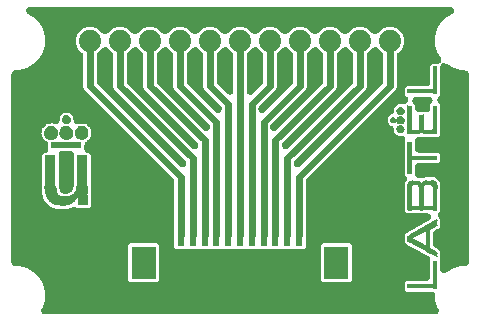
<source format=gbr>
G04 EAGLE Gerber RS-274X export*
G75*
%MOMM*%
%FSLAX25Y25*%
%LPD*%
%INTop_layer*%
%IPPOS*%
%AMOC8*
5,1,8,0,0,1.08239X$1,22.5*%
G01*
%ADD10R,0.600000X1.900000*%
%ADD11R,2.100000X2.800000*%
%ADD12C,1.879600*%
%ADD13R,0.508000X0.025400*%
%ADD14R,0.863600X0.025400*%
%ADD15R,1.117600X0.025400*%
%ADD16R,1.219200X0.025400*%
%ADD17R,1.371600X0.025400*%
%ADD18R,0.889000X0.025400*%
%ADD19R,1.473200X0.025400*%
%ADD20R,1.524000X0.025400*%
%ADD21R,1.625600X0.025400*%
%ADD22R,1.752600X0.025400*%
%ADD23R,1.803400X0.025400*%
%ADD24R,1.854200X0.025400*%
%ADD25R,1.930400X0.025400*%
%ADD26R,1.955800X0.025400*%
%ADD27R,2.057400X0.025400*%
%ADD28R,2.133600X0.025400*%
%ADD29R,2.235200X0.025400*%
%ADD30R,2.260600X0.025400*%
%ADD31R,2.336800X0.025400*%
%ADD32R,2.387600X0.025400*%
%ADD33R,2.438400X0.025400*%
%ADD34R,2.489200X0.025400*%
%ADD35R,2.540000X0.025400*%
%ADD36R,3.454400X0.025400*%
%ADD37R,3.479800X0.025400*%
%ADD38R,1.320800X0.025400*%
%ADD39R,1.600200X0.025400*%
%ADD40R,1.270000X0.025400*%
%ADD41R,1.549400X0.025400*%
%ADD42R,1.244600X0.025400*%
%ADD43R,1.498600X0.025400*%
%ADD44R,1.168400X0.025400*%
%ADD45R,1.422400X0.025400*%
%ADD46R,1.346200X0.025400*%
%ADD47R,1.092200X0.025400*%
%ADD48R,1.066800X0.025400*%
%ADD49R,1.041400X0.025400*%
%ADD50R,1.193800X0.025400*%
%ADD51R,1.016000X0.025400*%
%ADD52R,1.143000X0.025400*%
%ADD53R,0.990600X0.025400*%
%ADD54R,0.965200X0.025400*%
%ADD55R,0.939800X0.025400*%
%ADD56R,0.914400X0.025400*%
%ADD57R,2.565400X0.025400*%
%ADD58R,0.304800X0.025400*%
%ADD59R,0.330200X0.025400*%
%ADD60R,0.482600X0.025400*%
%ADD61R,0.558800X0.025400*%
%ADD62R,0.635000X0.025400*%
%ADD63R,0.660400X0.025400*%
%ADD64R,0.711200X0.025400*%
%ADD65R,0.685800X0.025400*%
%ADD66R,0.736600X0.025400*%
%ADD67R,0.812800X0.025400*%
%ADD68R,0.787400X0.025400*%
%ADD69R,0.838200X0.025400*%
%ADD70R,0.762000X0.025400*%
%ADD71R,0.533400X0.025400*%
%ADD72R,0.457200X0.025400*%
%ADD73R,0.254000X0.025400*%
%ADD74R,0.177800X0.025400*%
%ADD75R,0.279400X0.025400*%
%ADD76R,0.431800X0.025400*%
%ADD77R,0.584200X0.025400*%
%ADD78R,0.381000X0.025400*%
%ADD79R,0.101600X0.025400*%
%ADD80C,0.127000*%
%ADD81R,0.027941X2.263141*%
%ADD82R,0.027941X0.391159*%
%ADD83R,0.027941X0.447041*%
%ADD84R,0.027941X1.955800*%
%ADD85R,0.027941X0.391163*%
%ADD86R,0.027941X2.402841*%
%ADD87R,0.027938X2.291081*%
%ADD88R,0.027938X0.391159*%
%ADD89R,0.027938X0.447041*%
%ADD90R,0.027938X2.179319*%
%ADD91R,0.027938X0.391163*%
%ADD92R,0.027938X2.402841*%
%ADD93R,0.027941X2.291081*%
%ADD94R,0.027941X2.319019*%
%ADD95R,0.027941X2.374900*%
%ADD96R,0.027938X2.430778*%
%ADD97R,0.027941X0.419100*%
%ADD98R,0.027941X2.458719*%
%ADD99R,0.027941X0.447038*%
%ADD100R,0.027941X2.486659*%
%ADD101R,0.027938X0.419100*%
%ADD102R,0.027938X2.514600*%
%ADD103R,0.027941X0.558800*%
%ADD104R,0.027941X0.474981*%
%ADD105R,0.027941X2.430778*%
%ADD106R,0.027938X2.346959*%
%ADD107R,0.027941X2.319022*%
%ADD108R,0.027941X2.235200*%
%ADD109R,0.027938X2.207259*%
%ADD110R,0.027941X2.151378*%
%ADD111R,0.027941X0.363222*%
%ADD112R,0.027941X0.363219*%
%ADD113R,0.027938X0.363219*%
%ADD114R,0.027938X1.620522*%
%ADD115R,0.027941X1.592581*%
%ADD116R,0.027941X2.346959*%
%ADD117R,0.027941X2.291078*%
%ADD118R,0.027941X2.179319*%
%ADD119R,0.027938X2.151378*%
%ADD120R,0.027938X1.592581*%
%ADD121R,0.027941X0.530859*%
%ADD122R,0.027938X0.363222*%
%ADD123R,0.027941X0.335278*%
%ADD124R,0.027938X0.530859*%
%ADD125R,0.027941X2.514600*%
%ADD126R,0.027941X2.682238*%
%ADD127R,0.027941X0.754378*%
%ADD128R,0.027941X0.698500*%
%ADD129R,0.027938X0.642622*%
%ADD130R,0.027938X2.458719*%
%ADD131R,0.027938X2.682238*%
%ADD132R,0.027938X2.374900*%
%ADD133R,0.027941X0.642622*%
%ADD134R,0.027941X0.586741*%
%ADD135R,0.027938X0.474978*%
%ADD136R,0.027938X2.319019*%
%ADD137R,0.027941X0.474978*%
%ADD138R,0.027941X2.011678*%
%ADD139R,0.027941X2.654300*%
%ADD140R,0.027941X1.089662*%
%ADD141R,0.027941X0.027938*%
%ADD142R,0.027938X0.251463*%
%ADD143R,0.027938X0.251459*%
%ADD144R,0.027941X0.335281*%
%ADD145R,0.027941X0.502922*%
%ADD146R,0.027941X0.502919*%
%ADD147R,0.027938X0.530863*%
%ADD148R,0.027941X0.586738*%
%ADD149R,0.027938X0.586738*%
%ADD150R,0.027938X0.586741*%
%ADD151R,0.027941X0.530863*%
%ADD152R,0.027941X0.307338*%
%ADD153R,0.027941X0.307341*%
%ADD154R,0.027938X0.167641*%
%ADD155R,0.027938X0.167637*%
%ADD156R,0.027938X0.139700*%
%ADD157R,0.027941X0.251459*%
%ADD158R,0.027941X0.279400*%
%ADD159R,0.027941X0.223519*%
%ADD160C,0.609600*%

G36*
X3939932Y604628D02*
X3939932Y604628D01*
X3941260Y604637D01*
X3942385Y604828D01*
X3943523Y604920D01*
X3944814Y605240D01*
X3946124Y605463D01*
X3947205Y605833D01*
X3948312Y606108D01*
X3949533Y606631D01*
X3950792Y607063D01*
X3951799Y607603D01*
X3952847Y608052D01*
X3953966Y608765D01*
X3955139Y609395D01*
X3956046Y610091D01*
X3957008Y610703D01*
X3957998Y611588D01*
X3959054Y612398D01*
X3959837Y613231D01*
X3960687Y613991D01*
X3961523Y615025D01*
X3962433Y615993D01*
X3963070Y616940D01*
X3963788Y617828D01*
X3964445Y618983D01*
X3965188Y620087D01*
X3965664Y621126D01*
X3966228Y622117D01*
X3966690Y623362D01*
X3967245Y624571D01*
X3967548Y625673D01*
X3967945Y626742D01*
X3968200Y628047D01*
X3968553Y629329D01*
X3968674Y630463D01*
X3968893Y631584D01*
X3968935Y632914D01*
X3969075Y634235D01*
X3969012Y635374D01*
X3969047Y636516D01*
X3968874Y637832D01*
X3968800Y639161D01*
X3968553Y640278D01*
X3968404Y641408D01*
X3968021Y642678D01*
X3967733Y643978D01*
X3967396Y644750D01*
X3966980Y646131D01*
X3965258Y649650D01*
X3965001Y650240D01*
X3956546Y664885D01*
X3939399Y728876D01*
X3939399Y766191D01*
X3939338Y766948D01*
X3939362Y767707D01*
X3939139Y769401D01*
X3939000Y771109D01*
X3938817Y771847D01*
X3938718Y772598D01*
X3938225Y774235D01*
X3937813Y775898D01*
X3937513Y776596D01*
X3937294Y777322D01*
X3936542Y778859D01*
X3935868Y780432D01*
X3935460Y781072D01*
X3935126Y781754D01*
X3934136Y783150D01*
X3933217Y784593D01*
X3932711Y785159D01*
X3932272Y785779D01*
X3931069Y786997D01*
X3929929Y788273D01*
X3929339Y788749D01*
X3928805Y789290D01*
X3927422Y790298D01*
X3926092Y791373D01*
X3925433Y791748D01*
X3924818Y792196D01*
X3923288Y792968D01*
X3921803Y793813D01*
X3921093Y794077D01*
X3920414Y794420D01*
X3918781Y794935D01*
X3917178Y795530D01*
X3916433Y795676D01*
X3915709Y795905D01*
X3914665Y796023D01*
X3912336Y796478D01*
X3909964Y796553D01*
X3908920Y796670D01*
X3700038Y796670D01*
X3682365Y814343D01*
X3682365Y874502D01*
X3697244Y889381D01*
X3867023Y889381D01*
X3867780Y889443D01*
X3868539Y889419D01*
X3870233Y889642D01*
X3871941Y889781D01*
X3872679Y889964D01*
X3873431Y890063D01*
X3875067Y890556D01*
X3876730Y890968D01*
X3877428Y891268D01*
X3878154Y891487D01*
X3879691Y892238D01*
X3881264Y892913D01*
X3881904Y893321D01*
X3882587Y893654D01*
X3883983Y894644D01*
X3885426Y895564D01*
X3885992Y896069D01*
X3886611Y896509D01*
X3887829Y897712D01*
X3889105Y898851D01*
X3889582Y899442D01*
X3890122Y899975D01*
X3891131Y901359D01*
X3892205Y902689D01*
X3892580Y903348D01*
X3893028Y903963D01*
X3893800Y905492D01*
X3894646Y906977D01*
X3894909Y907688D01*
X3895252Y908367D01*
X3895768Y910000D01*
X3896363Y911603D01*
X3896508Y912348D01*
X3896737Y913072D01*
X3896855Y914116D01*
X3897311Y916445D01*
X3897385Y918816D01*
X3897503Y919861D01*
X3897503Y1067149D01*
X3897410Y1068283D01*
X3897418Y1069421D01*
X3897211Y1070738D01*
X3897103Y1072067D01*
X3896829Y1073171D01*
X3896653Y1074296D01*
X3896237Y1075562D01*
X3895916Y1076856D01*
X3895467Y1077902D01*
X3895112Y1078983D01*
X3894496Y1080166D01*
X3893971Y1081390D01*
X3893361Y1082348D01*
X3892834Y1083360D01*
X3892247Y1084097D01*
X3891320Y1085552D01*
X3889695Y1087370D01*
X3889581Y1087531D01*
X3889268Y1087847D01*
X3889153Y1087976D01*
X3888575Y1088701D01*
X3887781Y1089495D01*
X3887779Y1089497D01*
X3884989Y1092288D01*
X3884121Y1093026D01*
X3883321Y1093836D01*
X3882244Y1094620D01*
X3881229Y1095483D01*
X3880254Y1096071D01*
X3879333Y1096742D01*
X3878144Y1097342D01*
X3877003Y1098030D01*
X3875947Y1098452D01*
X3874929Y1098966D01*
X3874219Y1099190D01*
X3873745Y1099536D01*
X3872556Y1100136D01*
X3871413Y1100825D01*
X3870355Y1101248D01*
X3869341Y1101760D01*
X3868632Y1101983D01*
X3868157Y1102330D01*
X3866968Y1102930D01*
X3865827Y1103618D01*
X3864770Y1104040D01*
X3863753Y1104554D01*
X3863043Y1104778D01*
X3862569Y1105124D01*
X3861380Y1105724D01*
X3860237Y1106413D01*
X3859179Y1106836D01*
X3858165Y1107348D01*
X3857456Y1107572D01*
X3856981Y1107918D01*
X3855792Y1108518D01*
X3854651Y1109206D01*
X3853594Y1109628D01*
X3853549Y1109651D01*
X3853385Y1109790D01*
X3852586Y1110600D01*
X3851509Y1111385D01*
X3850493Y1112248D01*
X3849518Y1112836D01*
X3848599Y1113506D01*
X3847410Y1114106D01*
X3846267Y1114795D01*
X3845209Y1115218D01*
X3844195Y1115730D01*
X3843486Y1115954D01*
X3843011Y1116300D01*
X3841822Y1116900D01*
X3840681Y1117588D01*
X3839624Y1118010D01*
X3838607Y1118524D01*
X3837897Y1118748D01*
X3837423Y1119094D01*
X3836234Y1119694D01*
X3835091Y1120383D01*
X3834033Y1120806D01*
X3833019Y1121318D01*
X3832310Y1121542D01*
X3831835Y1121888D01*
X3830646Y1122488D01*
X3829505Y1123176D01*
X3828448Y1123598D01*
X3828403Y1123621D01*
X3828239Y1123760D01*
X3827440Y1124570D01*
X3826363Y1125355D01*
X3825347Y1126218D01*
X3824372Y1126806D01*
X3823453Y1127476D01*
X3822264Y1128076D01*
X3821121Y1128765D01*
X3820063Y1129188D01*
X3819049Y1129700D01*
X3818340Y1129924D01*
X3817865Y1130270D01*
X3816676Y1130870D01*
X3815535Y1131558D01*
X3814478Y1131980D01*
X3813461Y1132494D01*
X3812752Y1132718D01*
X3812277Y1133064D01*
X3811088Y1133664D01*
X3809947Y1134352D01*
X3808890Y1134774D01*
X3807873Y1135288D01*
X3807163Y1135512D01*
X3806689Y1135858D01*
X3805500Y1136458D01*
X3804357Y1137147D01*
X3803299Y1137570D01*
X3802285Y1138082D01*
X3801576Y1138306D01*
X3801101Y1138652D01*
X3799912Y1139252D01*
X3798771Y1139940D01*
X3797714Y1140362D01*
X3797670Y1140385D01*
X3797505Y1140524D01*
X3796706Y1141334D01*
X3795629Y1142119D01*
X3794613Y1142982D01*
X3793638Y1143570D01*
X3792719Y1144240D01*
X3791530Y1144840D01*
X3790387Y1145529D01*
X3789329Y1145952D01*
X3788315Y1146464D01*
X3787606Y1146688D01*
X3787131Y1147034D01*
X3785942Y1147634D01*
X3784801Y1148322D01*
X3783744Y1148744D01*
X3782727Y1149258D01*
X3782017Y1149482D01*
X3781543Y1149828D01*
X3780354Y1150428D01*
X3779211Y1151117D01*
X3778153Y1151540D01*
X3777139Y1152052D01*
X3776430Y1152276D01*
X3775955Y1152622D01*
X3774766Y1153222D01*
X3773625Y1153910D01*
X3772568Y1154332D01*
X3771551Y1154846D01*
X3770841Y1155070D01*
X3770367Y1155416D01*
X3769178Y1156016D01*
X3768035Y1156705D01*
X3766978Y1157128D01*
X3766936Y1157148D01*
X3766772Y1157288D01*
X3765972Y1158098D01*
X3764896Y1158883D01*
X3763881Y1159745D01*
X3762905Y1160333D01*
X3761985Y1161004D01*
X3760796Y1161604D01*
X3759655Y1162292D01*
X3758598Y1162714D01*
X3757581Y1163228D01*
X3756871Y1163452D01*
X3756397Y1163798D01*
X3755208Y1164398D01*
X3754065Y1165087D01*
X3753008Y1165510D01*
X3751993Y1166022D01*
X3751284Y1166246D01*
X3750809Y1166592D01*
X3749620Y1167192D01*
X3748479Y1167880D01*
X3747423Y1168302D01*
X3746405Y1168816D01*
X3745695Y1169040D01*
X3745221Y1169386D01*
X3744032Y1169986D01*
X3742889Y1170675D01*
X3741831Y1171098D01*
X3741791Y1171118D01*
X3741626Y1171258D01*
X3740826Y1172068D01*
X3739750Y1172853D01*
X3738735Y1173715D01*
X3737759Y1174303D01*
X3736839Y1174974D01*
X3735650Y1175574D01*
X3734509Y1176262D01*
X3733452Y1176684D01*
X3732435Y1177198D01*
X3731725Y1177422D01*
X3731251Y1177768D01*
X3730062Y1178368D01*
X3728919Y1179057D01*
X3727861Y1179480D01*
X3726847Y1179992D01*
X3726138Y1180216D01*
X3725663Y1180562D01*
X3724474Y1181162D01*
X3723333Y1181850D01*
X3722277Y1182272D01*
X3721259Y1182786D01*
X3720549Y1183010D01*
X3720075Y1183356D01*
X3718886Y1183956D01*
X3717745Y1184644D01*
X3716688Y1185066D01*
X3715671Y1185580D01*
X3714961Y1185804D01*
X3714487Y1186150D01*
X3713298Y1186750D01*
X3712155Y1187439D01*
X3711098Y1187862D01*
X3711056Y1187883D01*
X3710892Y1188022D01*
X3710092Y1188832D01*
X3709016Y1189617D01*
X3708001Y1190479D01*
X3707025Y1191067D01*
X3706105Y1191738D01*
X3704916Y1192338D01*
X3703775Y1193026D01*
X3702858Y1193393D01*
X3702794Y1193456D01*
X3702049Y1194089D01*
X3701370Y1194792D01*
X3700546Y1195367D01*
X3699035Y1196651D01*
X3697090Y1197823D01*
X3692360Y1203656D01*
X3690880Y1205207D01*
X3690237Y1206013D01*
X3682365Y1213885D01*
X3682365Y1269438D01*
X3682197Y1271501D01*
X3682247Y1273041D01*
X3682365Y1274086D01*
X3682365Y1277346D01*
X3682685Y1277723D01*
X3683656Y1279333D01*
X3684549Y1280695D01*
X3693735Y1292338D01*
X3699426Y1295523D01*
X3700068Y1295953D01*
X3700754Y1296310D01*
X3701578Y1296967D01*
X3701886Y1297173D01*
X3703912Y1298043D01*
X3704279Y1298276D01*
X3704555Y1298393D01*
X3705772Y1299073D01*
X3706411Y1299503D01*
X3707098Y1299860D01*
X3707921Y1300516D01*
X3709868Y1301823D01*
X3710775Y1302673D01*
X3711605Y1303106D01*
X3712830Y1303631D01*
X3713788Y1304241D01*
X3714799Y1304767D01*
X3715053Y1304969D01*
X3716012Y1305285D01*
X3717194Y1305900D01*
X3718418Y1306425D01*
X3719377Y1307036D01*
X3720389Y1307562D01*
X3720813Y1307901D01*
X3721023Y1307991D01*
X3721753Y1308231D01*
X3722548Y1308645D01*
X3723887Y1309219D01*
X3724249Y1309449D01*
X3724523Y1309565D01*
X3724795Y1309717D01*
X3725442Y1310151D01*
X3726129Y1310508D01*
X3726948Y1311161D01*
X3727042Y1311225D01*
X3728879Y1312013D01*
X3729245Y1312245D01*
X3729520Y1312361D01*
X3731141Y1313268D01*
X3731782Y1313698D01*
X3732470Y1314056D01*
X3733293Y1314713D01*
X3735238Y1316018D01*
X3735886Y1316625D01*
X3736752Y1317076D01*
X3737976Y1317601D01*
X3738935Y1318212D01*
X3739947Y1318738D01*
X3740199Y1318940D01*
X3741157Y1319254D01*
X3742340Y1319870D01*
X3743564Y1320395D01*
X3744522Y1321005D01*
X3745534Y1321532D01*
X3746166Y1322036D01*
X3746930Y1322363D01*
X3747125Y1322428D01*
X3747338Y1322538D01*
X3748854Y1323188D01*
X3749220Y1323422D01*
X3749496Y1323538D01*
X3750173Y1323917D01*
X3750816Y1324348D01*
X3751502Y1324705D01*
X3752239Y1325293D01*
X3753847Y1325983D01*
X3754214Y1326216D01*
X3754489Y1326332D01*
X3756515Y1327465D01*
X3757155Y1327895D01*
X3757843Y1328253D01*
X3758666Y1328909D01*
X3760612Y1330215D01*
X3760998Y1330578D01*
X3761898Y1331046D01*
X3763122Y1331571D01*
X3764081Y1332182D01*
X3765093Y1332708D01*
X3765345Y1332909D01*
X3766303Y1333224D01*
X3767486Y1333840D01*
X3768710Y1334365D01*
X3769668Y1334975D01*
X3770680Y1335502D01*
X3771416Y1336088D01*
X3771600Y1336206D01*
X3773821Y1337158D01*
X3774185Y1337390D01*
X3774460Y1337506D01*
X3775542Y1338111D01*
X3776187Y1338543D01*
X3776874Y1338901D01*
X3777468Y1339375D01*
X3778815Y1339953D01*
X3779181Y1340185D01*
X3779456Y1340301D01*
X3781886Y1341661D01*
X3782527Y1342091D01*
X3783216Y1342449D01*
X3784038Y1343105D01*
X3785983Y1344410D01*
X3786112Y1344531D01*
X3787044Y1345016D01*
X3788268Y1345541D01*
X3789227Y1346152D01*
X3790239Y1346678D01*
X3790594Y1346962D01*
X3790618Y1346972D01*
X3791526Y1347271D01*
X3792519Y1347787D01*
X3793796Y1348335D01*
X3794139Y1348553D01*
X3794399Y1348662D01*
X3794535Y1348738D01*
X3795196Y1349180D01*
X3795903Y1349548D01*
X3796706Y1350188D01*
X3796930Y1350331D01*
X3798790Y1351129D01*
X3799154Y1351361D01*
X3799430Y1351477D01*
X3800915Y1352308D01*
X3801560Y1352741D01*
X3802246Y1353098D01*
X3802697Y1353457D01*
X3803783Y1353923D01*
X3804149Y1354156D01*
X3804425Y1354272D01*
X3807259Y1355858D01*
X3807900Y1356288D01*
X3808587Y1356645D01*
X3809410Y1357302D01*
X3810999Y1358368D01*
X3811008Y1358371D01*
X3812190Y1358986D01*
X3813414Y1359511D01*
X3814373Y1360122D01*
X3815385Y1360648D01*
X3815947Y1361097D01*
X3816518Y1361342D01*
X3816898Y1361467D01*
X3817313Y1361683D01*
X3818764Y1362305D01*
X3819125Y1362535D01*
X3819396Y1362648D01*
X3819936Y1362950D01*
X3820583Y1363384D01*
X3821275Y1363745D01*
X3822061Y1364372D01*
X3823757Y1365099D01*
X3824121Y1365331D01*
X3824397Y1365447D01*
X3826288Y1366504D01*
X3826932Y1366937D01*
X3827619Y1367294D01*
X3827926Y1367539D01*
X3828751Y1367893D01*
X3829116Y1368125D01*
X3829392Y1368241D01*
X3832631Y1370053D01*
X3833275Y1370486D01*
X3833961Y1370843D01*
X3834781Y1371496D01*
X3835928Y1372267D01*
X3836154Y1372341D01*
X3837336Y1372956D01*
X3838560Y1373481D01*
X3839519Y1374092D01*
X3840531Y1374618D01*
X3841267Y1375205D01*
X3841328Y1375244D01*
X3843732Y1376275D01*
X3844098Y1376508D01*
X3844374Y1376624D01*
X3845319Y1377153D01*
X3845959Y1377583D01*
X3846646Y1377940D01*
X3847289Y1378453D01*
X3848725Y1379069D01*
X3849092Y1379303D01*
X3849368Y1379418D01*
X3851663Y1380703D01*
X3852302Y1381132D01*
X3852989Y1381489D01*
X3853154Y1381621D01*
X3853718Y1381863D01*
X3854083Y1382095D01*
X3854358Y1382211D01*
X3858002Y1384249D01*
X3858647Y1384682D01*
X3859333Y1385039D01*
X3860152Y1385692D01*
X3860857Y1386165D01*
X3861300Y1386311D01*
X3862482Y1386926D01*
X3863706Y1387451D01*
X3864665Y1388062D01*
X3865677Y1388588D01*
X3866413Y1389175D01*
X3866841Y1389448D01*
X3868699Y1390245D01*
X3869063Y1390477D01*
X3869338Y1390592D01*
X3870688Y1391348D01*
X3871332Y1391779D01*
X3872021Y1392138D01*
X3872520Y1392536D01*
X3873692Y1393038D01*
X3874057Y1393271D01*
X3874331Y1393386D01*
X3877032Y1394897D01*
X3877676Y1395329D01*
X3878366Y1395688D01*
X3878385Y1395703D01*
X3878686Y1395833D01*
X3879052Y1396066D01*
X3879327Y1396181D01*
X3883377Y1398447D01*
X3884019Y1398878D01*
X3884706Y1399236D01*
X3885527Y1399890D01*
X3885912Y1400149D01*
X3887195Y1400787D01*
X3888674Y1401421D01*
X3889400Y1401883D01*
X3890171Y1402267D01*
X3891479Y1403208D01*
X3892836Y1404072D01*
X3893478Y1404646D01*
X3894176Y1405148D01*
X3895314Y1406287D01*
X3896515Y1407360D01*
X3897056Y1408030D01*
X3897664Y1408638D01*
X3898603Y1409945D01*
X3899615Y1411198D01*
X3900041Y1411945D01*
X3900543Y1412644D01*
X3901261Y1414089D01*
X3902056Y1415486D01*
X3902355Y1416291D01*
X3902738Y1417063D01*
X3903213Y1418603D01*
X3903773Y1420111D01*
X3903938Y1420956D01*
X3904192Y1421778D01*
X3904411Y1423371D01*
X3904721Y1424953D01*
X3904748Y1425813D01*
X3904865Y1426666D01*
X3904825Y1428277D01*
X3904875Y1429885D01*
X3904763Y1430737D01*
X3904741Y1431598D01*
X3904441Y1433182D01*
X3904232Y1434777D01*
X3903983Y1435600D01*
X3903823Y1436446D01*
X3903272Y1437960D01*
X3902808Y1439500D01*
X3902430Y1440273D01*
X3902135Y1441082D01*
X3901347Y1442487D01*
X3900640Y1443933D01*
X3900142Y1444635D01*
X3899721Y1445385D01*
X3898717Y1446643D01*
X3897785Y1447957D01*
X3897181Y1448569D01*
X3896644Y1449242D01*
X3895449Y1450324D01*
X3894319Y1451468D01*
X3893624Y1451975D01*
X3892985Y1452552D01*
X3891632Y1453426D01*
X3890332Y1454374D01*
X3889564Y1454761D01*
X3888840Y1455229D01*
X3887363Y1455873D01*
X3885928Y1456598D01*
X3885107Y1456857D01*
X3884318Y1457201D01*
X3882758Y1457598D01*
X3881222Y1458083D01*
X3880561Y1458158D01*
X3879537Y1458418D01*
X3874621Y1458848D01*
X3874512Y1458840D01*
X3874433Y1458848D01*
X3700038Y1458848D01*
X3682365Y1476522D01*
X3682365Y1706252D01*
X3682713Y1707823D01*
X3682896Y1711073D01*
X3682999Y1711992D01*
X3682999Y1718823D01*
X3683869Y1720330D01*
X3684763Y1722216D01*
X3685702Y1724075D01*
X3685818Y1724440D01*
X3685982Y1724788D01*
X3686540Y1726723D01*
X3686872Y1727382D01*
X3687561Y1728525D01*
X3687927Y1729440D01*
X3687934Y1729447D01*
X3688301Y1729880D01*
X3688721Y1730264D01*
X3689336Y1731097D01*
X3691129Y1733207D01*
X3692176Y1734945D01*
X3692778Y1735760D01*
X3695902Y1741170D01*
X3696634Y1742715D01*
X3697440Y1744218D01*
X3697687Y1744938D01*
X3698015Y1745629D01*
X3698488Y1747272D01*
X3699041Y1748884D01*
X3699169Y1749635D01*
X3699381Y1750370D01*
X3699583Y1752069D01*
X3699868Y1753748D01*
X3699873Y1754510D01*
X3699964Y1755269D01*
X3699889Y1756976D01*
X3699900Y1758682D01*
X3699782Y1759436D01*
X3699749Y1760198D01*
X3699400Y1761871D01*
X3699135Y1763557D01*
X3698897Y1764280D01*
X3698741Y1765028D01*
X3698128Y1766620D01*
X3697594Y1768243D01*
X3697243Y1768919D01*
X3696968Y1769633D01*
X3696106Y1771104D01*
X3695317Y1772621D01*
X3694944Y1773088D01*
X3694474Y1773890D01*
X3691327Y1777690D01*
X3691157Y1777838D01*
X3691058Y1777962D01*
X3682365Y1786655D01*
X3682365Y2077152D01*
X3683010Y2078766D01*
X3683093Y2079138D01*
X3683225Y2079495D01*
X3683626Y2081543D01*
X3684078Y2083583D01*
X3684100Y2083963D01*
X3684173Y2084337D01*
X3684238Y2086424D01*
X3684356Y2088509D01*
X3684315Y2088888D01*
X3684327Y2089269D01*
X3684055Y2091337D01*
X3683834Y2093415D01*
X3683733Y2093783D01*
X3683684Y2094161D01*
X3683081Y2096161D01*
X3682528Y2098173D01*
X3682370Y2098519D01*
X3682260Y2098884D01*
X3681343Y2100759D01*
X3680472Y2102658D01*
X3680259Y2102975D01*
X3680092Y2103317D01*
X3678883Y2105021D01*
X3677719Y2106752D01*
X3677459Y2107029D01*
X3677238Y2107341D01*
X3675770Y2108828D01*
X3674341Y2110349D01*
X3674038Y2110581D01*
X3673771Y2110852D01*
X3672084Y2112082D01*
X3670428Y2113353D01*
X3670092Y2113533D01*
X3669784Y2113758D01*
X3667923Y2114698D01*
X3666080Y2115687D01*
X3665721Y2115810D01*
X3665380Y2115982D01*
X3663386Y2116611D01*
X3661413Y2117288D01*
X3661039Y2117352D01*
X3660674Y2117467D01*
X3659752Y2117571D01*
X3656549Y2118116D01*
X3654820Y2118127D01*
X3653886Y2118233D01*
X3621145Y2118233D01*
X3620411Y2118675D01*
X3619491Y2119346D01*
X3618302Y2119946D01*
X3617161Y2120634D01*
X3616243Y2121001D01*
X3592938Y2144306D01*
X3592744Y2144679D01*
X3592219Y2145903D01*
X3591609Y2146861D01*
X3591083Y2147873D01*
X3590880Y2148127D01*
X3590566Y2149084D01*
X3590163Y2149859D01*
X3590163Y2165849D01*
X3590052Y2167210D01*
X3590040Y2168574D01*
X3589876Y2169377D01*
X3589763Y2170767D01*
X3588783Y2174720D01*
X3588671Y2175267D01*
X3586811Y2180991D01*
X3586461Y2181832D01*
X3586198Y2182704D01*
X3585512Y2184106D01*
X3584912Y2185545D01*
X3584430Y2186318D01*
X3584030Y2187137D01*
X3583128Y2188408D01*
X3582303Y2189732D01*
X3581703Y2190418D01*
X3581175Y2191161D01*
X3580081Y2192270D01*
X3579052Y2193444D01*
X3578348Y2194024D01*
X3577709Y2194672D01*
X3576448Y2195591D01*
X3575245Y2196583D01*
X3574458Y2197041D01*
X3573722Y2197578D01*
X3572330Y2198281D01*
X3571517Y2198754D01*
X3571093Y2199114D01*
X3570118Y2199702D01*
X3569199Y2200372D01*
X3568010Y2200972D01*
X3566868Y2201661D01*
X3565950Y2202027D01*
X3551379Y2216599D01*
X3547985Y2219483D01*
X3547742Y2219706D01*
X3544712Y2221907D01*
X3544412Y2222483D01*
X3543873Y2223160D01*
X3543080Y2224432D01*
X3540604Y2227259D01*
X3540153Y2227825D01*
X3539871Y2228107D01*
X3539871Y2234617D01*
X3539760Y2235978D01*
X3539748Y2237342D01*
X3539584Y2238146D01*
X3539471Y2239535D01*
X3538492Y2243485D01*
X3538379Y2244035D01*
X3536958Y2248408D01*
X3538379Y2252780D01*
X3538694Y2254108D01*
X3539105Y2255410D01*
X3539197Y2256226D01*
X3539519Y2257581D01*
X3539808Y2261643D01*
X3539871Y2262199D01*
X3539871Y2271502D01*
X3563150Y2294782D01*
X3563523Y2294976D01*
X3564748Y2295501D01*
X3565449Y2295948D01*
X3567072Y2296350D01*
X3567631Y2296590D01*
X3568215Y2296760D01*
X3569896Y2297562D01*
X3571606Y2298295D01*
X3572118Y2298622D01*
X3572668Y2298884D01*
X3574199Y2299947D01*
X3575768Y2300946D01*
X3576221Y2301351D01*
X3576721Y2301698D01*
X3578059Y2302993D01*
X3579447Y2304233D01*
X3579829Y2304707D01*
X3580266Y2305130D01*
X3581378Y2306624D01*
X3582547Y2308071D01*
X3582848Y2308600D01*
X3583211Y2309088D01*
X3584068Y2310744D01*
X3584988Y2312359D01*
X3585199Y2312929D01*
X3585479Y2313470D01*
X3586057Y2315240D01*
X3586704Y2316985D01*
X3586822Y2317583D01*
X3587010Y2318161D01*
X3587294Y2319995D01*
X3587653Y2321827D01*
X3587672Y2322437D01*
X3587743Y2322897D01*
X3588671Y2325753D01*
X3588986Y2327081D01*
X3589397Y2328383D01*
X3589489Y2329198D01*
X3589811Y2330553D01*
X3590100Y2334616D01*
X3590163Y2335172D01*
X3590163Y2346978D01*
X3590194Y2347057D01*
X3590706Y2348071D01*
X3591107Y2349342D01*
X3591602Y2350580D01*
X3591771Y2351343D01*
X3594321Y2353892D01*
X3595158Y2354877D01*
X3596066Y2355792D01*
X3596750Y2356751D01*
X3597516Y2357652D01*
X3597863Y2358228D01*
X3598823Y2358925D01*
X3602208Y2361830D01*
X3602460Y2362032D01*
X3621805Y2381377D01*
X3670649Y2381377D01*
X3671782Y2381469D01*
X3672921Y2381462D01*
X3674239Y2381669D01*
X3675567Y2381777D01*
X3676671Y2382050D01*
X3677795Y2382227D01*
X3679061Y2382643D01*
X3680355Y2382964D01*
X3681402Y2383413D01*
X3682482Y2383768D01*
X3683665Y2384384D01*
X3684890Y2384909D01*
X3685848Y2385519D01*
X3686859Y2386045D01*
X3687596Y2386633D01*
X3689051Y2387560D01*
X3691476Y2389726D01*
X3692201Y2390304D01*
X3701980Y2400084D01*
X3702471Y2400662D01*
X3703026Y2401182D01*
X3704068Y2402540D01*
X3705175Y2403843D01*
X3705568Y2404495D01*
X3706029Y2405096D01*
X3706837Y2406601D01*
X3707722Y2408069D01*
X3708004Y2408775D01*
X3708363Y2409444D01*
X3708918Y2411061D01*
X3709553Y2412651D01*
X3709718Y2413394D01*
X3709964Y2414111D01*
X3710250Y2415793D01*
X3710621Y2417468D01*
X3710664Y2418228D01*
X3710791Y2418975D01*
X3710802Y2420683D01*
X3710898Y2422394D01*
X3710818Y2423149D01*
X3710823Y2423908D01*
X3710557Y2425600D01*
X3710377Y2427300D01*
X3710176Y2428032D01*
X3710058Y2428783D01*
X3709523Y2430408D01*
X3709070Y2432058D01*
X3708754Y2432748D01*
X3708517Y2433470D01*
X3707727Y2434988D01*
X3707013Y2436543D01*
X3706589Y2437173D01*
X3706239Y2437847D01*
X3705584Y2438668D01*
X3704260Y2440637D01*
X3702636Y2442366D01*
X3701980Y2443188D01*
X3685159Y2460009D01*
X3685159Y2522962D01*
X3700038Y2537841D01*
X3867023Y2537841D01*
X3867780Y2537903D01*
X3868539Y2537879D01*
X3870233Y2538102D01*
X3871941Y2538241D01*
X3872679Y2538424D01*
X3873431Y2538523D01*
X3875067Y2539016D01*
X3876730Y2539428D01*
X3877428Y2539728D01*
X3878154Y2539947D01*
X3879691Y2540698D01*
X3881264Y2541373D01*
X3881904Y2541781D01*
X3882587Y2542114D01*
X3883983Y2543104D01*
X3885426Y2544024D01*
X3885992Y2544529D01*
X3886611Y2544969D01*
X3887829Y2546172D01*
X3889105Y2547311D01*
X3889582Y2547902D01*
X3890122Y2548435D01*
X3891131Y2549819D01*
X3892205Y2551149D01*
X3892580Y2551808D01*
X3893028Y2552423D01*
X3893800Y2553952D01*
X3894646Y2555437D01*
X3894909Y2556148D01*
X3895252Y2556827D01*
X3895768Y2558460D01*
X3896363Y2560063D01*
X3896508Y2560808D01*
X3896737Y2561532D01*
X3896855Y2562576D01*
X3897311Y2564905D01*
X3897385Y2567276D01*
X3897503Y2568321D01*
X3897503Y2710160D01*
X3912382Y2725039D01*
X3960823Y2725039D01*
X3962146Y2725147D01*
X3963477Y2725155D01*
X3964604Y2725347D01*
X3965741Y2725439D01*
X3967031Y2725759D01*
X3968341Y2725981D01*
X3969421Y2726351D01*
X3970529Y2726626D01*
X3971751Y2727150D01*
X3973008Y2727581D01*
X3974015Y2728121D01*
X3975064Y2728571D01*
X3976185Y2729285D01*
X3977356Y2729913D01*
X3978262Y2730608D01*
X3979225Y2731222D01*
X3980217Y2732108D01*
X3981271Y2732917D01*
X3982053Y2733748D01*
X3982904Y2734509D01*
X3983739Y2735543D01*
X3984650Y2736512D01*
X3985288Y2737460D01*
X3986005Y2738347D01*
X3986662Y2739502D01*
X3987404Y2740605D01*
X3987881Y2741644D01*
X3988445Y2742635D01*
X3988907Y2743880D01*
X3989463Y2745090D01*
X3989765Y2746191D01*
X3990162Y2747261D01*
X3990418Y2748567D01*
X3990770Y2749847D01*
X3990890Y2750980D01*
X3991110Y2752103D01*
X3991152Y2753434D01*
X3991293Y2754753D01*
X3991229Y2755893D01*
X3991264Y2757034D01*
X3991091Y2758351D01*
X3991017Y2759679D01*
X3990770Y2760796D01*
X3990621Y2761926D01*
X3990238Y2763198D01*
X3989950Y2764497D01*
X3989613Y2765268D01*
X3989197Y2766650D01*
X3987477Y2770167D01*
X3987219Y2770758D01*
X3956546Y2823885D01*
X3939399Y2887876D01*
X3939399Y2954124D01*
X3956546Y3018114D01*
X3989669Y3075486D01*
X4036513Y3122330D01*
X4082021Y3148604D01*
X4083585Y3149685D01*
X4085183Y3150703D01*
X4085609Y3151083D01*
X4086080Y3151409D01*
X4087449Y3152728D01*
X4088863Y3153991D01*
X4089222Y3154435D01*
X4089633Y3154832D01*
X4090771Y3156353D01*
X4091963Y3157828D01*
X4092245Y3158324D01*
X4092588Y3158783D01*
X4093468Y3160472D01*
X4094403Y3162117D01*
X4094602Y3162650D01*
X4094867Y3163159D01*
X4095461Y3164966D01*
X4096120Y3166742D01*
X4096230Y3167303D01*
X4096409Y3167846D01*
X4096703Y3169718D01*
X4097068Y3171584D01*
X4097086Y3172156D01*
X4097175Y3172720D01*
X4097163Y3174621D01*
X4097223Y3176516D01*
X4097148Y3177080D01*
X4097145Y3177654D01*
X4096826Y3179530D01*
X4096579Y3181408D01*
X4096414Y3181954D01*
X4096318Y3182518D01*
X4095703Y3184313D01*
X4095155Y3186131D01*
X4094904Y3186645D01*
X4094718Y3187186D01*
X4093821Y3188859D01*
X4092987Y3190563D01*
X4092656Y3191030D01*
X4092386Y3191533D01*
X4091232Y3193038D01*
X4090133Y3194588D01*
X4089731Y3194995D01*
X4089383Y3195448D01*
X4088001Y3196747D01*
X4086666Y3198099D01*
X4086204Y3198436D01*
X4085788Y3198827D01*
X4084213Y3199887D01*
X4082679Y3201005D01*
X4082168Y3201263D01*
X4081694Y3201582D01*
X4079971Y3202373D01*
X4078275Y3203229D01*
X4077729Y3203401D01*
X4077210Y3203639D01*
X4075383Y3204142D01*
X4073570Y3204714D01*
X4073114Y3204765D01*
X4072453Y3204947D01*
X4067547Y3205470D01*
X4067092Y3205444D01*
X4066781Y3205479D01*
X505218Y3205479D01*
X503330Y3205326D01*
X501430Y3205243D01*
X500869Y3205126D01*
X500301Y3205080D01*
X498461Y3204624D01*
X496600Y3204236D01*
X496066Y3204030D01*
X495512Y3203893D01*
X493768Y3203144D01*
X491996Y3202462D01*
X491503Y3202173D01*
X490978Y3201948D01*
X489379Y3200929D01*
X487738Y3199969D01*
X487297Y3199603D01*
X486816Y3199297D01*
X485402Y3198034D01*
X483939Y3196821D01*
X483563Y3196390D01*
X483137Y3196009D01*
X481943Y3194532D01*
X480697Y3193102D01*
X480396Y3192617D01*
X480037Y3192172D01*
X479097Y3190520D01*
X478098Y3188908D01*
X477879Y3188381D01*
X477596Y3187883D01*
X476935Y3186102D01*
X476209Y3184350D01*
X476078Y3183794D01*
X475879Y3183258D01*
X475514Y3181394D01*
X475080Y3179547D01*
X475041Y3178977D01*
X474931Y3178416D01*
X474872Y3176521D01*
X474741Y3174625D01*
X474795Y3174054D01*
X474777Y3173484D01*
X475024Y3171607D01*
X475201Y3169712D01*
X475346Y3169158D01*
X475420Y3168593D01*
X475968Y3166775D01*
X476448Y3164938D01*
X476679Y3164417D01*
X476844Y3163869D01*
X477679Y3162162D01*
X478448Y3160428D01*
X478761Y3159950D01*
X479012Y3159437D01*
X480110Y3157888D01*
X481150Y3156300D01*
X481536Y3155878D01*
X481867Y3155412D01*
X483202Y3154060D01*
X484483Y3152662D01*
X484850Y3152390D01*
X485333Y3151901D01*
X489320Y3148995D01*
X489727Y3148790D01*
X489979Y3148604D01*
X535486Y3122330D01*
X582330Y3075486D01*
X615454Y3018114D01*
X632600Y2954124D01*
X632600Y2887876D01*
X615454Y2823885D01*
X582330Y2766513D01*
X535486Y2719669D01*
X478114Y2686546D01*
X414124Y2669399D01*
X381000Y2669399D01*
X380243Y2669338D01*
X379484Y2669362D01*
X377790Y2669139D01*
X376082Y2669000D01*
X375344Y2668817D01*
X374593Y2668718D01*
X372956Y2668225D01*
X371293Y2667813D01*
X370595Y2667513D01*
X369869Y2667294D01*
X368332Y2666542D01*
X366759Y2665868D01*
X366119Y2665460D01*
X365437Y2665126D01*
X364041Y2664136D01*
X362598Y2663217D01*
X362032Y2662711D01*
X361412Y2662272D01*
X360194Y2661069D01*
X358918Y2659929D01*
X358442Y2659339D01*
X357901Y2658805D01*
X356893Y2657422D01*
X355818Y2656092D01*
X355443Y2655433D01*
X354995Y2654818D01*
X354223Y2653288D01*
X353378Y2651803D01*
X353114Y2651093D01*
X352771Y2650414D01*
X352256Y2648781D01*
X351661Y2647178D01*
X351515Y2646433D01*
X351286Y2645709D01*
X351168Y2644665D01*
X350713Y2642336D01*
X350638Y2639964D01*
X350521Y2638920D01*
X350521Y1044080D01*
X350582Y1043323D01*
X350558Y1042564D01*
X350781Y1040870D01*
X350920Y1039162D01*
X351103Y1038424D01*
X351202Y1037672D01*
X351695Y1036036D01*
X352108Y1034373D01*
X352407Y1033675D01*
X352626Y1032948D01*
X353378Y1031411D01*
X354052Y1029839D01*
X354460Y1029198D01*
X354794Y1028516D01*
X355784Y1027120D01*
X356703Y1025677D01*
X357209Y1025111D01*
X357648Y1024492D01*
X358851Y1023273D01*
X359991Y1021998D01*
X360581Y1021521D01*
X361115Y1020981D01*
X362498Y1019972D01*
X363828Y1018898D01*
X364488Y1018523D01*
X365102Y1018075D01*
X366632Y1017303D01*
X368117Y1016457D01*
X368827Y1016193D01*
X369506Y1015851D01*
X371139Y1015335D01*
X372742Y1014740D01*
X373487Y1014594D01*
X374211Y1014366D01*
X375255Y1014248D01*
X377584Y1013792D01*
X379956Y1013718D01*
X381000Y1013600D01*
X414124Y1013600D01*
X478114Y996454D01*
X535486Y963330D01*
X582330Y916486D01*
X615454Y859114D01*
X632600Y795124D01*
X632600Y728876D01*
X615454Y664885D01*
X606998Y650240D01*
X606429Y649038D01*
X605772Y647883D01*
X605375Y646814D01*
X604885Y645782D01*
X604517Y644504D01*
X604055Y643258D01*
X603835Y642137D01*
X603519Y641041D01*
X603363Y639723D01*
X603107Y638416D01*
X603071Y637275D01*
X602936Y636141D01*
X602994Y634811D01*
X602953Y633484D01*
X603101Y632355D01*
X603151Y631212D01*
X603423Y629908D01*
X603596Y628593D01*
X603925Y627501D01*
X604158Y626382D01*
X604637Y625140D01*
X605020Y623869D01*
X605521Y622844D01*
X605932Y621778D01*
X606604Y620629D01*
X607188Y619437D01*
X607848Y618506D01*
X608425Y617520D01*
X609273Y616496D01*
X610042Y615412D01*
X610844Y614600D01*
X611573Y613721D01*
X612575Y612847D01*
X613509Y611901D01*
X614431Y611229D01*
X615292Y610478D01*
X616422Y609778D01*
X617496Y608995D01*
X618514Y608481D01*
X619485Y607879D01*
X620714Y607370D01*
X621900Y606771D01*
X622988Y606428D01*
X624043Y605990D01*
X625338Y605686D01*
X626605Y605286D01*
X627442Y605192D01*
X628847Y604862D01*
X632756Y604593D01*
X633394Y604521D01*
X3938606Y604521D01*
X3939932Y604628D01*
G37*
%LPC*%
G36*
X1745478Y1157599D02*
X1745478Y1157599D01*
X1730599Y1172478D01*
X1730599Y1259663D01*
X1730592Y1259755D01*
X1730599Y1259847D01*
X1730395Y1262183D01*
X1730200Y1264581D01*
X1730178Y1264670D01*
X1730170Y1264763D01*
X1730119Y1264937D01*
X1730119Y1734228D01*
X1730027Y1735362D01*
X1730035Y1736501D01*
X1729828Y1737819D01*
X1729720Y1739146D01*
X1729446Y1740251D01*
X1729270Y1741375D01*
X1728853Y1742641D01*
X1728533Y1743935D01*
X1728084Y1744981D01*
X1727728Y1746062D01*
X1727113Y1747245D01*
X1726588Y1748469D01*
X1725978Y1749427D01*
X1725451Y1750439D01*
X1724864Y1751176D01*
X1723937Y1752631D01*
X1721770Y1755056D01*
X1721192Y1755781D01*
X968627Y2508346D01*
X960119Y2528885D01*
X960119Y2795426D01*
X960027Y2796559D01*
X960035Y2797698D01*
X959828Y2799016D01*
X959720Y2800343D01*
X959446Y2801448D01*
X959270Y2802572D01*
X958853Y2803838D01*
X958533Y2805132D01*
X958084Y2806178D01*
X957728Y2807259D01*
X957113Y2808442D01*
X956588Y2809667D01*
X955978Y2810624D01*
X955451Y2811636D01*
X954864Y2812373D01*
X953937Y2813828D01*
X951770Y2816253D01*
X951192Y2816978D01*
X914794Y2853376D01*
X896619Y2897254D01*
X896619Y2944746D01*
X914794Y2988624D01*
X948376Y3022206D01*
X992254Y3040380D01*
X1039746Y3040380D01*
X1083624Y3022206D01*
X1121448Y2984382D01*
X1122027Y2983889D01*
X1122546Y2983337D01*
X1123901Y2982296D01*
X1125207Y2981187D01*
X1125859Y2980794D01*
X1126460Y2980333D01*
X1127964Y2979525D01*
X1129433Y2978640D01*
X1130140Y2978358D01*
X1130807Y2977999D01*
X1132423Y2977445D01*
X1134015Y2976809D01*
X1134757Y2976644D01*
X1135474Y2976398D01*
X1137158Y2976112D01*
X1138832Y2975741D01*
X1139592Y2975698D01*
X1140338Y2975571D01*
X1142047Y2975560D01*
X1143758Y2975464D01*
X1144512Y2975544D01*
X1145272Y2975539D01*
X1146963Y2975804D01*
X1148664Y2975985D01*
X1149397Y2976186D01*
X1150146Y2976304D01*
X1151770Y2976838D01*
X1153422Y2977292D01*
X1154113Y2977608D01*
X1154833Y2977845D01*
X1156351Y2978635D01*
X1157907Y2979348D01*
X1158536Y2979772D01*
X1159210Y2980123D01*
X1160034Y2980779D01*
X1162001Y2982102D01*
X1163729Y2983726D01*
X1164552Y2984382D01*
X1202376Y3022206D01*
X1246254Y3040380D01*
X1293746Y3040380D01*
X1337624Y3022206D01*
X1375448Y2984382D01*
X1376027Y2983889D01*
X1376546Y2983337D01*
X1377901Y2982296D01*
X1379207Y2981187D01*
X1379859Y2980794D01*
X1380460Y2980333D01*
X1381964Y2979525D01*
X1383433Y2978640D01*
X1384140Y2978358D01*
X1384807Y2977999D01*
X1386423Y2977445D01*
X1388015Y2976809D01*
X1388757Y2976644D01*
X1389474Y2976398D01*
X1391158Y2976112D01*
X1392832Y2975741D01*
X1393592Y2975698D01*
X1394338Y2975571D01*
X1396047Y2975560D01*
X1397758Y2975464D01*
X1398512Y2975544D01*
X1399272Y2975539D01*
X1400963Y2975804D01*
X1402664Y2975985D01*
X1403397Y2976186D01*
X1404146Y2976304D01*
X1405770Y2976838D01*
X1407422Y2977292D01*
X1408113Y2977608D01*
X1408833Y2977845D01*
X1410351Y2978635D01*
X1411907Y2979348D01*
X1412536Y2979772D01*
X1413210Y2980123D01*
X1414034Y2980779D01*
X1416001Y2982102D01*
X1417729Y2983726D01*
X1418552Y2984382D01*
X1456376Y3022206D01*
X1500254Y3040380D01*
X1547746Y3040380D01*
X1591624Y3022206D01*
X1629448Y2984382D01*
X1630027Y2983889D01*
X1630546Y2983337D01*
X1631901Y2982296D01*
X1633207Y2981187D01*
X1633859Y2980794D01*
X1634460Y2980333D01*
X1635964Y2979525D01*
X1637433Y2978640D01*
X1638140Y2978358D01*
X1638807Y2977999D01*
X1640423Y2977445D01*
X1642015Y2976809D01*
X1642757Y2976644D01*
X1643474Y2976398D01*
X1645158Y2976112D01*
X1646832Y2975741D01*
X1647592Y2975698D01*
X1648338Y2975571D01*
X1650047Y2975560D01*
X1651758Y2975464D01*
X1652512Y2975544D01*
X1653272Y2975539D01*
X1654963Y2975804D01*
X1656664Y2975985D01*
X1657397Y2976186D01*
X1658146Y2976304D01*
X1659770Y2976838D01*
X1661422Y2977292D01*
X1662113Y2977608D01*
X1662833Y2977845D01*
X1664351Y2978635D01*
X1665907Y2979348D01*
X1666536Y2979772D01*
X1667210Y2980123D01*
X1668034Y2980779D01*
X1670001Y2982102D01*
X1671729Y2983726D01*
X1672552Y2984382D01*
X1710376Y3022206D01*
X1754254Y3040380D01*
X1801746Y3040380D01*
X1845624Y3022206D01*
X1883448Y2984382D01*
X1884027Y2983889D01*
X1884546Y2983337D01*
X1885901Y2982296D01*
X1887207Y2981187D01*
X1887859Y2980794D01*
X1888460Y2980333D01*
X1889964Y2979525D01*
X1891433Y2978640D01*
X1892140Y2978358D01*
X1892807Y2977999D01*
X1894423Y2977445D01*
X1896015Y2976809D01*
X1896757Y2976644D01*
X1897474Y2976398D01*
X1899158Y2976112D01*
X1900832Y2975741D01*
X1901592Y2975698D01*
X1902338Y2975571D01*
X1904047Y2975560D01*
X1905758Y2975464D01*
X1906512Y2975544D01*
X1907272Y2975539D01*
X1908963Y2975804D01*
X1910664Y2975985D01*
X1911397Y2976186D01*
X1912146Y2976304D01*
X1913770Y2976838D01*
X1915422Y2977292D01*
X1916113Y2977608D01*
X1916833Y2977845D01*
X1918351Y2978635D01*
X1919907Y2979348D01*
X1920536Y2979772D01*
X1921210Y2980123D01*
X1922034Y2980779D01*
X1924001Y2982102D01*
X1925729Y2983726D01*
X1926552Y2984382D01*
X1964376Y3022206D01*
X2008254Y3040380D01*
X2055746Y3040380D01*
X2099624Y3022206D01*
X2137448Y2984382D01*
X2138027Y2983889D01*
X2138546Y2983337D01*
X2139901Y2982296D01*
X2141207Y2981187D01*
X2141859Y2980794D01*
X2142460Y2980333D01*
X2143964Y2979525D01*
X2145433Y2978640D01*
X2146140Y2978358D01*
X2146807Y2977999D01*
X2148423Y2977445D01*
X2150015Y2976809D01*
X2150757Y2976644D01*
X2151474Y2976398D01*
X2153158Y2976112D01*
X2154832Y2975741D01*
X2155592Y2975698D01*
X2156338Y2975571D01*
X2158047Y2975560D01*
X2159758Y2975464D01*
X2160512Y2975544D01*
X2161272Y2975539D01*
X2162963Y2975804D01*
X2164664Y2975985D01*
X2165397Y2976186D01*
X2166146Y2976304D01*
X2167770Y2976838D01*
X2169422Y2977292D01*
X2170113Y2977608D01*
X2170833Y2977845D01*
X2172351Y2978635D01*
X2173907Y2979348D01*
X2174536Y2979772D01*
X2175210Y2980123D01*
X2176034Y2980779D01*
X2178001Y2982102D01*
X2179729Y2983726D01*
X2180552Y2984382D01*
X2218376Y3022206D01*
X2262254Y3040380D01*
X2309746Y3040380D01*
X2353624Y3022206D01*
X2391448Y2984382D01*
X2392027Y2983889D01*
X2392546Y2983337D01*
X2393901Y2982296D01*
X2395207Y2981187D01*
X2395859Y2980794D01*
X2396460Y2980333D01*
X2397964Y2979525D01*
X2399433Y2978640D01*
X2400140Y2978358D01*
X2400807Y2977999D01*
X2402423Y2977445D01*
X2404015Y2976809D01*
X2404757Y2976644D01*
X2405474Y2976398D01*
X2407158Y2976112D01*
X2408832Y2975741D01*
X2409592Y2975698D01*
X2410338Y2975571D01*
X2412047Y2975560D01*
X2413758Y2975464D01*
X2414512Y2975544D01*
X2415272Y2975539D01*
X2416963Y2975804D01*
X2418664Y2975985D01*
X2419397Y2976186D01*
X2420146Y2976304D01*
X2421770Y2976838D01*
X2423422Y2977292D01*
X2424113Y2977608D01*
X2424833Y2977845D01*
X2426351Y2978635D01*
X2427907Y2979348D01*
X2428536Y2979772D01*
X2429210Y2980123D01*
X2430034Y2980779D01*
X2432001Y2982102D01*
X2433729Y2983726D01*
X2434552Y2984382D01*
X2472376Y3022206D01*
X2516254Y3040380D01*
X2563746Y3040380D01*
X2607624Y3022206D01*
X2645448Y2984382D01*
X2646027Y2983889D01*
X2646546Y2983337D01*
X2647901Y2982296D01*
X2649207Y2981187D01*
X2649859Y2980794D01*
X2650460Y2980333D01*
X2651964Y2979525D01*
X2653433Y2978640D01*
X2654140Y2978358D01*
X2654807Y2977999D01*
X2656423Y2977445D01*
X2658015Y2976809D01*
X2658757Y2976644D01*
X2659474Y2976398D01*
X2661158Y2976112D01*
X2662832Y2975741D01*
X2663592Y2975698D01*
X2664338Y2975571D01*
X2666047Y2975560D01*
X2667758Y2975464D01*
X2668512Y2975544D01*
X2669272Y2975539D01*
X2670963Y2975804D01*
X2672664Y2975985D01*
X2673397Y2976186D01*
X2674146Y2976304D01*
X2675770Y2976838D01*
X2677422Y2977292D01*
X2678113Y2977608D01*
X2678833Y2977845D01*
X2680351Y2978635D01*
X2681907Y2979348D01*
X2682536Y2979772D01*
X2683210Y2980123D01*
X2684034Y2980779D01*
X2686001Y2982102D01*
X2687729Y2983726D01*
X2688552Y2984382D01*
X2726376Y3022206D01*
X2770254Y3040380D01*
X2817746Y3040380D01*
X2861624Y3022206D01*
X2899448Y2984382D01*
X2900027Y2983889D01*
X2900546Y2983337D01*
X2901901Y2982296D01*
X2903207Y2981187D01*
X2903859Y2980794D01*
X2904460Y2980333D01*
X2905964Y2979525D01*
X2907433Y2978640D01*
X2908140Y2978358D01*
X2908807Y2977999D01*
X2910423Y2977445D01*
X2912015Y2976809D01*
X2912757Y2976644D01*
X2913474Y2976398D01*
X2915158Y2976112D01*
X2916832Y2975741D01*
X2917592Y2975698D01*
X2918338Y2975571D01*
X2920047Y2975560D01*
X2921758Y2975464D01*
X2922512Y2975544D01*
X2923272Y2975539D01*
X2924963Y2975804D01*
X2926664Y2975985D01*
X2927397Y2976186D01*
X2928146Y2976304D01*
X2929770Y2976838D01*
X2931422Y2977292D01*
X2932113Y2977608D01*
X2932833Y2977845D01*
X2934351Y2978635D01*
X2935907Y2979348D01*
X2936536Y2979772D01*
X2937210Y2980123D01*
X2938034Y2980779D01*
X2940001Y2982102D01*
X2941729Y2983726D01*
X2942552Y2984382D01*
X2980376Y3022206D01*
X3024254Y3040380D01*
X3071746Y3040380D01*
X3115624Y3022206D01*
X3153448Y2984382D01*
X3154027Y2983889D01*
X3154546Y2983337D01*
X3155901Y2982296D01*
X3157207Y2981187D01*
X3157859Y2980794D01*
X3158460Y2980333D01*
X3159964Y2979525D01*
X3161433Y2978640D01*
X3162140Y2978358D01*
X3162807Y2977999D01*
X3164423Y2977445D01*
X3166015Y2976809D01*
X3166757Y2976644D01*
X3167474Y2976398D01*
X3169158Y2976112D01*
X3170832Y2975741D01*
X3171592Y2975698D01*
X3172338Y2975571D01*
X3174047Y2975560D01*
X3175758Y2975464D01*
X3176512Y2975544D01*
X3177272Y2975539D01*
X3178963Y2975804D01*
X3180664Y2975985D01*
X3181397Y2976186D01*
X3182146Y2976304D01*
X3183770Y2976838D01*
X3185422Y2977292D01*
X3186113Y2977608D01*
X3186833Y2977845D01*
X3188351Y2978635D01*
X3189907Y2979348D01*
X3190536Y2979772D01*
X3191210Y2980123D01*
X3192034Y2980779D01*
X3194001Y2982102D01*
X3195729Y2983726D01*
X3196552Y2984382D01*
X3234376Y3022206D01*
X3278254Y3040380D01*
X3325746Y3040380D01*
X3369624Y3022206D01*
X3407448Y2984382D01*
X3408027Y2983889D01*
X3408546Y2983337D01*
X3409901Y2982296D01*
X3411207Y2981187D01*
X3411859Y2980794D01*
X3412460Y2980333D01*
X3413964Y2979525D01*
X3415433Y2978640D01*
X3416140Y2978358D01*
X3416807Y2977999D01*
X3418423Y2977445D01*
X3420015Y2976809D01*
X3420757Y2976644D01*
X3421474Y2976398D01*
X3423158Y2976112D01*
X3424832Y2975741D01*
X3425592Y2975698D01*
X3426338Y2975571D01*
X3428047Y2975560D01*
X3429758Y2975464D01*
X3430512Y2975544D01*
X3431272Y2975539D01*
X3432963Y2975804D01*
X3434664Y2975985D01*
X3435397Y2976186D01*
X3436146Y2976304D01*
X3437770Y2976838D01*
X3439422Y2977292D01*
X3440113Y2977608D01*
X3440833Y2977845D01*
X3442351Y2978635D01*
X3443907Y2979348D01*
X3444536Y2979772D01*
X3445210Y2980123D01*
X3446034Y2980779D01*
X3448001Y2982102D01*
X3449729Y2983726D01*
X3450552Y2984382D01*
X3488376Y3022206D01*
X3532254Y3040380D01*
X3579746Y3040380D01*
X3623624Y3022206D01*
X3657206Y2988624D01*
X3675380Y2944746D01*
X3675380Y2897254D01*
X3657206Y2853376D01*
X3620808Y2816978D01*
X3620070Y2816110D01*
X3619261Y2815311D01*
X3618476Y2814234D01*
X3617613Y2813218D01*
X3617025Y2812243D01*
X3616355Y2811324D01*
X3615755Y2810135D01*
X3615066Y2808992D01*
X3614643Y2807934D01*
X3614131Y2806920D01*
X3613730Y2805649D01*
X3613235Y2804411D01*
X3612988Y2803299D01*
X3612646Y2802214D01*
X3612541Y2801281D01*
X3612167Y2799594D01*
X3611984Y2796344D01*
X3611880Y2795426D01*
X3611880Y2528885D01*
X3603373Y2508346D01*
X2850808Y1755781D01*
X2850070Y1754913D01*
X2849261Y1754114D01*
X2848476Y1753037D01*
X2847613Y1752021D01*
X2847025Y1751046D01*
X2846355Y1750127D01*
X2845755Y1748938D01*
X2845066Y1747795D01*
X2844643Y1746737D01*
X2844131Y1745723D01*
X2843730Y1744452D01*
X2843235Y1743213D01*
X2842988Y1742102D01*
X2842646Y1741017D01*
X2842541Y1740083D01*
X2842167Y1738397D01*
X2841984Y1735147D01*
X2841880Y1734228D01*
X2841880Y1264461D01*
X2841472Y1261753D01*
X2841488Y1260442D01*
X2841400Y1259663D01*
X2841400Y1172478D01*
X2826521Y1157599D01*
X1745478Y1157599D01*
G37*
%LPD*%
G36*
X4014203Y951840D02*
X4014203Y951840D01*
X4014584Y951837D01*
X4016648Y952161D01*
X4018718Y952433D01*
X4019082Y952543D01*
X4019458Y952602D01*
X4021443Y953255D01*
X4023442Y953858D01*
X4023783Y954024D01*
X4024145Y954143D01*
X4026000Y955109D01*
X4027874Y956025D01*
X4028184Y956245D01*
X4028522Y956421D01*
X4029247Y956999D01*
X4031898Y958880D01*
X4033128Y960094D01*
X4033863Y960680D01*
X4036514Y963331D01*
X4093885Y996454D01*
X4157876Y1013600D01*
X4191000Y1013600D01*
X4191757Y1013662D01*
X4192516Y1013638D01*
X4194210Y1013861D01*
X4195918Y1014000D01*
X4196656Y1014183D01*
X4197408Y1014282D01*
X4199044Y1014775D01*
X4200707Y1015187D01*
X4201405Y1015487D01*
X4202131Y1015706D01*
X4203668Y1016457D01*
X4205241Y1017132D01*
X4205881Y1017540D01*
X4206563Y1017873D01*
X4207959Y1018863D01*
X4209403Y1019783D01*
X4209968Y1020288D01*
X4210588Y1020728D01*
X4211806Y1021931D01*
X4213082Y1023070D01*
X4213558Y1023661D01*
X4214099Y1024194D01*
X4215108Y1025578D01*
X4216182Y1026908D01*
X4216557Y1027567D01*
X4217005Y1028182D01*
X4217777Y1029711D01*
X4218623Y1031196D01*
X4218886Y1031907D01*
X4219229Y1032586D01*
X4219744Y1034219D01*
X4220339Y1035822D01*
X4220485Y1036567D01*
X4220714Y1037291D01*
X4220832Y1038335D01*
X4221288Y1040664D01*
X4221362Y1043035D01*
X4221479Y1044080D01*
X4221479Y2638920D01*
X4221418Y2639677D01*
X4221442Y2640436D01*
X4221219Y2642130D01*
X4221080Y2643838D01*
X4220897Y2644576D01*
X4220798Y2645328D01*
X4220305Y2646964D01*
X4219893Y2648627D01*
X4219593Y2649325D01*
X4219374Y2650051D01*
X4218622Y2651588D01*
X4217948Y2653161D01*
X4217540Y2653801D01*
X4217206Y2654483D01*
X4216216Y2655879D01*
X4215297Y2657323D01*
X4214791Y2657888D01*
X4214352Y2658508D01*
X4213149Y2659726D01*
X4212009Y2661002D01*
X4211419Y2661478D01*
X4210885Y2662019D01*
X4209502Y2663028D01*
X4208172Y2664102D01*
X4207513Y2664477D01*
X4206898Y2664925D01*
X4205368Y2665697D01*
X4203883Y2666543D01*
X4203173Y2666806D01*
X4202494Y2667149D01*
X4200861Y2667664D01*
X4199258Y2668259D01*
X4198513Y2668405D01*
X4197789Y2668634D01*
X4196745Y2668752D01*
X4194416Y2669208D01*
X4192044Y2669282D01*
X4191000Y2669399D01*
X4157876Y2669399D01*
X4093885Y2686546D01*
X4036514Y2719669D01*
X4033863Y2722320D01*
X4033573Y2722566D01*
X4033320Y2722850D01*
X4031695Y2724162D01*
X4030104Y2725515D01*
X4029778Y2725711D01*
X4029482Y2725950D01*
X4027666Y2726984D01*
X4025878Y2728061D01*
X4025525Y2728203D01*
X4025194Y2728391D01*
X4023238Y2729117D01*
X4021297Y2729893D01*
X4020925Y2729975D01*
X4020568Y2730108D01*
X4018516Y2730509D01*
X4016480Y2730961D01*
X4016102Y2730982D01*
X4015727Y2731056D01*
X4013636Y2731121D01*
X4011553Y2731238D01*
X4011174Y2731198D01*
X4010795Y2731210D01*
X4008726Y2730938D01*
X4006647Y2730717D01*
X4006280Y2730616D01*
X4005903Y2730566D01*
X4003905Y2729964D01*
X4001889Y2729411D01*
X4001543Y2729252D01*
X4001179Y2729142D01*
X3999304Y2728225D01*
X3997404Y2727354D01*
X3997088Y2727141D01*
X3996747Y2726974D01*
X3995043Y2725765D01*
X3993310Y2724600D01*
X3993034Y2724341D01*
X3992723Y2724120D01*
X3991233Y2722650D01*
X3989714Y2721223D01*
X3989483Y2720921D01*
X3989212Y2720653D01*
X3987982Y2718966D01*
X3986710Y2717309D01*
X3986530Y2716973D01*
X3986306Y2716666D01*
X3985363Y2714800D01*
X3984377Y2712961D01*
X3984253Y2712603D01*
X3984082Y2712262D01*
X3983453Y2710271D01*
X3982775Y2708295D01*
X3982711Y2707919D01*
X3982597Y2707557D01*
X3982493Y2706638D01*
X3981948Y2703431D01*
X3981937Y2701703D01*
X3981831Y2700768D01*
X3981831Y2460009D01*
X3965009Y2443188D01*
X3964518Y2442610D01*
X3963964Y2442089D01*
X3962922Y2440732D01*
X3961814Y2439428D01*
X3961422Y2438777D01*
X3960960Y2438175D01*
X3960151Y2436668D01*
X3959268Y2435202D01*
X3958987Y2434498D01*
X3958627Y2433828D01*
X3958072Y2432211D01*
X3957437Y2430621D01*
X3957272Y2429877D01*
X3957026Y2429161D01*
X3956740Y2427479D01*
X3956368Y2425804D01*
X3956326Y2425043D01*
X3956199Y2424297D01*
X3956188Y2422588D01*
X3956092Y2420878D01*
X3956172Y2420123D01*
X3956167Y2419363D01*
X3956433Y2417671D01*
X3956613Y2415972D01*
X3956814Y2415240D01*
X3956932Y2414489D01*
X3957467Y2412862D01*
X3957919Y2411214D01*
X3958236Y2410524D01*
X3958473Y2409802D01*
X3959263Y2408283D01*
X3959976Y2406729D01*
X3960400Y2406098D01*
X3960751Y2405425D01*
X3961405Y2404604D01*
X3962730Y2402635D01*
X3964355Y2400905D01*
X3965009Y2400083D01*
X3981831Y2383262D01*
X3981831Y2121935D01*
X3966952Y2107056D01*
X3797173Y2107056D01*
X3796416Y2106995D01*
X3795657Y2107018D01*
X3793963Y2106796D01*
X3792255Y2106657D01*
X3791517Y2106474D01*
X3790765Y2106375D01*
X3789129Y2105882D01*
X3787466Y2105469D01*
X3786768Y2105170D01*
X3786042Y2104951D01*
X3784504Y2104199D01*
X3782932Y2103525D01*
X3782292Y2103117D01*
X3781609Y2102783D01*
X3780213Y2101793D01*
X3778770Y2100874D01*
X3778204Y2100368D01*
X3777585Y2099929D01*
X3776367Y2098726D01*
X3775091Y2097586D01*
X3774614Y2096996D01*
X3774074Y2096462D01*
X3773065Y2095078D01*
X3771991Y2093748D01*
X3771616Y2093089D01*
X3771168Y2092475D01*
X3770396Y2090945D01*
X3769550Y2089460D01*
X3769287Y2088750D01*
X3768944Y2088071D01*
X3768428Y2086438D01*
X3767833Y2084835D01*
X3767688Y2084090D01*
X3767459Y2083366D01*
X3767341Y2082322D01*
X3766885Y2079993D01*
X3766811Y2077621D01*
X3766693Y2076577D01*
X3766693Y2003933D01*
X3766755Y2003176D01*
X3766731Y2002417D01*
X3766954Y2000723D01*
X3767093Y1999015D01*
X3767276Y1998277D01*
X3767375Y1997525D01*
X3767868Y1995889D01*
X3768280Y1994226D01*
X3768580Y1993528D01*
X3768799Y1992802D01*
X3769551Y1991264D01*
X3770225Y1989692D01*
X3770633Y1989052D01*
X3770967Y1988369D01*
X3771957Y1986973D01*
X3772876Y1985530D01*
X3773382Y1984964D01*
X3773821Y1984345D01*
X3775024Y1983127D01*
X3776163Y1981851D01*
X3776754Y1981374D01*
X3777288Y1980834D01*
X3778671Y1979825D01*
X3780001Y1978751D01*
X3780660Y1978376D01*
X3781275Y1977928D01*
X3782804Y1977156D01*
X3784289Y1976310D01*
X3785000Y1976047D01*
X3785679Y1975704D01*
X3787312Y1975188D01*
X3788915Y1974593D01*
X3789660Y1974448D01*
X3790384Y1974219D01*
X3791428Y1974101D01*
X3793757Y1973645D01*
X3796128Y1973571D01*
X3797173Y1973453D01*
X3966952Y1973453D01*
X3981831Y1958574D01*
X3981831Y1898415D01*
X3966952Y1883536D01*
X3797173Y1883536D01*
X3796416Y1883475D01*
X3795657Y1883498D01*
X3793963Y1883276D01*
X3792255Y1883137D01*
X3791517Y1882954D01*
X3790765Y1882855D01*
X3789129Y1882362D01*
X3787466Y1881949D01*
X3786768Y1881650D01*
X3786042Y1881431D01*
X3784504Y1880679D01*
X3782932Y1880005D01*
X3782292Y1879597D01*
X3781609Y1879263D01*
X3780213Y1878273D01*
X3778770Y1877354D01*
X3778204Y1876848D01*
X3777585Y1876409D01*
X3776367Y1875206D01*
X3775091Y1874066D01*
X3774614Y1873476D01*
X3774074Y1872942D01*
X3773065Y1871558D01*
X3771991Y1870228D01*
X3771616Y1869569D01*
X3771168Y1868955D01*
X3770396Y1867425D01*
X3769550Y1865940D01*
X3769287Y1865230D01*
X3768944Y1864551D01*
X3768428Y1862918D01*
X3767833Y1861315D01*
X3767688Y1860570D01*
X3767459Y1859846D01*
X3767341Y1858802D01*
X3766885Y1856473D01*
X3766811Y1854101D01*
X3766693Y1853057D01*
X3766693Y1791589D01*
X3766755Y1790832D01*
X3766731Y1790073D01*
X3766954Y1788379D01*
X3767093Y1786671D01*
X3767276Y1785933D01*
X3767375Y1785181D01*
X3767868Y1783545D01*
X3768280Y1781882D01*
X3768580Y1781184D01*
X3768799Y1780458D01*
X3769551Y1778920D01*
X3770225Y1777348D01*
X3770633Y1776708D01*
X3770967Y1776025D01*
X3771957Y1774629D01*
X3772876Y1773186D01*
X3773382Y1772620D01*
X3773821Y1772001D01*
X3775024Y1770783D01*
X3776163Y1769507D01*
X3776754Y1769030D01*
X3777288Y1768490D01*
X3778671Y1767481D01*
X3780001Y1766407D01*
X3780660Y1766032D01*
X3781275Y1765584D01*
X3782804Y1764812D01*
X3784289Y1763966D01*
X3785000Y1763703D01*
X3785679Y1763360D01*
X3787312Y1762844D01*
X3788915Y1762249D01*
X3789660Y1762103D01*
X3790384Y1761875D01*
X3791428Y1761757D01*
X3793757Y1761301D01*
X3796128Y1761227D01*
X3797173Y1761109D01*
X3813321Y1761109D01*
X3813396Y1761079D01*
X3814413Y1760566D01*
X3815684Y1760164D01*
X3816920Y1759670D01*
X3818031Y1759424D01*
X3819118Y1759081D01*
X3820053Y1758976D01*
X3821737Y1758602D01*
X3824988Y1758419D01*
X3825907Y1758315D01*
X3829907Y1758315D01*
X3831040Y1758408D01*
X3832179Y1758400D01*
X3833497Y1758607D01*
X3834825Y1758715D01*
X3835929Y1758988D01*
X3837053Y1759165D01*
X3838319Y1759581D01*
X3839613Y1759902D01*
X3840660Y1760351D01*
X3841740Y1760706D01*
X3842923Y1761322D01*
X3844148Y1761847D01*
X3845063Y1762429D01*
X3845206Y1762461D01*
X3845493Y1762587D01*
X3845934Y1762696D01*
X3848257Y1763692D01*
X3849110Y1763903D01*
X3932077Y1763903D01*
X3932079Y1763903D01*
X3932563Y1763903D01*
X3932889Y1763831D01*
X3933822Y1763360D01*
X3934187Y1763244D01*
X3934534Y1763080D01*
X3936002Y1762657D01*
X3936928Y1762189D01*
X3938071Y1761501D01*
X3939129Y1761078D01*
X3940143Y1760565D01*
X3940853Y1760342D01*
X3941327Y1759996D01*
X3942516Y1759396D01*
X3943658Y1758707D01*
X3944575Y1758341D01*
X3945330Y1757585D01*
X3945764Y1757217D01*
X3946147Y1756798D01*
X3946977Y1756186D01*
X3949090Y1754390D01*
X3950829Y1753342D01*
X3951643Y1752741D01*
X3963705Y1745777D01*
X3970668Y1733716D01*
X3970990Y1733250D01*
X3971254Y1732744D01*
X3971901Y1731933D01*
X3973036Y1730289D01*
X3973047Y1730256D01*
X3973662Y1729074D01*
X3974187Y1727850D01*
X3974798Y1726891D01*
X3975324Y1725879D01*
X3975911Y1725143D01*
X3976143Y1724779D01*
X3976981Y1722825D01*
X3977349Y1722247D01*
X3977532Y1721828D01*
X3978301Y1720496D01*
X3978624Y1720028D01*
X3978888Y1719521D01*
X3979383Y1718901D01*
X3979775Y1717986D01*
X3980144Y1717407D01*
X3980327Y1716987D01*
X3981196Y1715481D01*
X3981196Y1706404D01*
X3981288Y1705271D01*
X3981281Y1704132D01*
X3981488Y1702814D01*
X3981596Y1701487D01*
X3981831Y1700536D01*
X3981831Y1476522D01*
X3971995Y1466685D01*
X3971504Y1466108D01*
X3970949Y1465587D01*
X3969904Y1464225D01*
X3968800Y1462925D01*
X3968409Y1462277D01*
X3967945Y1461673D01*
X3967133Y1460160D01*
X3966253Y1458699D01*
X3965972Y1457996D01*
X3965612Y1457325D01*
X3965057Y1455708D01*
X3964422Y1454118D01*
X3964257Y1453374D01*
X3964011Y1452658D01*
X3963725Y1450975D01*
X3963353Y1449301D01*
X3963311Y1448543D01*
X3963183Y1447794D01*
X3963173Y1446082D01*
X3963077Y1444375D01*
X3963157Y1443621D01*
X3963152Y1442860D01*
X3963418Y1441168D01*
X3963598Y1439469D01*
X3963799Y1438737D01*
X3963917Y1437986D01*
X3964452Y1436359D01*
X3964904Y1434711D01*
X3965221Y1434022D01*
X3965458Y1433299D01*
X3966249Y1431779D01*
X3966961Y1430226D01*
X3967385Y1429597D01*
X3967736Y1428922D01*
X3968391Y1428100D01*
X3969715Y1426132D01*
X3971340Y1424402D01*
X3971995Y1423580D01*
X3981831Y1413744D01*
X3981831Y1397306D01*
X3981928Y1396120D01*
X3981907Y1395468D01*
X3981987Y1394864D01*
X3981949Y1393708D01*
X3981831Y1392661D01*
X3981831Y1355660D01*
X3981968Y1353975D01*
X3981928Y1353311D01*
X3981831Y1352451D01*
X3981831Y1347998D01*
X3976897Y1343063D01*
X3975741Y1341704D01*
X3975050Y1341043D01*
X3969615Y1334532D01*
X3969267Y1334350D01*
X3968550Y1333779D01*
X3967164Y1332903D01*
X3964603Y1330632D01*
X3964298Y1330388D01*
X3963766Y1330112D01*
X3962542Y1329587D01*
X3961583Y1328976D01*
X3960571Y1328449D01*
X3960319Y1328248D01*
X3959362Y1327933D01*
X3958179Y1327318D01*
X3956954Y1326793D01*
X3955997Y1326183D01*
X3954985Y1325656D01*
X3954731Y1325454D01*
X3953774Y1325139D01*
X3952591Y1324524D01*
X3951366Y1323999D01*
X3950408Y1323388D01*
X3949397Y1322862D01*
X3949143Y1322660D01*
X3948184Y1322345D01*
X3947002Y1321729D01*
X3945778Y1321205D01*
X3944818Y1320593D01*
X3943807Y1320067D01*
X3943555Y1319866D01*
X3942598Y1319552D01*
X3941415Y1318936D01*
X3940190Y1318411D01*
X3939233Y1317801D01*
X3938221Y1317274D01*
X3937484Y1316687D01*
X3936029Y1315760D01*
X3934113Y1314048D01*
X3933883Y1313885D01*
X3932440Y1312966D01*
X3931874Y1312460D01*
X3931255Y1312021D01*
X3930037Y1310818D01*
X3928761Y1309678D01*
X3928284Y1309088D01*
X3927744Y1308554D01*
X3926735Y1307171D01*
X3925661Y1305841D01*
X3925286Y1305182D01*
X3924838Y1304567D01*
X3924066Y1303038D01*
X3923220Y1301553D01*
X3922957Y1300842D01*
X3922614Y1300163D01*
X3922098Y1298530D01*
X3921503Y1296927D01*
X3921358Y1296182D01*
X3921129Y1295458D01*
X3921011Y1294414D01*
X3920555Y1292085D01*
X3920481Y1289713D01*
X3920363Y1288669D01*
X3920363Y1199260D01*
X3920425Y1198503D01*
X3920401Y1197745D01*
X3920624Y1196050D01*
X3920763Y1194343D01*
X3920946Y1193604D01*
X3921045Y1192853D01*
X3921538Y1191217D01*
X3921950Y1189554D01*
X3922250Y1188856D01*
X3922469Y1188129D01*
X3923221Y1186592D01*
X3923895Y1185019D01*
X3924303Y1184379D01*
X3924637Y1183697D01*
X3925627Y1182301D01*
X3926546Y1180858D01*
X3927052Y1180292D01*
X3927491Y1179673D01*
X3928694Y1178454D01*
X3929833Y1177179D01*
X3930424Y1176702D01*
X3930958Y1176161D01*
X3932341Y1175153D01*
X3933671Y1174078D01*
X3934065Y1173854D01*
X3934546Y1173367D01*
X3935623Y1172583D01*
X3936639Y1171719D01*
X3937614Y1171132D01*
X3938533Y1170462D01*
X3939722Y1169861D01*
X3940865Y1169173D01*
X3941923Y1168750D01*
X3942937Y1168237D01*
X3943647Y1168013D01*
X3944120Y1167668D01*
X3945310Y1167068D01*
X3946450Y1166380D01*
X3947507Y1165958D01*
X3948524Y1165444D01*
X3949235Y1165220D01*
X3949709Y1164874D01*
X3950898Y1164273D01*
X3952041Y1163585D01*
X3953099Y1163162D01*
X3954113Y1162649D01*
X3954823Y1162426D01*
X3955297Y1162080D01*
X3956486Y1161479D01*
X3957629Y1160791D01*
X3958687Y1160368D01*
X3959701Y1159855D01*
X3960410Y1159632D01*
X3960885Y1159286D01*
X3962074Y1158685D01*
X3963215Y1157998D01*
X3964133Y1157631D01*
X3981831Y1139932D01*
X3981831Y1131883D01*
X3981903Y1131000D01*
X3981883Y1130114D01*
X3981978Y1129562D01*
X3981949Y1128573D01*
X3981831Y1127533D01*
X3981831Y1104183D01*
X3981910Y1103208D01*
X3981894Y1102230D01*
X3981963Y1101842D01*
X3981947Y1101141D01*
X3981831Y1100116D01*
X3981831Y982232D01*
X3981862Y981853D01*
X3981841Y981473D01*
X3982062Y979395D01*
X3982231Y977314D01*
X3982322Y976944D01*
X3982363Y976566D01*
X3982915Y974553D01*
X3983418Y972525D01*
X3983568Y972176D01*
X3983669Y971808D01*
X3984540Y969908D01*
X3985363Y967991D01*
X3985567Y967670D01*
X3985726Y967324D01*
X3986892Y965591D01*
X3988014Y963829D01*
X3988267Y963545D01*
X3988479Y963230D01*
X3989909Y961708D01*
X3991301Y960150D01*
X3991597Y959911D01*
X3991858Y959634D01*
X3993516Y958361D01*
X3995139Y957050D01*
X3995469Y956862D01*
X3995772Y956630D01*
X3997618Y955639D01*
X3999427Y954609D01*
X3999783Y954477D01*
X4000119Y954297D01*
X4002100Y953617D01*
X4004053Y952892D01*
X4004426Y952819D01*
X4004786Y952696D01*
X4006844Y952346D01*
X4008895Y951944D01*
X4009275Y951932D01*
X4009650Y951868D01*
X4011739Y951855D01*
X4013826Y951790D01*
X4014203Y951840D01*
G37*
%LPC*%
G36*
X744571Y1497329D02*
X744571Y1497329D01*
X743998Y1497619D01*
X742727Y1498020D01*
X741488Y1498515D01*
X740377Y1498762D01*
X739292Y1499104D01*
X738358Y1499209D01*
X736672Y1499583D01*
X733422Y1499766D01*
X732503Y1499869D01*
X724251Y1499869D01*
X723678Y1500159D01*
X722407Y1500560D01*
X721168Y1501055D01*
X720057Y1501302D01*
X718972Y1501644D01*
X718038Y1501749D01*
X716352Y1502123D01*
X713102Y1502306D01*
X712183Y1502409D01*
X709011Y1502409D01*
X708438Y1502699D01*
X708009Y1502834D01*
X707762Y1503015D01*
X706573Y1503615D01*
X705430Y1504304D01*
X704372Y1504727D01*
X703358Y1505239D01*
X702087Y1505640D01*
X700848Y1506135D01*
X699737Y1506382D01*
X698652Y1506724D01*
X697861Y1506813D01*
X697810Y1506844D01*
X697105Y1507126D01*
X696509Y1507729D01*
X695433Y1508514D01*
X694418Y1509376D01*
X693443Y1509963D01*
X692522Y1510635D01*
X691332Y1511236D01*
X690192Y1511923D01*
X689135Y1512346D01*
X688118Y1512859D01*
X687689Y1512994D01*
X687442Y1513175D01*
X686253Y1513775D01*
X685110Y1514464D01*
X684052Y1514887D01*
X683038Y1515399D01*
X681767Y1515800D01*
X680528Y1516295D01*
X680418Y1516319D01*
X675316Y1521422D01*
X674448Y1522159D01*
X673649Y1522969D01*
X672572Y1523754D01*
X671556Y1524617D01*
X670581Y1525205D01*
X669662Y1525875D01*
X668473Y1526475D01*
X667330Y1527164D01*
X666837Y1527361D01*
X638287Y1555911D01*
X637818Y1557004D01*
X637208Y1557962D01*
X636681Y1558974D01*
X636094Y1559711D01*
X635167Y1561166D01*
X633000Y1563591D01*
X632422Y1564316D01*
X630667Y1566071D01*
X630198Y1567164D01*
X629588Y1568122D01*
X629061Y1569134D01*
X629008Y1569202D01*
X628798Y1569838D01*
X628183Y1571021D01*
X627658Y1572245D01*
X627047Y1573204D01*
X626521Y1574215D01*
X625934Y1574950D01*
X625007Y1576406D01*
X624839Y1576594D01*
X624523Y1577870D01*
X624074Y1578916D01*
X623718Y1579997D01*
X623103Y1581180D01*
X622578Y1582404D01*
X621968Y1583362D01*
X621441Y1584374D01*
X620854Y1585111D01*
X619927Y1586566D01*
X618394Y1588281D01*
X618198Y1589534D01*
X618090Y1590861D01*
X617816Y1591966D01*
X617640Y1593090D01*
X617223Y1594356D01*
X616903Y1595650D01*
X616454Y1596696D01*
X616098Y1597777D01*
X615949Y1598063D01*
X615949Y1598643D01*
X615857Y1599777D01*
X615865Y1600916D01*
X615658Y1602234D01*
X615550Y1603561D01*
X615276Y1604666D01*
X615100Y1605790D01*
X614683Y1607056D01*
X614363Y1608350D01*
X613914Y1609396D01*
X613558Y1610477D01*
X612943Y1611660D01*
X612821Y1611945D01*
X612736Y1612286D01*
X612559Y1613412D01*
X612143Y1614679D01*
X611823Y1615970D01*
X611374Y1617016D01*
X611018Y1618099D01*
X610869Y1618384D01*
X610869Y1631663D01*
X610777Y1632797D01*
X610785Y1633936D01*
X610578Y1635254D01*
X610470Y1636581D01*
X610196Y1637686D01*
X610020Y1638810D01*
X609603Y1640076D01*
X609283Y1641370D01*
X608834Y1642416D01*
X608478Y1643497D01*
X608329Y1643783D01*
X608329Y1954891D01*
X623208Y1969770D01*
X631190Y1969770D01*
X631947Y1969832D01*
X632706Y1969808D01*
X634400Y1970031D01*
X636108Y1970170D01*
X636846Y1970353D01*
X637598Y1970452D01*
X639234Y1970945D01*
X640897Y1971357D01*
X641595Y1971657D01*
X642321Y1971876D01*
X643858Y1972627D01*
X645431Y1973302D01*
X646071Y1973710D01*
X646753Y1974043D01*
X648149Y1975033D01*
X649593Y1975953D01*
X650158Y1976458D01*
X650778Y1976898D01*
X651996Y1978101D01*
X653272Y1979240D01*
X653748Y1979831D01*
X654289Y1980364D01*
X655298Y1981748D01*
X656372Y1983078D01*
X656747Y1983737D01*
X657195Y1984352D01*
X657967Y1985881D01*
X658813Y1987366D01*
X659076Y1988077D01*
X659419Y1988756D01*
X659934Y1990389D01*
X660529Y1991992D01*
X660675Y1992737D01*
X660904Y1993461D01*
X661022Y1994505D01*
X661478Y1996834D01*
X661552Y1999205D01*
X661669Y2000250D01*
X661669Y2043144D01*
X661577Y2044285D01*
X661583Y2045433D01*
X661377Y2046743D01*
X661270Y2048062D01*
X660994Y2049173D01*
X660816Y2050307D01*
X660401Y2051566D01*
X660083Y2052850D01*
X659630Y2053904D01*
X659272Y2054993D01*
X658660Y2056167D01*
X658138Y2057385D01*
X657522Y2058351D01*
X656992Y2059368D01*
X656408Y2060101D01*
X655487Y2061546D01*
X654576Y2062565D01*
X654255Y2063018D01*
X653377Y2063908D01*
X653304Y2063989D01*
X652730Y2064708D01*
X652444Y2064994D01*
X652288Y2065127D01*
X652199Y2065225D01*
X651619Y2065694D01*
X651582Y2065726D01*
X650789Y2066529D01*
X649706Y2067318D01*
X648683Y2068187D01*
X647714Y2068769D01*
X646802Y2069435D01*
X645603Y2070040D01*
X644455Y2070731D01*
X643976Y2070922D01*
X617709Y2097189D01*
X616667Y2098074D01*
X616117Y2098672D01*
X615597Y2099122D01*
X615482Y2099342D01*
X614958Y2100565D01*
X614346Y2101525D01*
X613820Y2102536D01*
X613767Y2102602D01*
X613558Y2103237D01*
X612943Y2104420D01*
X612418Y2105644D01*
X611808Y2106602D01*
X611281Y2107614D01*
X611227Y2107682D01*
X611018Y2108317D01*
X610869Y2108603D01*
X610869Y2109183D01*
X610777Y2110317D01*
X610785Y2111456D01*
X610578Y2112774D01*
X610470Y2114101D01*
X610196Y2115206D01*
X610020Y2116330D01*
X609603Y2117596D01*
X609283Y2118890D01*
X608834Y2119936D01*
X608478Y2121017D01*
X608329Y2121303D01*
X608329Y2124569D01*
X608254Y2125496D01*
X608273Y2126427D01*
X608097Y2127431D01*
X607930Y2129487D01*
X607274Y2132134D01*
X607095Y2133156D01*
X604727Y2141220D01*
X607095Y2149283D01*
X607284Y2150194D01*
X607564Y2151082D01*
X607678Y2152093D01*
X608097Y2154114D01*
X608213Y2156839D01*
X608329Y2157870D01*
X608329Y2161188D01*
X608619Y2161762D01*
X609020Y2163032D01*
X609514Y2164269D01*
X609761Y2165381D01*
X610104Y2166467D01*
X610209Y2167401D01*
X610583Y2169086D01*
X610766Y2172337D01*
X610869Y2173256D01*
X610869Y2173889D01*
X611159Y2174462D01*
X611294Y2174890D01*
X611475Y2175138D01*
X612075Y2176327D01*
X612764Y2177470D01*
X613187Y2178528D01*
X613699Y2179542D01*
X613834Y2179970D01*
X614015Y2180218D01*
X614615Y2181407D01*
X615304Y2182550D01*
X615618Y2183337D01*
X616118Y2183769D01*
X617077Y2184747D01*
X617710Y2185252D01*
X644051Y2211593D01*
X645144Y2212062D01*
X646102Y2212672D01*
X647114Y2213198D01*
X647851Y2213786D01*
X649306Y2214713D01*
X651021Y2216245D01*
X652274Y2216442D01*
X653601Y2216550D01*
X654706Y2216823D01*
X655830Y2217000D01*
X657096Y2217416D01*
X658390Y2217737D01*
X659436Y2218186D01*
X660517Y2218541D01*
X660803Y2218690D01*
X675842Y2218690D01*
X679352Y2218975D01*
X680179Y2219001D01*
X697338Y2221468D01*
X697388Y2221445D01*
X697987Y2221228D01*
X698555Y2220941D01*
X700302Y2220389D01*
X702027Y2219765D01*
X702653Y2219648D01*
X703261Y2219456D01*
X704302Y2219338D01*
X706876Y2218856D01*
X709023Y2218806D01*
X710049Y2218690D01*
X713389Y2218690D01*
X713962Y2218401D01*
X715233Y2218000D01*
X716471Y2217505D01*
X717583Y2217258D01*
X718668Y2216916D01*
X719601Y2216811D01*
X721288Y2216437D01*
X724538Y2216254D01*
X725456Y2216150D01*
X727710Y2216150D01*
X728467Y2216212D01*
X729226Y2216188D01*
X730920Y2216411D01*
X732628Y2216550D01*
X733366Y2216733D01*
X734118Y2216832D01*
X735754Y2217325D01*
X737417Y2217737D01*
X738115Y2218037D01*
X738841Y2218256D01*
X740378Y2219007D01*
X741951Y2219682D01*
X742591Y2220090D01*
X743273Y2220423D01*
X744669Y2221413D01*
X746113Y2222333D01*
X746678Y2222838D01*
X747298Y2223278D01*
X748516Y2224481D01*
X749792Y2225620D01*
X750268Y2226211D01*
X750809Y2226744D01*
X751818Y2228128D01*
X752892Y2229458D01*
X753267Y2230117D01*
X753715Y2230732D01*
X754487Y2232261D01*
X755333Y2233746D01*
X755596Y2234457D01*
X755939Y2235136D01*
X756454Y2236769D01*
X757049Y2238372D01*
X757195Y2239117D01*
X757424Y2239841D01*
X757542Y2240885D01*
X757998Y2243214D01*
X758072Y2245585D01*
X758189Y2246630D01*
X758189Y2251571D01*
X758079Y2252930D01*
X758077Y2253139D01*
X758127Y2253832D01*
X758189Y2254389D01*
X758189Y2270828D01*
X758795Y2271658D01*
X759395Y2272847D01*
X760084Y2273990D01*
X760507Y2275048D01*
X761019Y2276062D01*
X761420Y2277333D01*
X761915Y2278571D01*
X762162Y2279683D01*
X762504Y2280768D01*
X762593Y2281559D01*
X762624Y2281610D01*
X762821Y2282103D01*
X786291Y2305573D01*
X787384Y2306042D01*
X788342Y2306652D01*
X789354Y2307178D01*
X790091Y2307766D01*
X790396Y2307960D01*
X790761Y2307990D01*
X791866Y2308263D01*
X792990Y2308440D01*
X794256Y2308856D01*
X795550Y2309177D01*
X796596Y2309626D01*
X797677Y2309981D01*
X797963Y2310130D01*
X835335Y2310130D01*
X835908Y2309841D01*
X837117Y2309459D01*
X838293Y2308983D01*
X839467Y2308718D01*
X840613Y2308356D01*
X841516Y2308254D01*
X843105Y2307895D01*
X844703Y2307798D01*
X862909Y2289593D01*
X863761Y2288868D01*
X864355Y2288266D01*
X865156Y2287683D01*
X866307Y2286704D01*
X866546Y2286486D01*
X867203Y2286009D01*
X867608Y2285360D01*
X870083Y2282533D01*
X870534Y2281968D01*
X873013Y2279488D01*
X873482Y2278395D01*
X874092Y2277438D01*
X874618Y2276426D01*
X874673Y2276358D01*
X874881Y2275723D01*
X875030Y2275436D01*
X875030Y2262206D01*
X875141Y2260845D01*
X875153Y2259481D01*
X875317Y2258677D01*
X875430Y2257288D01*
X876411Y2253333D01*
X876522Y2252788D01*
X876615Y2252503D01*
X876317Y2251248D01*
X876273Y2250643D01*
X876157Y2250046D01*
X876098Y2248183D01*
X875966Y2246327D01*
X876022Y2245721D01*
X876003Y2245114D01*
X876245Y2243270D01*
X876414Y2241413D01*
X876567Y2240824D01*
X876646Y2240222D01*
X877183Y2238442D01*
X877649Y2236637D01*
X877895Y2236080D01*
X878070Y2235498D01*
X878888Y2233825D01*
X879639Y2232122D01*
X879971Y2231612D01*
X880238Y2231066D01*
X881316Y2229546D01*
X882331Y2227987D01*
X882740Y2227539D01*
X883092Y2227042D01*
X884402Y2225715D01*
X885655Y2224341D01*
X886131Y2223964D01*
X886559Y2223531D01*
X888067Y2222432D01*
X889524Y2221278D01*
X890054Y2220984D01*
X890546Y2220625D01*
X892208Y2219785D01*
X893836Y2218880D01*
X894408Y2218674D01*
X894950Y2218401D01*
X896725Y2217841D01*
X898478Y2217210D01*
X899075Y2217099D01*
X899655Y2216916D01*
X900693Y2216799D01*
X903329Y2216310D01*
X905066Y2216273D01*
X905102Y2216267D01*
X905429Y2216265D01*
X906444Y2216150D01*
X907763Y2216150D01*
X908897Y2216243D01*
X910036Y2216235D01*
X911354Y2216442D01*
X912681Y2216550D01*
X913786Y2216823D01*
X914910Y2217000D01*
X916176Y2217416D01*
X917470Y2217737D01*
X918516Y2218186D01*
X919597Y2218541D01*
X919883Y2218690D01*
X943628Y2218690D01*
X947138Y2218975D01*
X947966Y2219001D01*
X956748Y2220263D01*
X958124Y2219765D01*
X958749Y2219648D01*
X959358Y2219456D01*
X960401Y2219338D01*
X962973Y2218856D01*
X965121Y2218806D01*
X966147Y2218690D01*
X972469Y2218690D01*
X973042Y2218401D01*
X974313Y2218000D01*
X975551Y2217505D01*
X976663Y2217258D01*
X977748Y2216916D01*
X978539Y2216827D01*
X978590Y2216796D01*
X979648Y2216373D01*
X980662Y2215861D01*
X981090Y2215726D01*
X981338Y2215545D01*
X982527Y2214945D01*
X983670Y2214256D01*
X984728Y2213833D01*
X985742Y2213321D01*
X986170Y2213186D01*
X986418Y2213005D01*
X987607Y2212405D01*
X988750Y2211716D01*
X989243Y2211519D01*
X1010173Y2190589D01*
X1010642Y2189495D01*
X1011253Y2188535D01*
X1011780Y2187524D01*
X1012366Y2186789D01*
X1013293Y2185333D01*
X1015461Y2182907D01*
X1016039Y2182183D01*
X1018579Y2179643D01*
X1018668Y2179554D01*
X1018857Y2178790D01*
X1019306Y2177743D01*
X1019661Y2176663D01*
X1020277Y2175480D01*
X1020802Y2174255D01*
X1021412Y2173298D01*
X1021938Y2172286D01*
X1021993Y2172218D01*
X1022201Y2171583D01*
X1022350Y2171296D01*
X1022350Y2111091D01*
X1022061Y2110518D01*
X1021926Y2110089D01*
X1021745Y2109842D01*
X1021145Y2108653D01*
X1020456Y2107510D01*
X1020033Y2106452D01*
X1019521Y2105438D01*
X1019120Y2104167D01*
X1018625Y2102928D01*
X1018378Y2101817D01*
X1018036Y2100732D01*
X1017947Y2099941D01*
X1017916Y2099890D01*
X1017719Y2099397D01*
X996788Y2078467D01*
X995695Y2077998D01*
X994738Y2077388D01*
X993726Y2076861D01*
X992989Y2076274D01*
X991534Y2075347D01*
X989109Y2073180D01*
X988384Y2072602D01*
X978224Y2062442D01*
X977949Y2062168D01*
X977206Y2061294D01*
X976391Y2060489D01*
X975611Y2059419D01*
X974752Y2058410D01*
X974160Y2057428D01*
X973485Y2056502D01*
X972888Y2055319D01*
X972203Y2054185D01*
X971778Y2053122D01*
X971261Y2052098D01*
X970862Y2050834D01*
X970370Y2049605D01*
X970121Y2048486D01*
X969776Y2047393D01*
X969671Y2046461D01*
X969299Y2044788D01*
X969113Y2041518D01*
X969010Y2040604D01*
X969010Y2000250D01*
X969072Y1999493D01*
X969048Y1998734D01*
X969271Y1997040D01*
X969410Y1995332D01*
X969593Y1994594D01*
X969692Y1993842D01*
X970185Y1992206D01*
X970597Y1990543D01*
X970897Y1989845D01*
X971116Y1989118D01*
X971868Y1987581D01*
X972542Y1986009D01*
X972950Y1985368D01*
X973283Y1984686D01*
X974273Y1983290D01*
X975193Y1981847D01*
X975698Y1981281D01*
X976138Y1980662D01*
X977341Y1979443D01*
X978480Y1978168D01*
X979071Y1977691D01*
X979604Y1977151D01*
X980988Y1976142D01*
X982318Y1975068D01*
X982977Y1974693D01*
X983592Y1974245D01*
X985123Y1973472D01*
X986606Y1972627D01*
X987317Y1972363D01*
X987996Y1972021D01*
X989629Y1971505D01*
X991232Y1970910D01*
X991977Y1970764D01*
X992701Y1970536D01*
X993745Y1970418D01*
X996074Y1969962D01*
X998445Y1969888D01*
X999490Y1969770D01*
X1007471Y1969770D01*
X1022350Y1954891D01*
X1022350Y1522368D01*
X1007471Y1507489D01*
X897023Y1507489D01*
X896633Y1507820D01*
X895982Y1508213D01*
X895380Y1508675D01*
X893875Y1509483D01*
X892407Y1510367D01*
X891700Y1510650D01*
X891033Y1511008D01*
X889416Y1511563D01*
X887826Y1512198D01*
X887084Y1512363D01*
X886366Y1512609D01*
X884679Y1512896D01*
X883009Y1513267D01*
X882250Y1513309D01*
X881502Y1513437D01*
X879791Y1513448D01*
X878083Y1513544D01*
X877328Y1513463D01*
X876568Y1513468D01*
X874875Y1513203D01*
X873177Y1513022D01*
X872445Y1512821D01*
X871693Y1512703D01*
X870069Y1512169D01*
X868418Y1511716D01*
X867727Y1511399D01*
X867007Y1511162D01*
X865489Y1510373D01*
X863934Y1509659D01*
X863305Y1509236D01*
X862629Y1508885D01*
X861805Y1508228D01*
X860881Y1507606D01*
X859760Y1507023D01*
X859474Y1506901D01*
X859134Y1506816D01*
X858010Y1506640D01*
X856744Y1506223D01*
X855450Y1505903D01*
X854403Y1505454D01*
X853323Y1505098D01*
X852140Y1504483D01*
X850915Y1503958D01*
X849958Y1503348D01*
X848946Y1502821D01*
X848878Y1502767D01*
X848243Y1502558D01*
X847792Y1502324D01*
X847644Y1502325D01*
X846326Y1502118D01*
X844998Y1502010D01*
X843894Y1501736D01*
X842770Y1501560D01*
X841504Y1501143D01*
X840210Y1500823D01*
X839163Y1500374D01*
X838083Y1500018D01*
X837796Y1499869D01*
X834676Y1499869D01*
X833543Y1499777D01*
X832404Y1499785D01*
X831086Y1499578D01*
X829758Y1499470D01*
X828654Y1499196D01*
X827530Y1499020D01*
X826264Y1498603D01*
X824970Y1498283D01*
X823923Y1497834D01*
X822843Y1497478D01*
X822556Y1497329D01*
X744571Y1497329D01*
G37*
%LPD*%
G36*
X2774250Y1848098D02*
X2774250Y1848098D01*
X2774632Y1848096D01*
X2776703Y1848421D01*
X2778767Y1848693D01*
X2779130Y1848802D01*
X2779506Y1848861D01*
X2781492Y1849514D01*
X2783491Y1850117D01*
X2783833Y1850283D01*
X2784193Y1850402D01*
X2786050Y1851368D01*
X2787923Y1852284D01*
X2788232Y1852503D01*
X2788570Y1852679D01*
X2789298Y1853259D01*
X2791948Y1855139D01*
X2793176Y1856352D01*
X2793912Y1856938D01*
X3491192Y2554219D01*
X3491929Y2555087D01*
X3492739Y2555886D01*
X3493524Y2556963D01*
X3494387Y2557979D01*
X3494975Y2558954D01*
X3495645Y2559873D01*
X3496245Y2561062D01*
X3496934Y2562205D01*
X3497357Y2563263D01*
X3497869Y2564277D01*
X3498270Y2565548D01*
X3498765Y2566786D01*
X3499012Y2567898D01*
X3499354Y2568983D01*
X3499459Y2569916D01*
X3499833Y2571603D01*
X3500016Y2574853D01*
X3500119Y2575771D01*
X3500119Y2795426D01*
X3500027Y2796559D01*
X3500035Y2797698D01*
X3499828Y2799016D01*
X3499720Y2800343D01*
X3499446Y2801448D01*
X3499270Y2802572D01*
X3498853Y2803838D01*
X3498533Y2805132D01*
X3498084Y2806178D01*
X3497728Y2807259D01*
X3497113Y2808442D01*
X3496588Y2809667D01*
X3495978Y2810624D01*
X3495451Y2811636D01*
X3494864Y2812373D01*
X3493937Y2813828D01*
X3491770Y2816253D01*
X3491192Y2816978D01*
X3450552Y2857618D01*
X3449973Y2858110D01*
X3449453Y2858663D01*
X3448098Y2859703D01*
X3446792Y2860813D01*
X3446140Y2861206D01*
X3445539Y2861667D01*
X3444035Y2862475D01*
X3442566Y2863360D01*
X3441860Y2863642D01*
X3441192Y2864001D01*
X3439574Y2864556D01*
X3437985Y2865191D01*
X3437243Y2865356D01*
X3436525Y2865602D01*
X3434842Y2865888D01*
X3433168Y2866259D01*
X3432408Y2866302D01*
X3431661Y2866429D01*
X3429952Y2866440D01*
X3428242Y2866536D01*
X3427487Y2866456D01*
X3426727Y2866461D01*
X3425036Y2866195D01*
X3423335Y2866014D01*
X3422603Y2865813D01*
X3421853Y2865696D01*
X3420228Y2865161D01*
X3418578Y2864708D01*
X3417888Y2864392D01*
X3417166Y2864154D01*
X3415648Y2863365D01*
X3414093Y2862651D01*
X3413462Y2862227D01*
X3412789Y2861877D01*
X3411968Y2861222D01*
X3409999Y2859898D01*
X3408270Y2858274D01*
X3407448Y2857618D01*
X3366808Y2816978D01*
X3366071Y2816111D01*
X3365261Y2815311D01*
X3364475Y2814233D01*
X3363613Y2813218D01*
X3363026Y2812244D01*
X3362355Y2811324D01*
X3361753Y2810133D01*
X3361066Y2808992D01*
X3360644Y2807935D01*
X3360131Y2806920D01*
X3359730Y2805649D01*
X3359235Y2804411D01*
X3358988Y2803299D01*
X3358646Y2802214D01*
X3358541Y2801280D01*
X3358167Y2799593D01*
X3357984Y2796345D01*
X3357880Y2795426D01*
X3357880Y2528885D01*
X3349373Y2508346D01*
X2750808Y1909781D01*
X2750070Y1908913D01*
X2749261Y1908114D01*
X2748476Y1907037D01*
X2747613Y1906021D01*
X2747025Y1905046D01*
X2746355Y1904127D01*
X2745755Y1902938D01*
X2745066Y1901795D01*
X2744643Y1900737D01*
X2744131Y1899723D01*
X2743730Y1898452D01*
X2743235Y1897213D01*
X2742988Y1896102D01*
X2742646Y1895017D01*
X2742541Y1894083D01*
X2742167Y1892397D01*
X2741984Y1889147D01*
X2741880Y1888228D01*
X2741880Y1878491D01*
X2741911Y1878112D01*
X2741890Y1877733D01*
X2742111Y1875653D01*
X2742280Y1873573D01*
X2742371Y1873204D01*
X2742411Y1872826D01*
X2742965Y1870810D01*
X2743467Y1868784D01*
X2743617Y1868435D01*
X2743718Y1868068D01*
X2744590Y1866167D01*
X2745412Y1864250D01*
X2745616Y1863930D01*
X2745774Y1863584D01*
X2746942Y1861848D01*
X2748063Y1860088D01*
X2748316Y1859805D01*
X2748528Y1859490D01*
X2749959Y1857966D01*
X2751350Y1856409D01*
X2751646Y1856170D01*
X2751906Y1855893D01*
X2753562Y1854623D01*
X2755188Y1853309D01*
X2755519Y1853121D01*
X2755820Y1852889D01*
X2757660Y1851902D01*
X2759476Y1850868D01*
X2759833Y1850736D01*
X2760167Y1850556D01*
X2762143Y1849878D01*
X2764102Y1849151D01*
X2764475Y1849078D01*
X2764834Y1848955D01*
X2766887Y1848606D01*
X2768944Y1848203D01*
X2769325Y1848191D01*
X2769698Y1848128D01*
X2771786Y1848114D01*
X2773875Y1848049D01*
X2774250Y1848098D01*
G37*
G36*
X1800777Y1848061D02*
X1800777Y1848061D01*
X1801156Y1848049D01*
X1803221Y1848321D01*
X1805304Y1848542D01*
X1805672Y1848643D01*
X1806048Y1848693D01*
X1808043Y1849294D01*
X1810062Y1849848D01*
X1810408Y1850007D01*
X1810771Y1850117D01*
X1812645Y1851033D01*
X1814547Y1851905D01*
X1814863Y1852118D01*
X1815203Y1852284D01*
X1816905Y1853492D01*
X1818641Y1854659D01*
X1818918Y1854919D01*
X1819228Y1855139D01*
X1820715Y1856607D01*
X1822237Y1858037D01*
X1822468Y1858338D01*
X1822739Y1858605D01*
X1823970Y1860294D01*
X1825241Y1861951D01*
X1825420Y1862285D01*
X1825645Y1862593D01*
X1826589Y1864462D01*
X1827574Y1866298D01*
X1827698Y1866657D01*
X1827869Y1866997D01*
X1828499Y1868993D01*
X1829176Y1870965D01*
X1829239Y1871339D01*
X1829354Y1871702D01*
X1829458Y1872624D01*
X1830003Y1875829D01*
X1830014Y1877556D01*
X1830119Y1878491D01*
X1830119Y1888228D01*
X1830027Y1889362D01*
X1830035Y1890501D01*
X1829828Y1891819D01*
X1829720Y1893146D01*
X1829446Y1894251D01*
X1829270Y1895375D01*
X1828853Y1896641D01*
X1828533Y1897935D01*
X1828084Y1898981D01*
X1827728Y1900062D01*
X1827113Y1901245D01*
X1826588Y1902469D01*
X1825978Y1903427D01*
X1825451Y1904439D01*
X1824864Y1905176D01*
X1823937Y1906631D01*
X1821770Y1909056D01*
X1821192Y1909781D01*
X1222627Y2508346D01*
X1214119Y2528885D01*
X1214119Y2795426D01*
X1214027Y2796559D01*
X1214035Y2797698D01*
X1213828Y2799016D01*
X1213720Y2800343D01*
X1213446Y2801448D01*
X1213270Y2802572D01*
X1212853Y2803838D01*
X1212533Y2805132D01*
X1212084Y2806178D01*
X1211728Y2807259D01*
X1211113Y2808442D01*
X1210588Y2809667D01*
X1209978Y2810624D01*
X1209451Y2811636D01*
X1208864Y2812373D01*
X1207937Y2813828D01*
X1205770Y2816253D01*
X1205192Y2816978D01*
X1164552Y2857618D01*
X1163973Y2858110D01*
X1163453Y2858663D01*
X1162098Y2859703D01*
X1160792Y2860813D01*
X1160140Y2861206D01*
X1159539Y2861667D01*
X1158035Y2862475D01*
X1156566Y2863360D01*
X1155860Y2863642D01*
X1155192Y2864001D01*
X1153574Y2864556D01*
X1151985Y2865191D01*
X1151243Y2865356D01*
X1150525Y2865602D01*
X1148842Y2865888D01*
X1147168Y2866259D01*
X1146408Y2866302D01*
X1145661Y2866429D01*
X1143952Y2866440D01*
X1142242Y2866536D01*
X1141487Y2866456D01*
X1140727Y2866461D01*
X1139036Y2866195D01*
X1137335Y2866014D01*
X1136603Y2865813D01*
X1135853Y2865696D01*
X1134228Y2865161D01*
X1132578Y2864708D01*
X1131888Y2864392D01*
X1131166Y2864154D01*
X1129648Y2863365D01*
X1128093Y2862651D01*
X1127462Y2862227D01*
X1126789Y2861877D01*
X1125968Y2861222D01*
X1123999Y2859898D01*
X1122270Y2858274D01*
X1121448Y2857618D01*
X1080808Y2816978D01*
X1080071Y2816111D01*
X1079261Y2815311D01*
X1078475Y2814233D01*
X1077613Y2813218D01*
X1077026Y2812244D01*
X1076355Y2811324D01*
X1075753Y2810133D01*
X1075066Y2808992D01*
X1074644Y2807935D01*
X1074131Y2806920D01*
X1073730Y2805649D01*
X1073235Y2804411D01*
X1072988Y2803299D01*
X1072646Y2802214D01*
X1072541Y2801280D01*
X1072167Y2799593D01*
X1071984Y2796345D01*
X1071880Y2795426D01*
X1071880Y2575771D01*
X1071973Y2574638D01*
X1071965Y2573499D01*
X1072172Y2572181D01*
X1072280Y2570853D01*
X1072553Y2569749D01*
X1072730Y2568625D01*
X1073146Y2567359D01*
X1073467Y2566065D01*
X1073916Y2565018D01*
X1074271Y2563938D01*
X1074887Y2562755D01*
X1075412Y2561530D01*
X1076023Y2560571D01*
X1076548Y2559561D01*
X1077135Y2558825D01*
X1078063Y2557369D01*
X1080230Y2554944D01*
X1080808Y2554219D01*
X1778088Y1856938D01*
X1778378Y1856692D01*
X1778631Y1856409D01*
X1780253Y1855098D01*
X1781848Y1853743D01*
X1782174Y1853547D01*
X1782468Y1853309D01*
X1784278Y1852279D01*
X1786073Y1851197D01*
X1786428Y1851055D01*
X1786757Y1850868D01*
X1788709Y1850143D01*
X1790655Y1849366D01*
X1791027Y1849283D01*
X1791382Y1849151D01*
X1793431Y1848750D01*
X1795472Y1848298D01*
X1795851Y1848276D01*
X1796224Y1848203D01*
X1798311Y1848138D01*
X1800398Y1848021D01*
X1800777Y1848061D01*
G37*
G36*
X2674250Y2002098D02*
X2674250Y2002098D01*
X2674632Y2002096D01*
X2676703Y2002421D01*
X2678767Y2002693D01*
X2679130Y2002802D01*
X2679506Y2002861D01*
X2681492Y2003514D01*
X2683491Y2004117D01*
X2683833Y2004283D01*
X2684193Y2004402D01*
X2686050Y2005368D01*
X2687923Y2006284D01*
X2688232Y2006503D01*
X2688570Y2006679D01*
X2689298Y2007259D01*
X2691948Y2009139D01*
X2693176Y2010352D01*
X2693912Y2010938D01*
X3237192Y2554219D01*
X3237929Y2555087D01*
X3238739Y2555886D01*
X3239524Y2556963D01*
X3240387Y2557979D01*
X3240975Y2558954D01*
X3241645Y2559873D01*
X3242245Y2561062D01*
X3242934Y2562205D01*
X3243357Y2563263D01*
X3243869Y2564277D01*
X3244270Y2565548D01*
X3244765Y2566786D01*
X3245012Y2567898D01*
X3245354Y2568983D01*
X3245459Y2569916D01*
X3245833Y2571603D01*
X3246016Y2574853D01*
X3246119Y2575771D01*
X3246119Y2795426D01*
X3246027Y2796559D01*
X3246035Y2797698D01*
X3245828Y2799016D01*
X3245720Y2800343D01*
X3245446Y2801448D01*
X3245270Y2802572D01*
X3244853Y2803838D01*
X3244533Y2805132D01*
X3244084Y2806178D01*
X3243728Y2807259D01*
X3243113Y2808442D01*
X3242588Y2809667D01*
X3241978Y2810624D01*
X3241451Y2811636D01*
X3240864Y2812373D01*
X3239937Y2813828D01*
X3237770Y2816253D01*
X3237192Y2816978D01*
X3196552Y2857618D01*
X3195973Y2858110D01*
X3195453Y2858663D01*
X3194098Y2859703D01*
X3192792Y2860813D01*
X3192140Y2861206D01*
X3191539Y2861667D01*
X3190035Y2862475D01*
X3188566Y2863360D01*
X3187860Y2863642D01*
X3187192Y2864001D01*
X3185574Y2864556D01*
X3183985Y2865191D01*
X3183243Y2865356D01*
X3182525Y2865602D01*
X3180842Y2865888D01*
X3179168Y2866259D01*
X3178408Y2866302D01*
X3177661Y2866429D01*
X3175952Y2866440D01*
X3174242Y2866536D01*
X3173487Y2866456D01*
X3172727Y2866461D01*
X3171036Y2866195D01*
X3169335Y2866014D01*
X3168603Y2865813D01*
X3167853Y2865696D01*
X3166228Y2865161D01*
X3164578Y2864708D01*
X3163888Y2864392D01*
X3163166Y2864154D01*
X3161648Y2863365D01*
X3160093Y2862651D01*
X3159462Y2862227D01*
X3158789Y2861877D01*
X3157968Y2861222D01*
X3155999Y2859898D01*
X3154270Y2858274D01*
X3153448Y2857618D01*
X3112808Y2816978D01*
X3112071Y2816111D01*
X3111261Y2815311D01*
X3110475Y2814233D01*
X3109613Y2813218D01*
X3109026Y2812244D01*
X3108355Y2811324D01*
X3107753Y2810133D01*
X3107066Y2808992D01*
X3106644Y2807935D01*
X3106131Y2806920D01*
X3105730Y2805649D01*
X3105235Y2804411D01*
X3104988Y2803299D01*
X3104646Y2802214D01*
X3104541Y2801280D01*
X3104167Y2799593D01*
X3103984Y2796345D01*
X3103880Y2795426D01*
X3103880Y2528885D01*
X3095373Y2508346D01*
X2650808Y2063781D01*
X2650070Y2062913D01*
X2649261Y2062114D01*
X2648476Y2061037D01*
X2647613Y2060021D01*
X2647025Y2059046D01*
X2646355Y2058127D01*
X2645755Y2056938D01*
X2645066Y2055795D01*
X2644643Y2054737D01*
X2644131Y2053723D01*
X2643730Y2052452D01*
X2643235Y2051213D01*
X2642988Y2050102D01*
X2642646Y2049017D01*
X2642541Y2048083D01*
X2642167Y2046397D01*
X2641984Y2043147D01*
X2641880Y2042228D01*
X2641880Y2032491D01*
X2641911Y2032112D01*
X2641890Y2031733D01*
X2642111Y2029653D01*
X2642280Y2027573D01*
X2642371Y2027204D01*
X2642411Y2026826D01*
X2642965Y2024810D01*
X2643467Y2022784D01*
X2643617Y2022435D01*
X2643718Y2022068D01*
X2644590Y2020167D01*
X2645412Y2018250D01*
X2645616Y2017930D01*
X2645774Y2017584D01*
X2646942Y2015848D01*
X2648063Y2014088D01*
X2648316Y2013805D01*
X2648528Y2013490D01*
X2649959Y2011966D01*
X2651350Y2010409D01*
X2651646Y2010170D01*
X2651906Y2009893D01*
X2653562Y2008623D01*
X2655188Y2007309D01*
X2655519Y2007121D01*
X2655820Y2006889D01*
X2657660Y2005902D01*
X2659476Y2004868D01*
X2659833Y2004736D01*
X2660167Y2004556D01*
X2662143Y2003878D01*
X2664102Y2003151D01*
X2664475Y2003078D01*
X2664834Y2002955D01*
X2666887Y2002606D01*
X2668944Y2002203D01*
X2669325Y2002191D01*
X2669698Y2002128D01*
X2671786Y2002114D01*
X2673875Y2002049D01*
X2674250Y2002098D01*
G37*
G36*
X1900777Y2002061D02*
X1900777Y2002061D01*
X1901156Y2002049D01*
X1903221Y2002321D01*
X1905304Y2002542D01*
X1905672Y2002643D01*
X1906048Y2002693D01*
X1908043Y2003294D01*
X1910062Y2003848D01*
X1910408Y2004007D01*
X1910771Y2004117D01*
X1912645Y2005033D01*
X1914547Y2005905D01*
X1914863Y2006118D01*
X1915203Y2006284D01*
X1916905Y2007492D01*
X1918641Y2008659D01*
X1918918Y2008919D01*
X1919228Y2009139D01*
X1920715Y2010607D01*
X1922237Y2012037D01*
X1922468Y2012338D01*
X1922739Y2012605D01*
X1923970Y2014294D01*
X1925241Y2015951D01*
X1925420Y2016285D01*
X1925645Y2016593D01*
X1926589Y2018462D01*
X1927574Y2020298D01*
X1927698Y2020657D01*
X1927869Y2020997D01*
X1928499Y2022993D01*
X1929176Y2024965D01*
X1929239Y2025339D01*
X1929354Y2025702D01*
X1929458Y2026624D01*
X1930003Y2029829D01*
X1930014Y2031556D01*
X1930119Y2032491D01*
X1930119Y2042228D01*
X1930027Y2043362D01*
X1930035Y2044501D01*
X1929828Y2045819D01*
X1929720Y2047146D01*
X1929446Y2048251D01*
X1929270Y2049375D01*
X1928853Y2050641D01*
X1928533Y2051935D01*
X1928084Y2052981D01*
X1927728Y2054062D01*
X1927113Y2055245D01*
X1926588Y2056469D01*
X1925978Y2057427D01*
X1925451Y2058439D01*
X1924864Y2059176D01*
X1923937Y2060631D01*
X1921770Y2063056D01*
X1921192Y2063781D01*
X1476627Y2508346D01*
X1468119Y2528885D01*
X1468119Y2795426D01*
X1468027Y2796559D01*
X1468035Y2797698D01*
X1467828Y2799016D01*
X1467720Y2800343D01*
X1467446Y2801448D01*
X1467270Y2802572D01*
X1466853Y2803838D01*
X1466533Y2805132D01*
X1466084Y2806178D01*
X1465728Y2807259D01*
X1465113Y2808442D01*
X1464588Y2809667D01*
X1463978Y2810624D01*
X1463451Y2811636D01*
X1462864Y2812373D01*
X1461937Y2813828D01*
X1459770Y2816253D01*
X1459192Y2816978D01*
X1418552Y2857618D01*
X1417973Y2858110D01*
X1417453Y2858663D01*
X1416098Y2859703D01*
X1414792Y2860813D01*
X1414140Y2861206D01*
X1413539Y2861667D01*
X1412035Y2862475D01*
X1410566Y2863360D01*
X1409860Y2863642D01*
X1409192Y2864001D01*
X1407574Y2864556D01*
X1405985Y2865191D01*
X1405243Y2865356D01*
X1404525Y2865602D01*
X1402842Y2865888D01*
X1401168Y2866259D01*
X1400408Y2866302D01*
X1399661Y2866429D01*
X1397952Y2866440D01*
X1396242Y2866536D01*
X1395487Y2866456D01*
X1394727Y2866461D01*
X1393036Y2866195D01*
X1391335Y2866014D01*
X1390603Y2865813D01*
X1389853Y2865696D01*
X1388228Y2865161D01*
X1386578Y2864708D01*
X1385888Y2864392D01*
X1385166Y2864154D01*
X1383648Y2863365D01*
X1382093Y2862651D01*
X1381462Y2862227D01*
X1380789Y2861877D01*
X1379968Y2861222D01*
X1377999Y2859898D01*
X1376270Y2858274D01*
X1375448Y2857618D01*
X1334808Y2816978D01*
X1334071Y2816111D01*
X1333261Y2815311D01*
X1332475Y2814233D01*
X1331613Y2813218D01*
X1331026Y2812244D01*
X1330355Y2811324D01*
X1329753Y2810133D01*
X1329066Y2808992D01*
X1328644Y2807935D01*
X1328131Y2806920D01*
X1327730Y2805649D01*
X1327235Y2804411D01*
X1326988Y2803299D01*
X1326646Y2802214D01*
X1326541Y2801280D01*
X1326167Y2799593D01*
X1325984Y2796345D01*
X1325880Y2795426D01*
X1325880Y2575771D01*
X1325973Y2574638D01*
X1325965Y2573499D01*
X1326172Y2572181D01*
X1326280Y2570853D01*
X1326553Y2569749D01*
X1326730Y2568625D01*
X1327146Y2567359D01*
X1327467Y2566065D01*
X1327916Y2565018D01*
X1328271Y2563938D01*
X1328887Y2562755D01*
X1329412Y2561530D01*
X1330023Y2560571D01*
X1330548Y2559561D01*
X1331135Y2558825D01*
X1332063Y2557369D01*
X1334230Y2554944D01*
X1334808Y2554219D01*
X1878088Y2010938D01*
X1878378Y2010692D01*
X1878631Y2010409D01*
X1880253Y2009098D01*
X1881848Y2007743D01*
X1882174Y2007547D01*
X1882468Y2007309D01*
X1884278Y2006279D01*
X1886073Y2005197D01*
X1886428Y2005055D01*
X1886757Y2004868D01*
X1888709Y2004143D01*
X1890655Y2003366D01*
X1891027Y2003283D01*
X1891382Y2003151D01*
X1893431Y2002750D01*
X1895472Y2002298D01*
X1895851Y2002276D01*
X1896224Y2002203D01*
X1898311Y2002138D01*
X1900398Y2002021D01*
X1900777Y2002061D01*
G37*
%LPC*%
G36*
X2985478Y877599D02*
X2985478Y877599D01*
X2970599Y892478D01*
X2970599Y1193521D01*
X2985478Y1208400D01*
X3216521Y1208400D01*
X3231400Y1193521D01*
X3231400Y892478D01*
X3216521Y877599D01*
X2985478Y877599D01*
G37*
%LPD*%
%LPC*%
G36*
X1355478Y877599D02*
X1355478Y877599D01*
X1340599Y892478D01*
X1340599Y1193521D01*
X1355478Y1208400D01*
X1586521Y1208400D01*
X1601400Y1193521D01*
X1601400Y892478D01*
X1586521Y877599D01*
X1355478Y877599D01*
G37*
%LPD*%
G36*
X2000777Y2156061D02*
X2000777Y2156061D01*
X2001156Y2156049D01*
X2003221Y2156321D01*
X2005304Y2156542D01*
X2005672Y2156643D01*
X2006048Y2156693D01*
X2008043Y2157294D01*
X2010062Y2157848D01*
X2010408Y2158007D01*
X2010771Y2158117D01*
X2012645Y2159033D01*
X2014547Y2159905D01*
X2014863Y2160118D01*
X2015203Y2160284D01*
X2016905Y2161492D01*
X2018641Y2162659D01*
X2018918Y2162919D01*
X2019228Y2163139D01*
X2020715Y2164607D01*
X2022237Y2166037D01*
X2022468Y2166338D01*
X2022739Y2166605D01*
X2023970Y2168294D01*
X2025241Y2169951D01*
X2025420Y2170285D01*
X2025645Y2170593D01*
X2026589Y2172462D01*
X2027574Y2174298D01*
X2027698Y2174657D01*
X2027869Y2174997D01*
X2028499Y2176993D01*
X2029176Y2178965D01*
X2029239Y2179339D01*
X2029354Y2179702D01*
X2029458Y2180624D01*
X2030003Y2183829D01*
X2030014Y2185556D01*
X2030119Y2186491D01*
X2030119Y2196228D01*
X2030027Y2197362D01*
X2030035Y2198501D01*
X2029828Y2199819D01*
X2029720Y2201146D01*
X2029446Y2202251D01*
X2029270Y2203375D01*
X2028853Y2204641D01*
X2028533Y2205935D01*
X2028084Y2206981D01*
X2027728Y2208062D01*
X2027113Y2209245D01*
X2026588Y2210469D01*
X2025978Y2211427D01*
X2025451Y2212439D01*
X2024864Y2213176D01*
X2023937Y2214631D01*
X2021770Y2217056D01*
X2021192Y2217781D01*
X1730627Y2508346D01*
X1722119Y2528885D01*
X1722119Y2795426D01*
X1722027Y2796559D01*
X1722035Y2797698D01*
X1721828Y2799016D01*
X1721720Y2800343D01*
X1721446Y2801448D01*
X1721270Y2802572D01*
X1720853Y2803838D01*
X1720533Y2805132D01*
X1720084Y2806178D01*
X1719728Y2807259D01*
X1719113Y2808442D01*
X1718588Y2809667D01*
X1717978Y2810624D01*
X1717451Y2811636D01*
X1716864Y2812373D01*
X1715937Y2813828D01*
X1713770Y2816253D01*
X1713192Y2816978D01*
X1672552Y2857618D01*
X1671973Y2858110D01*
X1671453Y2858663D01*
X1670098Y2859703D01*
X1668792Y2860813D01*
X1668140Y2861206D01*
X1667539Y2861667D01*
X1666035Y2862475D01*
X1664566Y2863360D01*
X1663860Y2863642D01*
X1663192Y2864001D01*
X1661574Y2864556D01*
X1659985Y2865191D01*
X1659243Y2865356D01*
X1658525Y2865602D01*
X1656842Y2865888D01*
X1655168Y2866259D01*
X1654408Y2866302D01*
X1653661Y2866429D01*
X1651952Y2866440D01*
X1650242Y2866536D01*
X1649487Y2866456D01*
X1648727Y2866461D01*
X1647036Y2866195D01*
X1645335Y2866014D01*
X1644603Y2865813D01*
X1643853Y2865696D01*
X1642228Y2865161D01*
X1640578Y2864708D01*
X1639888Y2864392D01*
X1639166Y2864154D01*
X1637648Y2863365D01*
X1636093Y2862651D01*
X1635462Y2862227D01*
X1634789Y2861877D01*
X1633968Y2861222D01*
X1631999Y2859898D01*
X1630270Y2858274D01*
X1629448Y2857618D01*
X1588808Y2816978D01*
X1588071Y2816111D01*
X1587261Y2815311D01*
X1586475Y2814233D01*
X1585613Y2813218D01*
X1585026Y2812244D01*
X1584355Y2811324D01*
X1583753Y2810133D01*
X1583066Y2808992D01*
X1582644Y2807935D01*
X1582131Y2806920D01*
X1581730Y2805649D01*
X1581235Y2804411D01*
X1580988Y2803299D01*
X1580646Y2802214D01*
X1580541Y2801280D01*
X1580167Y2799593D01*
X1579984Y2796345D01*
X1579880Y2795426D01*
X1579880Y2575771D01*
X1579973Y2574638D01*
X1579965Y2573499D01*
X1580172Y2572181D01*
X1580280Y2570853D01*
X1580553Y2569749D01*
X1580730Y2568625D01*
X1581146Y2567359D01*
X1581467Y2566065D01*
X1581916Y2565018D01*
X1582271Y2563938D01*
X1582887Y2562755D01*
X1583412Y2561530D01*
X1584023Y2560571D01*
X1584548Y2559561D01*
X1585135Y2558825D01*
X1586063Y2557369D01*
X1588230Y2554944D01*
X1588808Y2554219D01*
X1978088Y2164938D01*
X1978378Y2164692D01*
X1978631Y2164409D01*
X1980253Y2163098D01*
X1981848Y2161743D01*
X1982174Y2161547D01*
X1982468Y2161309D01*
X1984278Y2160279D01*
X1986073Y2159197D01*
X1986428Y2159055D01*
X1986757Y2158868D01*
X1988709Y2158143D01*
X1990655Y2157366D01*
X1991027Y2157283D01*
X1991382Y2157151D01*
X1993431Y2156750D01*
X1995472Y2156298D01*
X1995851Y2156276D01*
X1996224Y2156203D01*
X1998311Y2156138D01*
X2000398Y2156021D01*
X2000777Y2156061D01*
G37*
G36*
X2574250Y2156098D02*
X2574250Y2156098D01*
X2574632Y2156096D01*
X2576703Y2156421D01*
X2578767Y2156693D01*
X2579130Y2156802D01*
X2579506Y2156861D01*
X2581492Y2157514D01*
X2583491Y2158117D01*
X2583833Y2158283D01*
X2584193Y2158402D01*
X2586046Y2159366D01*
X2587923Y2160284D01*
X2588233Y2160504D01*
X2588570Y2160680D01*
X2589294Y2161257D01*
X2591948Y2163139D01*
X2593177Y2164352D01*
X2593912Y2164938D01*
X2983192Y2554219D01*
X2983929Y2555087D01*
X2984739Y2555886D01*
X2985524Y2556963D01*
X2986387Y2557979D01*
X2986975Y2558954D01*
X2987645Y2559873D01*
X2988245Y2561062D01*
X2988934Y2562205D01*
X2989357Y2563263D01*
X2989869Y2564277D01*
X2990270Y2565548D01*
X2990765Y2566786D01*
X2991012Y2567898D01*
X2991354Y2568983D01*
X2991459Y2569916D01*
X2991833Y2571603D01*
X2992016Y2574853D01*
X2992119Y2575771D01*
X2992119Y2795426D01*
X2992027Y2796559D01*
X2992035Y2797698D01*
X2991828Y2799016D01*
X2991720Y2800343D01*
X2991446Y2801448D01*
X2991270Y2802572D01*
X2990853Y2803838D01*
X2990533Y2805132D01*
X2990084Y2806178D01*
X2989728Y2807259D01*
X2989113Y2808442D01*
X2988588Y2809667D01*
X2987978Y2810624D01*
X2987451Y2811636D01*
X2986864Y2812373D01*
X2985937Y2813828D01*
X2983770Y2816253D01*
X2983192Y2816978D01*
X2942552Y2857618D01*
X2941973Y2858110D01*
X2941453Y2858663D01*
X2940098Y2859703D01*
X2938792Y2860813D01*
X2938140Y2861206D01*
X2937539Y2861667D01*
X2936035Y2862475D01*
X2934566Y2863360D01*
X2933860Y2863642D01*
X2933192Y2864001D01*
X2931574Y2864556D01*
X2929985Y2865191D01*
X2929243Y2865356D01*
X2928525Y2865602D01*
X2926842Y2865888D01*
X2925168Y2866259D01*
X2924408Y2866302D01*
X2923661Y2866429D01*
X2921952Y2866440D01*
X2920242Y2866536D01*
X2919487Y2866456D01*
X2918727Y2866461D01*
X2917036Y2866195D01*
X2915335Y2866014D01*
X2914603Y2865813D01*
X2913853Y2865696D01*
X2912228Y2865161D01*
X2910578Y2864708D01*
X2909888Y2864392D01*
X2909166Y2864154D01*
X2907648Y2863365D01*
X2906093Y2862651D01*
X2905462Y2862227D01*
X2904789Y2861877D01*
X2903968Y2861222D01*
X2901999Y2859898D01*
X2900270Y2858274D01*
X2899448Y2857618D01*
X2858808Y2816978D01*
X2858071Y2816111D01*
X2857261Y2815311D01*
X2856475Y2814233D01*
X2855613Y2813218D01*
X2855026Y2812244D01*
X2854355Y2811324D01*
X2853753Y2810133D01*
X2853066Y2808992D01*
X2852644Y2807935D01*
X2852131Y2806920D01*
X2851730Y2805649D01*
X2851235Y2804411D01*
X2850988Y2803299D01*
X2850646Y2802214D01*
X2850541Y2801280D01*
X2850167Y2799593D01*
X2849984Y2796345D01*
X2849880Y2795426D01*
X2849880Y2528885D01*
X2841373Y2508346D01*
X2550808Y2217781D01*
X2550070Y2216913D01*
X2549261Y2216114D01*
X2548476Y2215037D01*
X2547613Y2214021D01*
X2547025Y2213046D01*
X2546355Y2212127D01*
X2545755Y2210938D01*
X2545066Y2209795D01*
X2544643Y2208737D01*
X2544131Y2207723D01*
X2543730Y2206452D01*
X2543235Y2205213D01*
X2542988Y2204102D01*
X2542646Y2203017D01*
X2542541Y2202083D01*
X2542167Y2200397D01*
X2541984Y2197147D01*
X2541880Y2196228D01*
X2541880Y2186491D01*
X2541911Y2186112D01*
X2541890Y2185733D01*
X2542111Y2183653D01*
X2542280Y2181573D01*
X2542371Y2181204D01*
X2542411Y2180826D01*
X2542965Y2178810D01*
X2543467Y2176784D01*
X2543617Y2176435D01*
X2543718Y2176068D01*
X2544590Y2174167D01*
X2545412Y2172250D01*
X2545616Y2171930D01*
X2545774Y2171584D01*
X2546942Y2169848D01*
X2548063Y2168088D01*
X2548316Y2167805D01*
X2548528Y2167490D01*
X2549959Y2165966D01*
X2551350Y2164409D01*
X2551646Y2164170D01*
X2551906Y2163893D01*
X2553562Y2162623D01*
X2555188Y2161309D01*
X2555519Y2161121D01*
X2555820Y2160889D01*
X2557660Y2159902D01*
X2559476Y2158868D01*
X2559833Y2158736D01*
X2560167Y2158556D01*
X2562143Y2157878D01*
X2564102Y2157151D01*
X2564475Y2157078D01*
X2564834Y2156955D01*
X2566887Y2156606D01*
X2568944Y2156203D01*
X2569325Y2156191D01*
X2569698Y2156128D01*
X2571786Y2156114D01*
X2573875Y2156049D01*
X2574250Y2156098D01*
G37*
G36*
X2474250Y2310098D02*
X2474250Y2310098D01*
X2474632Y2310096D01*
X2476703Y2310421D01*
X2478767Y2310693D01*
X2479130Y2310802D01*
X2479506Y2310861D01*
X2481492Y2311514D01*
X2483491Y2312117D01*
X2483833Y2312283D01*
X2484193Y2312402D01*
X2486046Y2313366D01*
X2487923Y2314284D01*
X2488233Y2314504D01*
X2488570Y2314680D01*
X2489294Y2315257D01*
X2491948Y2317139D01*
X2493177Y2318352D01*
X2493912Y2318938D01*
X2729192Y2554219D01*
X2729929Y2555087D01*
X2730739Y2555886D01*
X2731524Y2556963D01*
X2732387Y2557979D01*
X2732975Y2558954D01*
X2733645Y2559873D01*
X2734245Y2561062D01*
X2734934Y2562205D01*
X2735357Y2563263D01*
X2735869Y2564277D01*
X2736270Y2565548D01*
X2736765Y2566786D01*
X2737012Y2567898D01*
X2737354Y2568983D01*
X2737459Y2569916D01*
X2737833Y2571603D01*
X2738016Y2574853D01*
X2738119Y2575771D01*
X2738119Y2795426D01*
X2738027Y2796559D01*
X2738035Y2797698D01*
X2737828Y2799016D01*
X2737720Y2800343D01*
X2737446Y2801448D01*
X2737270Y2802572D01*
X2736853Y2803838D01*
X2736533Y2805132D01*
X2736084Y2806178D01*
X2735728Y2807259D01*
X2735113Y2808442D01*
X2734588Y2809667D01*
X2733978Y2810624D01*
X2733451Y2811636D01*
X2732864Y2812373D01*
X2731937Y2813828D01*
X2729770Y2816253D01*
X2729192Y2816978D01*
X2688552Y2857618D01*
X2687973Y2858110D01*
X2687453Y2858663D01*
X2686098Y2859703D01*
X2684792Y2860813D01*
X2684140Y2861206D01*
X2683539Y2861667D01*
X2682035Y2862475D01*
X2680566Y2863360D01*
X2679860Y2863642D01*
X2679192Y2864001D01*
X2677574Y2864556D01*
X2675985Y2865191D01*
X2675243Y2865356D01*
X2674525Y2865602D01*
X2672842Y2865888D01*
X2671168Y2866259D01*
X2670408Y2866302D01*
X2669661Y2866429D01*
X2667952Y2866440D01*
X2666242Y2866536D01*
X2665487Y2866456D01*
X2664727Y2866461D01*
X2663036Y2866195D01*
X2661335Y2866014D01*
X2660603Y2865813D01*
X2659853Y2865696D01*
X2658228Y2865161D01*
X2656578Y2864708D01*
X2655888Y2864392D01*
X2655166Y2864154D01*
X2653648Y2863365D01*
X2652093Y2862651D01*
X2651462Y2862227D01*
X2650789Y2861877D01*
X2649968Y2861222D01*
X2647999Y2859898D01*
X2646270Y2858274D01*
X2645448Y2857618D01*
X2604808Y2816978D01*
X2604071Y2816111D01*
X2603261Y2815311D01*
X2602475Y2814233D01*
X2601613Y2813218D01*
X2601026Y2812244D01*
X2600355Y2811324D01*
X2599753Y2810133D01*
X2599066Y2808992D01*
X2598644Y2807935D01*
X2598131Y2806920D01*
X2597730Y2805649D01*
X2597235Y2804411D01*
X2596988Y2803299D01*
X2596646Y2802214D01*
X2596541Y2801280D01*
X2596167Y2799593D01*
X2595984Y2796345D01*
X2595880Y2795426D01*
X2595880Y2528885D01*
X2587373Y2508346D01*
X2567368Y2488341D01*
X2567366Y2488340D01*
X2450808Y2371781D01*
X2450070Y2370913D01*
X2449261Y2370114D01*
X2448476Y2369037D01*
X2447613Y2368021D01*
X2447025Y2367046D01*
X2446355Y2366127D01*
X2445755Y2364938D01*
X2445066Y2363795D01*
X2444643Y2362737D01*
X2444131Y2361723D01*
X2443730Y2360452D01*
X2443235Y2359213D01*
X2442988Y2358102D01*
X2442646Y2357017D01*
X2442541Y2356083D01*
X2442167Y2354397D01*
X2441984Y2351147D01*
X2441880Y2350228D01*
X2441880Y2340491D01*
X2441911Y2340112D01*
X2441890Y2339733D01*
X2442111Y2337653D01*
X2442280Y2335573D01*
X2442371Y2335204D01*
X2442411Y2334826D01*
X2442965Y2332810D01*
X2443467Y2330784D01*
X2443617Y2330435D01*
X2443718Y2330068D01*
X2444590Y2328167D01*
X2445412Y2326250D01*
X2445616Y2325930D01*
X2445774Y2325584D01*
X2446942Y2323848D01*
X2448063Y2322088D01*
X2448316Y2321805D01*
X2448528Y2321490D01*
X2449959Y2319966D01*
X2451350Y2318409D01*
X2451646Y2318170D01*
X2451906Y2317893D01*
X2453562Y2316623D01*
X2455188Y2315309D01*
X2455519Y2315121D01*
X2455820Y2314889D01*
X2457660Y2313902D01*
X2459476Y2312868D01*
X2459833Y2312736D01*
X2460167Y2312556D01*
X2462143Y2311878D01*
X2464102Y2311151D01*
X2464475Y2311078D01*
X2464834Y2310955D01*
X2466887Y2310606D01*
X2468944Y2310203D01*
X2469325Y2310191D01*
X2469698Y2310128D01*
X2471786Y2310114D01*
X2473875Y2310049D01*
X2474250Y2310098D01*
G37*
G36*
X2100777Y2310061D02*
X2100777Y2310061D01*
X2101156Y2310049D01*
X2103221Y2310321D01*
X2105304Y2310542D01*
X2105672Y2310643D01*
X2106048Y2310693D01*
X2108043Y2311294D01*
X2110062Y2311848D01*
X2110408Y2312007D01*
X2110771Y2312117D01*
X2112645Y2313033D01*
X2114547Y2313905D01*
X2114863Y2314118D01*
X2115203Y2314284D01*
X2116904Y2315491D01*
X2118641Y2316659D01*
X2118918Y2316919D01*
X2119228Y2317139D01*
X2120715Y2318607D01*
X2122237Y2320037D01*
X2122468Y2320338D01*
X2122739Y2320605D01*
X2123970Y2322294D01*
X2125241Y2323951D01*
X2125420Y2324285D01*
X2125645Y2324593D01*
X2126589Y2326462D01*
X2127574Y2328298D01*
X2127698Y2328657D01*
X2127869Y2328997D01*
X2128499Y2330993D01*
X2129176Y2332965D01*
X2129239Y2333339D01*
X2129354Y2333702D01*
X2129458Y2334624D01*
X2130003Y2337829D01*
X2130014Y2339556D01*
X2130119Y2340491D01*
X2130119Y2350228D01*
X2130027Y2351362D01*
X2130035Y2352501D01*
X2129828Y2353819D01*
X2129720Y2355146D01*
X2129446Y2356251D01*
X2129270Y2357375D01*
X2128853Y2358641D01*
X2128533Y2359935D01*
X2128084Y2360981D01*
X2127728Y2362062D01*
X2127113Y2363245D01*
X2126588Y2364469D01*
X2125978Y2365427D01*
X2125451Y2366439D01*
X2124864Y2367176D01*
X2123937Y2368631D01*
X2121770Y2371056D01*
X2121192Y2371781D01*
X1984627Y2508346D01*
X1976119Y2528885D01*
X1976119Y2795426D01*
X1976027Y2796559D01*
X1976035Y2797698D01*
X1975828Y2799017D01*
X1975720Y2800344D01*
X1975446Y2801448D01*
X1975270Y2802573D01*
X1974853Y2803839D01*
X1974533Y2805133D01*
X1974084Y2806178D01*
X1973728Y2807260D01*
X1973113Y2808443D01*
X1972588Y2809667D01*
X1971977Y2810627D01*
X1971451Y2811637D01*
X1970865Y2812372D01*
X1969937Y2813828D01*
X1967770Y2816253D01*
X1967192Y2816978D01*
X1926552Y2857618D01*
X1925973Y2858110D01*
X1925453Y2858663D01*
X1924096Y2859705D01*
X1922792Y2860813D01*
X1922142Y2861205D01*
X1921539Y2861667D01*
X1920032Y2862476D01*
X1918566Y2863360D01*
X1917861Y2863642D01*
X1917192Y2864001D01*
X1915574Y2864556D01*
X1913985Y2865191D01*
X1913243Y2865356D01*
X1912525Y2865602D01*
X1910841Y2865888D01*
X1909168Y2866259D01*
X1908408Y2866302D01*
X1907661Y2866429D01*
X1905952Y2866440D01*
X1904242Y2866536D01*
X1903487Y2866456D01*
X1902727Y2866461D01*
X1901036Y2866195D01*
X1899335Y2866014D01*
X1898603Y2865813D01*
X1897853Y2865696D01*
X1896228Y2865161D01*
X1894578Y2864708D01*
X1893888Y2864392D01*
X1893166Y2864154D01*
X1891648Y2863365D01*
X1890093Y2862651D01*
X1889462Y2862227D01*
X1888789Y2861877D01*
X1887967Y2861222D01*
X1885998Y2859898D01*
X1884270Y2858274D01*
X1883448Y2857618D01*
X1842808Y2816978D01*
X1842071Y2816111D01*
X1841261Y2815311D01*
X1840475Y2814233D01*
X1839613Y2813218D01*
X1839026Y2812244D01*
X1838355Y2811324D01*
X1837753Y2810133D01*
X1837066Y2808992D01*
X1836644Y2807935D01*
X1836131Y2806920D01*
X1835730Y2805649D01*
X1835235Y2804411D01*
X1834988Y2803299D01*
X1834646Y2802214D01*
X1834541Y2801280D01*
X1834167Y2799593D01*
X1833984Y2796345D01*
X1833880Y2795426D01*
X1833880Y2575771D01*
X1833973Y2574638D01*
X1833965Y2573499D01*
X1834172Y2572181D01*
X1834280Y2570853D01*
X1834553Y2569749D01*
X1834730Y2568625D01*
X1835146Y2567359D01*
X1835467Y2566065D01*
X1835916Y2565018D01*
X1836271Y2563938D01*
X1836887Y2562755D01*
X1837412Y2561530D01*
X1838023Y2560571D01*
X1838548Y2559561D01*
X1839135Y2558825D01*
X1840063Y2557369D01*
X1842230Y2554944D01*
X1842808Y2554219D01*
X2078088Y2318938D01*
X2078378Y2318692D01*
X2078631Y2318409D01*
X2080253Y2317098D01*
X2081848Y2315743D01*
X2082174Y2315547D01*
X2082468Y2315309D01*
X2084278Y2314279D01*
X2086073Y2313197D01*
X2086428Y2313055D01*
X2086757Y2312868D01*
X2088709Y2312143D01*
X2090655Y2311366D01*
X2091027Y2311283D01*
X2091382Y2311151D01*
X2093431Y2310750D01*
X2095472Y2310298D01*
X2095851Y2310276D01*
X2096224Y2310203D01*
X2098311Y2310138D01*
X2100398Y2310021D01*
X2100777Y2310061D01*
G37*
G36*
X2200777Y2464061D02*
X2200777Y2464061D01*
X2201156Y2464049D01*
X2203221Y2464321D01*
X2205304Y2464542D01*
X2205672Y2464643D01*
X2206048Y2464693D01*
X2208043Y2465294D01*
X2210062Y2465848D01*
X2210408Y2466007D01*
X2210771Y2466117D01*
X2212645Y2467033D01*
X2214547Y2467905D01*
X2214863Y2468118D01*
X2215203Y2468284D01*
X2216905Y2469492D01*
X2218641Y2470659D01*
X2218918Y2470919D01*
X2219228Y2471139D01*
X2220715Y2472607D01*
X2222237Y2474037D01*
X2222468Y2474338D01*
X2222739Y2474605D01*
X2223970Y2476294D01*
X2225241Y2477951D01*
X2225421Y2478286D01*
X2225645Y2478593D01*
X2226588Y2480459D01*
X2227574Y2482298D01*
X2227698Y2482657D01*
X2227869Y2482997D01*
X2228499Y2484993D01*
X2229176Y2486965D01*
X2229239Y2487339D01*
X2229354Y2487702D01*
X2229458Y2488624D01*
X2230003Y2491829D01*
X2230014Y2493556D01*
X2230119Y2494491D01*
X2230119Y2795426D01*
X2230027Y2796559D01*
X2230035Y2797698D01*
X2229828Y2799016D01*
X2229720Y2800343D01*
X2229446Y2801448D01*
X2229270Y2802572D01*
X2228853Y2803838D01*
X2228533Y2805132D01*
X2228084Y2806178D01*
X2227728Y2807259D01*
X2227113Y2808442D01*
X2226588Y2809667D01*
X2225978Y2810624D01*
X2225451Y2811636D01*
X2224864Y2812373D01*
X2223937Y2813828D01*
X2221770Y2816253D01*
X2221192Y2816978D01*
X2180552Y2857618D01*
X2179973Y2858110D01*
X2179453Y2858663D01*
X2178098Y2859703D01*
X2176792Y2860813D01*
X2176140Y2861206D01*
X2175539Y2861667D01*
X2174036Y2862474D01*
X2172566Y2863360D01*
X2171859Y2863642D01*
X2171192Y2864000D01*
X2169577Y2864555D01*
X2167985Y2865191D01*
X2167242Y2865356D01*
X2166525Y2865602D01*
X2164842Y2865888D01*
X2163168Y2866259D01*
X2162408Y2866302D01*
X2161661Y2866429D01*
X2159952Y2866440D01*
X2158242Y2866536D01*
X2157487Y2866456D01*
X2156728Y2866461D01*
X2155036Y2866195D01*
X2153335Y2866014D01*
X2152603Y2865813D01*
X2151853Y2865696D01*
X2150229Y2865162D01*
X2148578Y2864708D01*
X2147887Y2864391D01*
X2147166Y2864154D01*
X2145648Y2863365D01*
X2144093Y2862651D01*
X2143464Y2862228D01*
X2142789Y2861877D01*
X2141966Y2861221D01*
X2139999Y2859898D01*
X2138270Y2858274D01*
X2137448Y2857618D01*
X2096808Y2816978D01*
X2096070Y2816111D01*
X2095261Y2815311D01*
X2094476Y2814234D01*
X2093613Y2813218D01*
X2093025Y2812243D01*
X2092355Y2811324D01*
X2091755Y2810135D01*
X2091066Y2808993D01*
X2090643Y2807935D01*
X2090131Y2806920D01*
X2089730Y2805649D01*
X2089235Y2804411D01*
X2088988Y2803299D01*
X2088646Y2802215D01*
X2088541Y2801281D01*
X2088167Y2799594D01*
X2087984Y2796345D01*
X2087880Y2795426D01*
X2087880Y2575771D01*
X2087973Y2574638D01*
X2087965Y2573499D01*
X2088172Y2572181D01*
X2088280Y2570853D01*
X2088553Y2569749D01*
X2088730Y2568625D01*
X2089146Y2567359D01*
X2089467Y2566065D01*
X2089916Y2565018D01*
X2090271Y2563938D01*
X2090887Y2562755D01*
X2091412Y2561530D01*
X2092023Y2560571D01*
X2092548Y2559561D01*
X2093135Y2558825D01*
X2094063Y2557369D01*
X2096230Y2554944D01*
X2096808Y2554219D01*
X2178088Y2472938D01*
X2178378Y2472692D01*
X2178631Y2472409D01*
X2180253Y2471098D01*
X2181848Y2469743D01*
X2182174Y2469547D01*
X2182468Y2469309D01*
X2184278Y2468279D01*
X2186073Y2467197D01*
X2186428Y2467055D01*
X2186757Y2466868D01*
X2188709Y2466143D01*
X2190655Y2465366D01*
X2191027Y2465283D01*
X2191382Y2465151D01*
X2193431Y2464750D01*
X2195472Y2464298D01*
X2195851Y2464276D01*
X2196224Y2464203D01*
X2198311Y2464138D01*
X2200398Y2464021D01*
X2200777Y2464061D01*
G37*
G36*
X2374250Y2464098D02*
X2374250Y2464098D01*
X2374632Y2464096D01*
X2376704Y2464421D01*
X2378767Y2464693D01*
X2379130Y2464802D01*
X2379506Y2464861D01*
X2381494Y2465514D01*
X2383491Y2466117D01*
X2383832Y2466283D01*
X2384193Y2466402D01*
X2386049Y2467368D01*
X2387923Y2468284D01*
X2388233Y2468504D01*
X2388570Y2468680D01*
X2389294Y2469257D01*
X2391948Y2471139D01*
X2393177Y2472352D01*
X2393912Y2472938D01*
X2475192Y2554219D01*
X2475929Y2555087D01*
X2476739Y2555886D01*
X2477524Y2556963D01*
X2478387Y2557979D01*
X2478975Y2558954D01*
X2479645Y2559873D01*
X2480245Y2561062D01*
X2480934Y2562205D01*
X2481357Y2563263D01*
X2481869Y2564277D01*
X2482270Y2565548D01*
X2482765Y2566786D01*
X2483012Y2567898D01*
X2483354Y2568983D01*
X2483459Y2569916D01*
X2483833Y2571603D01*
X2484016Y2574853D01*
X2484119Y2575771D01*
X2484119Y2795426D01*
X2484027Y2796559D01*
X2484035Y2797698D01*
X2483828Y2799016D01*
X2483720Y2800343D01*
X2483446Y2801448D01*
X2483270Y2802572D01*
X2482853Y2803838D01*
X2482533Y2805132D01*
X2482084Y2806178D01*
X2481728Y2807259D01*
X2481113Y2808442D01*
X2480588Y2809667D01*
X2479978Y2810624D01*
X2479451Y2811636D01*
X2478864Y2812373D01*
X2477937Y2813828D01*
X2475770Y2816253D01*
X2475192Y2816978D01*
X2434552Y2857618D01*
X2433973Y2858110D01*
X2433453Y2858663D01*
X2432098Y2859703D01*
X2430792Y2860813D01*
X2430140Y2861206D01*
X2429539Y2861667D01*
X2428035Y2862475D01*
X2426566Y2863360D01*
X2425860Y2863642D01*
X2425192Y2864001D01*
X2423574Y2864556D01*
X2421985Y2865191D01*
X2421243Y2865356D01*
X2420525Y2865602D01*
X2418842Y2865888D01*
X2417168Y2866259D01*
X2416408Y2866302D01*
X2415661Y2866429D01*
X2413952Y2866440D01*
X2412242Y2866536D01*
X2411487Y2866456D01*
X2410727Y2866461D01*
X2409036Y2866195D01*
X2407335Y2866014D01*
X2406603Y2865813D01*
X2405853Y2865696D01*
X2404228Y2865161D01*
X2402578Y2864708D01*
X2401888Y2864392D01*
X2401166Y2864154D01*
X2399648Y2863365D01*
X2398093Y2862651D01*
X2397462Y2862227D01*
X2396789Y2861877D01*
X2395968Y2861222D01*
X2393999Y2859898D01*
X2392270Y2858274D01*
X2391448Y2857618D01*
X2350808Y2816978D01*
X2350071Y2816111D01*
X2349261Y2815311D01*
X2348475Y2814233D01*
X2347613Y2813218D01*
X2347026Y2812244D01*
X2346355Y2811324D01*
X2345753Y2810133D01*
X2345066Y2808992D01*
X2344644Y2807935D01*
X2344131Y2806920D01*
X2343730Y2805649D01*
X2343235Y2804411D01*
X2342988Y2803299D01*
X2342646Y2802214D01*
X2342541Y2801280D01*
X2342167Y2799593D01*
X2341984Y2796345D01*
X2341880Y2795426D01*
X2341880Y2494491D01*
X2341911Y2494112D01*
X2341890Y2493733D01*
X2342111Y2491653D01*
X2342280Y2489573D01*
X2342371Y2489204D01*
X2342411Y2488826D01*
X2342965Y2486810D01*
X2343467Y2484784D01*
X2343617Y2484435D01*
X2343718Y2484068D01*
X2344590Y2482167D01*
X2345412Y2480250D01*
X2345616Y2479930D01*
X2345774Y2479584D01*
X2346942Y2477848D01*
X2348063Y2476088D01*
X2348316Y2475805D01*
X2348528Y2475490D01*
X2349959Y2473966D01*
X2351350Y2472409D01*
X2351646Y2472170D01*
X2351906Y2471893D01*
X2353562Y2470623D01*
X2355188Y2469309D01*
X2355519Y2469121D01*
X2355820Y2468889D01*
X2357660Y2467902D01*
X2359476Y2466868D01*
X2359833Y2466736D01*
X2360167Y2466556D01*
X2362143Y2465878D01*
X2364102Y2465151D01*
X2364475Y2465078D01*
X2364834Y2464955D01*
X2366887Y2464606D01*
X2368944Y2464203D01*
X2369325Y2464191D01*
X2369698Y2464128D01*
X2371786Y2464114D01*
X2373875Y2464049D01*
X2374250Y2464098D01*
G37*
G36*
X812377Y1621883D02*
X812377Y1621883D01*
X813516Y1621875D01*
X814834Y1622082D01*
X816161Y1622190D01*
X817266Y1622463D01*
X818390Y1622640D01*
X819656Y1623056D01*
X820950Y1623377D01*
X821996Y1623826D01*
X823077Y1624181D01*
X824260Y1624797D01*
X825484Y1625322D01*
X826442Y1625932D01*
X827454Y1626458D01*
X827522Y1626513D01*
X828157Y1626721D01*
X829340Y1627337D01*
X830564Y1627862D01*
X831522Y1628472D01*
X832534Y1628998D01*
X832602Y1629053D01*
X833237Y1629261D01*
X834420Y1629877D01*
X834705Y1629999D01*
X835046Y1630083D01*
X836170Y1630260D01*
X837436Y1630676D01*
X838730Y1630997D01*
X839776Y1631446D01*
X840857Y1631801D01*
X842040Y1632417D01*
X843264Y1632942D01*
X844222Y1633552D01*
X845234Y1634078D01*
X845304Y1634134D01*
X845953Y1634348D01*
X847127Y1634959D01*
X848345Y1635482D01*
X849311Y1636098D01*
X850328Y1636628D01*
X851061Y1637212D01*
X852506Y1638133D01*
X854949Y1640316D01*
X855668Y1640889D01*
X855942Y1641164D01*
X858481Y1643703D01*
X861021Y1646243D01*
X861759Y1647111D01*
X862569Y1647911D01*
X863354Y1648987D01*
X864216Y1650002D01*
X864803Y1650977D01*
X865475Y1651898D01*
X866076Y1653088D01*
X866763Y1654228D01*
X867186Y1655285D01*
X867699Y1656302D01*
X868100Y1657572D01*
X868594Y1658809D01*
X868841Y1659921D01*
X869184Y1661007D01*
X869273Y1661798D01*
X869303Y1661848D01*
X869726Y1662905D01*
X870239Y1663922D01*
X870640Y1665192D01*
X871134Y1666429D01*
X871381Y1667541D01*
X871724Y1668627D01*
X871829Y1669561D01*
X872203Y1671246D01*
X872310Y1673154D01*
X872779Y1674082D01*
X873180Y1675353D01*
X873675Y1676591D01*
X873922Y1677703D01*
X874264Y1678788D01*
X874353Y1679579D01*
X874384Y1679630D01*
X874807Y1680688D01*
X875319Y1681702D01*
X875720Y1682973D01*
X876215Y1684211D01*
X876462Y1685323D01*
X876804Y1686408D01*
X876909Y1687341D01*
X877283Y1689028D01*
X877466Y1692278D01*
X877569Y1693196D01*
X877569Y1698908D01*
X877859Y1699482D01*
X878260Y1700752D01*
X878754Y1701989D01*
X879001Y1703101D01*
X879344Y1704187D01*
X879449Y1705121D01*
X879823Y1706806D01*
X880006Y1710057D01*
X880109Y1710976D01*
X880109Y1957070D01*
X880048Y1957827D01*
X880072Y1958586D01*
X879849Y1960280D01*
X879710Y1961988D01*
X879527Y1962726D01*
X879428Y1963478D01*
X878935Y1965114D01*
X878523Y1966777D01*
X878223Y1967475D01*
X878004Y1968201D01*
X877252Y1969738D01*
X876578Y1971311D01*
X876170Y1971951D01*
X875836Y1972633D01*
X874846Y1974029D01*
X873927Y1975473D01*
X873421Y1976038D01*
X872982Y1976658D01*
X871779Y1977876D01*
X870639Y1979152D01*
X870049Y1979628D01*
X869515Y1980169D01*
X868132Y1981178D01*
X866802Y1982252D01*
X866143Y1982627D01*
X865528Y1983075D01*
X863998Y1983847D01*
X862513Y1984693D01*
X861803Y1984956D01*
X861124Y1985299D01*
X859491Y1985814D01*
X857888Y1986409D01*
X857143Y1986555D01*
X856419Y1986784D01*
X855375Y1986902D01*
X853046Y1987358D01*
X850674Y1987432D01*
X849630Y1987549D01*
X781050Y1987549D01*
X780293Y1987488D01*
X779534Y1987512D01*
X777840Y1987289D01*
X776132Y1987150D01*
X775394Y1986967D01*
X774642Y1986868D01*
X773006Y1986375D01*
X771343Y1985963D01*
X770645Y1985663D01*
X769918Y1985444D01*
X768381Y1984692D01*
X766809Y1984018D01*
X766168Y1983610D01*
X765486Y1983276D01*
X764090Y1982286D01*
X762647Y1981367D01*
X762081Y1980861D01*
X761462Y1980422D01*
X760243Y1979219D01*
X758968Y1978079D01*
X758491Y1977489D01*
X757951Y1976955D01*
X756942Y1975572D01*
X755868Y1974242D01*
X755493Y1973583D01*
X755045Y1972968D01*
X754273Y1971438D01*
X753427Y1969953D01*
X753163Y1969243D01*
X752821Y1968564D01*
X752305Y1966931D01*
X751710Y1965328D01*
X751564Y1964583D01*
X751336Y1963859D01*
X751218Y1962815D01*
X750762Y1960486D01*
X750688Y1958114D01*
X750570Y1957070D01*
X750570Y1705896D01*
X750663Y1704760D01*
X750655Y1703622D01*
X750862Y1702306D01*
X750970Y1700978D01*
X751243Y1699874D01*
X751420Y1698748D01*
X751837Y1697481D01*
X752157Y1696189D01*
X752606Y1695144D01*
X752962Y1694061D01*
X753110Y1693775D01*
X753110Y1690656D01*
X753203Y1689523D01*
X753195Y1688384D01*
X753402Y1687063D01*
X753510Y1685738D01*
X753783Y1684634D01*
X753960Y1683510D01*
X754376Y1682244D01*
X754697Y1680950D01*
X755146Y1679903D01*
X755501Y1678823D01*
X755650Y1678536D01*
X755650Y1675416D01*
X755743Y1674280D01*
X755735Y1673142D01*
X755942Y1671826D01*
X756050Y1670498D01*
X756323Y1669394D01*
X756500Y1668268D01*
X756917Y1667001D01*
X757237Y1665709D01*
X757686Y1664664D01*
X758042Y1663581D01*
X758658Y1662398D01*
X758779Y1662114D01*
X758863Y1661774D01*
X759040Y1660648D01*
X759457Y1659381D01*
X759777Y1658089D01*
X760226Y1657044D01*
X760582Y1655961D01*
X761198Y1654778D01*
X761319Y1654494D01*
X761403Y1654154D01*
X761580Y1653029D01*
X761996Y1651763D01*
X762317Y1650469D01*
X762766Y1649423D01*
X763121Y1648343D01*
X763737Y1647159D01*
X764262Y1645935D01*
X764872Y1644977D01*
X765398Y1643965D01*
X765986Y1643228D01*
X766913Y1641773D01*
X767822Y1640756D01*
X768144Y1640302D01*
X769026Y1639409D01*
X769079Y1639349D01*
X769658Y1638624D01*
X769944Y1638338D01*
X769946Y1638336D01*
X772484Y1635798D01*
X773352Y1635060D01*
X774151Y1634251D01*
X775228Y1633466D01*
X776244Y1632603D01*
X777219Y1632015D01*
X778138Y1631345D01*
X779327Y1630745D01*
X780470Y1630056D01*
X781528Y1629633D01*
X782542Y1629121D01*
X782970Y1628986D01*
X783218Y1628805D01*
X784407Y1628205D01*
X785550Y1627516D01*
X786608Y1627093D01*
X787622Y1626581D01*
X788050Y1626446D01*
X788298Y1626265D01*
X789487Y1625665D01*
X790630Y1624976D01*
X791688Y1624553D01*
X792702Y1624041D01*
X793973Y1623640D01*
X795211Y1623145D01*
X796323Y1622898D01*
X797408Y1622556D01*
X798341Y1622451D01*
X800028Y1622077D01*
X803278Y1621894D01*
X804196Y1621790D01*
X811243Y1621790D01*
X812377Y1621883D01*
G37*
G36*
X3814279Y2317208D02*
X3814279Y2317208D01*
X3815417Y2317200D01*
X3816733Y2317407D01*
X3818061Y2317515D01*
X3819166Y2317789D01*
X3820291Y2317965D01*
X3821557Y2318382D01*
X3822850Y2318702D01*
X3823896Y2319151D01*
X3824978Y2319507D01*
X3825751Y2319909D01*
X3856422Y2319909D01*
X3858036Y2319264D01*
X3858409Y2319181D01*
X3858765Y2319049D01*
X3860813Y2318648D01*
X3862853Y2318195D01*
X3863233Y2318174D01*
X3863607Y2318101D01*
X3865694Y2318035D01*
X3867779Y2317918D01*
X3868158Y2317958D01*
X3868539Y2317947D01*
X3870607Y2318219D01*
X3872685Y2318439D01*
X3873053Y2318540D01*
X3873431Y2318590D01*
X3875431Y2319193D01*
X3877443Y2319745D01*
X3877789Y2319904D01*
X3878154Y2320014D01*
X3880028Y2320931D01*
X3881928Y2321802D01*
X3882245Y2322015D01*
X3882587Y2322182D01*
X3884291Y2323391D01*
X3886022Y2324555D01*
X3886299Y2324815D01*
X3886611Y2325036D01*
X3888098Y2326504D01*
X3889619Y2327933D01*
X3889851Y2328235D01*
X3890122Y2328503D01*
X3891352Y2330190D01*
X3892623Y2331846D01*
X3892803Y2332182D01*
X3893028Y2332490D01*
X3893970Y2334356D01*
X3894957Y2336193D01*
X3895080Y2336553D01*
X3895252Y2336894D01*
X3895882Y2338891D01*
X3896558Y2340860D01*
X3896622Y2341235D01*
X3896737Y2341599D01*
X3896841Y2342522D01*
X3897386Y2345724D01*
X3897397Y2347454D01*
X3897503Y2348388D01*
X3897503Y2383262D01*
X3907339Y2393098D01*
X3907586Y2393388D01*
X3907869Y2393642D01*
X3909183Y2395269D01*
X3910534Y2396858D01*
X3910730Y2397183D01*
X3910969Y2397479D01*
X3912004Y2399298D01*
X3913081Y2401084D01*
X3913222Y2401437D01*
X3913410Y2401768D01*
X3914135Y2403722D01*
X3914913Y2405666D01*
X3914995Y2406038D01*
X3915127Y2406393D01*
X3915528Y2408439D01*
X3915981Y2410483D01*
X3916002Y2410862D01*
X3916075Y2411235D01*
X3916140Y2413321D01*
X3916258Y2415409D01*
X3916217Y2415788D01*
X3916229Y2416167D01*
X3915957Y2418233D01*
X3915736Y2420315D01*
X3915635Y2420682D01*
X3915586Y2421058D01*
X3914983Y2423057D01*
X3914430Y2425073D01*
X3914271Y2425418D01*
X3914162Y2425782D01*
X3913243Y2427661D01*
X3912373Y2429558D01*
X3912161Y2429873D01*
X3911994Y2430214D01*
X3910785Y2431919D01*
X3909619Y2433652D01*
X3909359Y2433929D01*
X3909139Y2434239D01*
X3907675Y2435722D01*
X3906242Y2437248D01*
X3905939Y2437480D01*
X3905673Y2437750D01*
X3903987Y2438979D01*
X3902328Y2440252D01*
X3901993Y2440432D01*
X3901686Y2440656D01*
X3899822Y2441597D01*
X3897980Y2442585D01*
X3897621Y2442709D01*
X3897282Y2442880D01*
X3895289Y2443509D01*
X3893313Y2444187D01*
X3892939Y2444250D01*
X3892576Y2444365D01*
X3891655Y2444468D01*
X3888449Y2445014D01*
X3886722Y2445025D01*
X3885788Y2445130D01*
X3775615Y2445130D01*
X3775236Y2445100D01*
X3774857Y2445121D01*
X3772776Y2444900D01*
X3770697Y2444731D01*
X3770329Y2444640D01*
X3769950Y2444599D01*
X3767931Y2444045D01*
X3765908Y2443543D01*
X3765560Y2443394D01*
X3765192Y2443293D01*
X3763286Y2442419D01*
X3761374Y2441599D01*
X3761055Y2441395D01*
X3760708Y2441236D01*
X3758969Y2440067D01*
X3757212Y2438948D01*
X3756929Y2438695D01*
X3756613Y2438483D01*
X3755088Y2437049D01*
X3753533Y2435660D01*
X3753295Y2435366D01*
X3753017Y2435105D01*
X3751740Y2433441D01*
X3750433Y2431823D01*
X3750246Y2431493D01*
X3750013Y2431191D01*
X3749022Y2429343D01*
X3747992Y2427534D01*
X3747860Y2427179D01*
X3747680Y2426843D01*
X3747002Y2424865D01*
X3746275Y2422909D01*
X3746202Y2422535D01*
X3746079Y2422176D01*
X3745730Y2420126D01*
X3745327Y2418067D01*
X3745315Y2417685D01*
X3745252Y2417312D01*
X3745238Y2415224D01*
X3745173Y2413135D01*
X3745223Y2412760D01*
X3745220Y2412378D01*
X3745545Y2410305D01*
X3745817Y2408243D01*
X3745926Y2407881D01*
X3745985Y2407504D01*
X3746639Y2405515D01*
X3747241Y2403520D01*
X3747407Y2403179D01*
X3747526Y2402817D01*
X3748492Y2400962D01*
X3749408Y2399088D01*
X3749628Y2398778D01*
X3749804Y2398440D01*
X3750381Y2397717D01*
X3752263Y2395063D01*
X3753478Y2393833D01*
X3754063Y2393099D01*
X3766693Y2380468D01*
X3766693Y2347595D01*
X3766755Y2346835D01*
X3766731Y2346079D01*
X3766954Y2344385D01*
X3767093Y2342677D01*
X3767276Y2341939D01*
X3767375Y2341187D01*
X3767868Y2339551D01*
X3768280Y2337888D01*
X3768580Y2337190D01*
X3768799Y2336463D01*
X3769551Y2334926D01*
X3770225Y2333354D01*
X3770633Y2332713D01*
X3770967Y2332031D01*
X3771957Y2330635D01*
X3772876Y2329192D01*
X3773382Y2328626D01*
X3773821Y2328007D01*
X3775024Y2326788D01*
X3776163Y2325513D01*
X3776754Y2325036D01*
X3777288Y2324496D01*
X3778671Y2323487D01*
X3780001Y2322413D01*
X3780660Y2322038D01*
X3781275Y2321590D01*
X3782804Y2320818D01*
X3784289Y2319972D01*
X3785000Y2319708D01*
X3785679Y2319366D01*
X3787312Y2318850D01*
X3788915Y2318255D01*
X3789660Y2318109D01*
X3790384Y2317881D01*
X3791428Y2317763D01*
X3793757Y2317307D01*
X3796128Y2317233D01*
X3797173Y2317115D01*
X3813143Y2317115D01*
X3814279Y2317208D01*
G37*
D10*
X1786000Y1278000D03*
X1886000Y1278000D03*
X1986000Y1278000D03*
X2086000Y1278000D03*
X2186000Y1278000D03*
X2286000Y1278000D03*
X2386000Y1278000D03*
X2486000Y1278000D03*
X2586000Y1278000D03*
X2686000Y1278000D03*
X2786000Y1278000D03*
D11*
X1471000Y1043000D03*
X3101000Y1043000D03*
D12*
X1016000Y2921000D03*
X1270000Y2921000D03*
X1524000Y2921000D03*
X1778000Y2921000D03*
X2032000Y2921000D03*
X2286000Y2921000D03*
X2540000Y2921000D03*
X2794000Y2921000D03*
X3048000Y2921000D03*
X3302000Y2921000D03*
X3556000Y2921000D03*
D13*
X783590Y1524000D03*
D14*
X781050Y1526540D03*
D15*
X778510Y1529080D03*
D16*
X778510Y1531620D03*
D17*
X778510Y1534160D03*
D18*
X952500Y1534160D03*
D19*
X778510Y1536700D03*
D18*
X952500Y1536700D03*
D20*
X778510Y1539240D03*
D18*
X952500Y1539240D03*
D21*
X778510Y1541780D03*
D18*
X952500Y1541780D03*
D22*
X777240Y1544320D03*
D18*
X952500Y1544320D03*
D23*
X777240Y1546860D03*
D18*
X952500Y1546860D03*
D24*
X777240Y1549400D03*
D18*
X952500Y1549400D03*
D25*
X778510Y1551940D03*
D18*
X952500Y1551940D03*
D26*
X777240Y1554480D03*
D18*
X952500Y1554480D03*
D27*
X777240Y1557020D03*
D18*
X952500Y1557020D03*
D28*
X778510Y1559560D03*
D18*
X952500Y1559560D03*
D28*
X778510Y1562100D03*
D18*
X952500Y1562100D03*
D29*
X778510Y1564640D03*
D18*
X952500Y1564640D03*
D29*
X778510Y1567180D03*
D18*
X952500Y1567180D03*
D30*
X777240Y1569720D03*
D18*
X952500Y1569720D03*
D31*
X778510Y1572260D03*
D18*
X952500Y1572260D03*
D32*
X778510Y1574800D03*
D18*
X952500Y1574800D03*
D32*
X778510Y1577340D03*
D18*
X952500Y1577340D03*
D33*
X778510Y1579880D03*
D18*
X952500Y1579880D03*
D33*
X778510Y1582420D03*
D18*
X952500Y1582420D03*
D34*
X778510Y1584960D03*
D18*
X952500Y1584960D03*
D35*
X778510Y1587500D03*
D18*
X952500Y1587500D03*
D36*
X824230Y1590040D03*
X824230Y1592580D03*
D37*
X822960Y1595120D03*
D38*
X712470Y1597660D03*
D39*
X916940Y1597660D03*
D40*
X709930Y1600200D03*
D41*
X919480Y1600200D03*
D42*
X706120Y1602740D03*
D43*
X922020Y1602740D03*
D44*
X702310Y1605280D03*
D45*
X925830Y1605280D03*
D15*
X699770Y1607820D03*
D46*
X929640Y1607820D03*
D47*
X698500Y1610360D03*
D38*
X930910Y1610360D03*
D47*
X695960Y1612900D03*
D40*
X933450Y1612900D03*
D47*
X695960Y1615440D03*
D42*
X934720Y1615440D03*
D48*
X694690Y1617980D03*
D42*
X934720Y1617980D03*
D49*
X693420Y1620520D03*
D50*
X937260Y1620520D03*
D51*
X692150Y1623060D03*
D44*
X938530Y1623060D03*
D51*
X689610Y1625600D03*
D52*
X939800Y1625600D03*
D53*
X688340Y1628140D03*
D15*
X941070Y1628140D03*
D53*
X688340Y1630680D03*
D15*
X941070Y1630680D03*
D51*
X687070Y1633220D03*
D47*
X942340Y1633220D03*
D53*
X685800Y1635760D03*
D47*
X942340Y1635760D03*
D53*
X685800Y1638300D03*
D48*
X943610Y1638300D03*
D53*
X685800Y1640840D03*
D49*
X944880Y1640840D03*
D54*
X684530Y1643380D03*
D51*
X946150Y1643380D03*
D54*
X684530Y1645920D03*
D51*
X946150Y1645920D03*
D54*
X684530Y1648460D03*
D51*
X946150Y1648460D03*
D55*
X683260Y1651000D03*
D53*
X947420Y1651000D03*
D55*
X683260Y1653540D03*
D53*
X947420Y1653540D03*
D55*
X683260Y1656080D03*
D53*
X947420Y1656080D03*
D54*
X681990Y1658620D03*
D53*
X947420Y1658620D03*
D54*
X681990Y1661160D03*
X948690Y1661160D03*
X681990Y1663700D03*
X948690Y1663700D03*
D55*
X680720Y1666240D03*
D54*
X948690Y1666240D03*
D55*
X680720Y1668780D03*
X949960Y1668780D03*
X680720Y1671320D03*
X949960Y1671320D03*
X680720Y1673860D03*
X949960Y1673860D03*
X680720Y1676400D03*
X949960Y1676400D03*
X680720Y1678940D03*
X949960Y1678940D03*
D56*
X679450Y1681480D03*
D55*
X949960Y1681480D03*
D56*
X679450Y1684020D03*
D55*
X949960Y1684020D03*
D56*
X679450Y1686560D03*
X951230Y1686560D03*
X679450Y1689100D03*
X951230Y1689100D03*
X679450Y1691640D03*
X951230Y1691640D03*
X679450Y1694180D03*
X951230Y1694180D03*
X679450Y1696720D03*
X951230Y1696720D03*
X679450Y1699260D03*
X951230Y1699260D03*
X679450Y1701800D03*
X951230Y1701800D03*
X679450Y1704340D03*
X951230Y1704340D03*
X679450Y1706880D03*
X951230Y1706880D03*
X679450Y1709420D03*
X951230Y1709420D03*
X679450Y1711960D03*
X951230Y1711960D03*
X679450Y1714500D03*
X951230Y1714500D03*
X679450Y1717040D03*
X951230Y1717040D03*
X679450Y1719580D03*
X951230Y1719580D03*
X679450Y1722120D03*
X951230Y1722120D03*
X679450Y1724660D03*
X951230Y1724660D03*
X679450Y1727200D03*
X951230Y1727200D03*
X679450Y1729740D03*
X951230Y1729740D03*
X679450Y1732280D03*
X951230Y1732280D03*
X679450Y1734820D03*
X951230Y1734820D03*
X679450Y1737360D03*
X951230Y1737360D03*
X679450Y1739900D03*
X951230Y1739900D03*
X679450Y1742440D03*
X951230Y1742440D03*
X679450Y1744980D03*
X951230Y1744980D03*
X679450Y1747520D03*
X951230Y1747520D03*
X679450Y1750060D03*
X951230Y1750060D03*
X679450Y1752600D03*
X951230Y1752600D03*
X679450Y1755140D03*
X951230Y1755140D03*
X679450Y1757680D03*
X951230Y1757680D03*
X679450Y1760220D03*
X951230Y1760220D03*
X679450Y1762760D03*
X951230Y1762760D03*
X679450Y1765300D03*
X951230Y1765300D03*
X679450Y1767840D03*
X951230Y1767840D03*
X679450Y1770380D03*
X951230Y1770380D03*
X679450Y1772920D03*
X951230Y1772920D03*
X679450Y1775460D03*
X951230Y1775460D03*
X679450Y1778000D03*
X951230Y1778000D03*
X679450Y1780540D03*
X951230Y1780540D03*
X679450Y1783080D03*
X951230Y1783080D03*
X679450Y1785620D03*
X951230Y1785620D03*
X679450Y1788160D03*
X951230Y1788160D03*
X679450Y1790700D03*
X951230Y1790700D03*
X679450Y1793240D03*
X951230Y1793240D03*
X679450Y1795780D03*
X951230Y1795780D03*
X679450Y1798320D03*
X951230Y1798320D03*
X679450Y1800860D03*
X951230Y1800860D03*
X679450Y1803400D03*
X951230Y1803400D03*
X679450Y1805940D03*
X951230Y1805940D03*
X679450Y1808480D03*
X951230Y1808480D03*
X679450Y1811020D03*
X951230Y1811020D03*
X679450Y1813560D03*
X951230Y1813560D03*
X679450Y1816100D03*
X951230Y1816100D03*
X679450Y1818640D03*
X951230Y1818640D03*
X679450Y1821180D03*
X951230Y1821180D03*
X679450Y1823720D03*
X951230Y1823720D03*
X679450Y1826260D03*
X951230Y1826260D03*
X679450Y1828800D03*
X951230Y1828800D03*
X679450Y1831340D03*
X951230Y1831340D03*
X679450Y1833880D03*
X951230Y1833880D03*
X679450Y1836420D03*
X951230Y1836420D03*
X679450Y1838960D03*
X951230Y1838960D03*
X679450Y1841500D03*
X951230Y1841500D03*
X679450Y1844040D03*
X951230Y1844040D03*
X679450Y1846580D03*
X951230Y1846580D03*
X679450Y1849120D03*
X951230Y1849120D03*
X679450Y1851660D03*
X951230Y1851660D03*
X679450Y1854200D03*
X951230Y1854200D03*
X679450Y1856740D03*
X951230Y1856740D03*
X679450Y1859280D03*
X951230Y1859280D03*
X679450Y1861820D03*
X951230Y1861820D03*
X679450Y1864360D03*
X951230Y1864360D03*
X679450Y1866900D03*
X951230Y1866900D03*
X679450Y1869440D03*
X951230Y1869440D03*
X679450Y1871980D03*
X951230Y1871980D03*
X679450Y1874520D03*
X951230Y1874520D03*
X679450Y1877060D03*
X951230Y1877060D03*
X679450Y1879600D03*
X951230Y1879600D03*
X679450Y1882140D03*
X951230Y1882140D03*
X679450Y1884680D03*
X951230Y1884680D03*
X679450Y1887220D03*
X951230Y1887220D03*
X679450Y1889760D03*
X951230Y1889760D03*
X679450Y1892300D03*
X951230Y1892300D03*
X679450Y1894840D03*
X951230Y1894840D03*
X679450Y1897380D03*
X951230Y1897380D03*
X679450Y1899920D03*
X951230Y1899920D03*
X679450Y1902460D03*
X951230Y1902460D03*
X679450Y1905000D03*
X951230Y1905000D03*
X679450Y1907540D03*
X951230Y1907540D03*
X679450Y1910080D03*
X951230Y1910080D03*
X679450Y1912620D03*
X951230Y1912620D03*
X679450Y1915160D03*
X951230Y1915160D03*
X679450Y1917700D03*
X951230Y1917700D03*
X679450Y1920240D03*
X951230Y1920240D03*
X679450Y1922780D03*
X951230Y1922780D03*
X679450Y1925320D03*
X951230Y1925320D03*
X679450Y1927860D03*
X951230Y1927860D03*
X679450Y1930400D03*
X951230Y1930400D03*
X679450Y1932940D03*
X951230Y1932940D03*
X679450Y1935480D03*
X951230Y1935480D03*
X679450Y1938020D03*
X951230Y1938020D03*
X679450Y1940560D03*
X951230Y1940560D03*
X679450Y1943100D03*
X951230Y1943100D03*
D57*
X815340Y2014220D03*
X815340Y2016760D03*
X815340Y2019300D03*
X815340Y2021840D03*
X815340Y2024380D03*
X815340Y2026920D03*
X815340Y2029460D03*
X815340Y2032000D03*
X815340Y2034540D03*
X815340Y2037080D03*
X815340Y2039620D03*
X815340Y2042160D03*
X815340Y2044700D03*
X815340Y2047240D03*
X815340Y2049780D03*
X815340Y2052320D03*
X815340Y2054860D03*
X815340Y2057400D03*
D58*
X687070Y2090420D03*
X816610Y2090420D03*
D59*
X944880Y2090420D03*
D13*
X687070Y2092960D03*
D60*
X815340Y2092960D03*
D13*
X943610Y2092960D03*
D61*
X687070Y2095500D03*
X816610Y2095500D03*
X946150Y2095500D03*
D62*
X688340Y2098040D03*
D63*
X816610Y2098040D03*
D62*
X944880Y2098040D03*
D64*
X687070Y2100580D03*
X816610Y2100580D03*
D65*
X944880Y2100580D03*
D64*
X687070Y2103120D03*
D66*
X815340Y2103120D03*
X944880Y2103120D03*
D67*
X687070Y2105660D03*
D68*
X815340Y2105660D03*
X944880Y2105660D03*
D14*
X687070Y2108200D03*
D69*
X815340Y2108200D03*
D14*
X946150Y2108200D03*
X687070Y2110740D03*
X816610Y2110740D03*
D18*
X944880Y2110740D03*
D56*
X687070Y2113280D03*
X816610Y2113280D03*
D55*
X944880Y2113280D03*
X688340Y2115820D03*
X815340Y2115820D03*
X944880Y2115820D03*
D54*
X687070Y2118360D03*
X816610Y2118360D03*
D55*
X944880Y2118360D03*
D54*
X687070Y2120900D03*
D53*
X815340Y2120900D03*
X944880Y2120900D03*
D51*
X687070Y2123440D03*
X816610Y2123440D03*
D53*
X944880Y2123440D03*
D51*
X687070Y2125980D03*
X816610Y2125980D03*
X946150Y2125980D03*
X687070Y2128520D03*
D49*
X815340Y2128520D03*
X944880Y2128520D03*
D51*
X687070Y2131060D03*
D49*
X815340Y2131060D03*
X944880Y2131060D03*
D51*
X687070Y2133600D03*
D49*
X815340Y2133600D03*
X944880Y2133600D03*
X685800Y2136140D03*
D48*
X816610Y2136140D03*
D49*
X944880Y2136140D03*
X685800Y2138680D03*
D48*
X816610Y2138680D03*
D49*
X944880Y2138680D03*
X685800Y2141220D03*
D48*
X816610Y2141220D03*
D49*
X944880Y2141220D03*
X685800Y2143760D03*
D48*
X816610Y2143760D03*
D49*
X944880Y2143760D03*
X685800Y2146300D03*
D48*
X816610Y2146300D03*
D49*
X944880Y2146300D03*
D51*
X687070Y2148840D03*
D49*
X815340Y2148840D03*
X944880Y2148840D03*
D51*
X687070Y2151380D03*
D49*
X815340Y2151380D03*
X944880Y2151380D03*
D51*
X687070Y2153920D03*
D49*
X815340Y2153920D03*
D51*
X946150Y2153920D03*
X687070Y2156460D03*
X816610Y2156460D03*
X946150Y2156460D03*
X687070Y2159000D03*
X816610Y2159000D03*
D53*
X944880Y2159000D03*
D54*
X687070Y2161540D03*
D53*
X815340Y2161540D03*
X944880Y2161540D03*
D54*
X687070Y2164080D03*
D53*
X815340Y2164080D03*
D55*
X944880Y2164080D03*
X688340Y2166620D03*
D54*
X816610Y2166620D03*
D55*
X944880Y2166620D03*
D56*
X687070Y2169160D03*
D18*
X815340Y2169160D03*
D55*
X944880Y2169160D03*
D14*
X687070Y2171700D03*
X816610Y2171700D03*
D18*
X944880Y2171700D03*
D14*
X687070Y2174240D03*
D69*
X815340Y2174240D03*
X944880Y2174240D03*
D70*
X687070Y2176780D03*
X816610Y2176780D03*
D68*
X944880Y2176780D03*
D66*
X685800Y2179320D03*
D70*
X816610Y2179320D03*
D66*
X944880Y2179320D03*
D64*
X687070Y2181860D03*
X816610Y2181860D03*
X946150Y2181860D03*
D62*
X688340Y2184400D03*
X815340Y2184400D03*
X944880Y2184400D03*
D61*
X687070Y2186940D03*
D71*
X815340Y2186940D03*
X944880Y2186940D03*
D72*
X687070Y2189480D03*
X816610Y2189480D03*
X943610Y2189480D03*
D73*
X687070Y2192020D03*
X816610Y2192020D03*
X946150Y2192020D03*
D74*
X817880Y2219960D03*
D75*
X817880Y2222500D03*
D59*
X817880Y2225040D03*
D76*
X817880Y2227580D03*
D60*
X817880Y2230120D03*
D71*
X817880Y2232660D03*
D61*
X816610Y2235200D03*
D77*
X817880Y2237740D03*
X817880Y2240280D03*
D62*
X817880Y2242820D03*
X817880Y2245360D03*
D63*
X816610Y2247900D03*
X816610Y2250440D03*
X816610Y2252980D03*
X816610Y2255520D03*
X816610Y2258060D03*
D62*
X817880Y2260600D03*
D77*
X817880Y2263140D03*
X817880Y2265680D03*
D61*
X816610Y2268220D03*
D71*
X817880Y2270760D03*
D13*
X816610Y2273300D03*
D72*
X816610Y2275840D03*
D78*
X817880Y2278380D03*
D58*
X816610Y2280920D03*
D79*
X816610Y2283460D03*
D80*
X635191Y2141220D02*
X635206Y2142462D01*
X635252Y2143703D01*
X635328Y2144943D01*
X635435Y2146181D01*
X635572Y2147415D01*
X635739Y2148646D01*
X635936Y2149872D01*
X636163Y2151093D01*
X636421Y2152308D01*
X636708Y2153517D01*
X637024Y2154718D01*
X637370Y2155911D01*
X637745Y2157095D01*
X638149Y2158270D01*
X638582Y2159434D01*
X639043Y2160587D01*
X639533Y2161729D01*
X640050Y2162858D01*
X640595Y2163974D01*
X641167Y2165077D01*
X641766Y2166165D01*
X642391Y2167238D01*
X643043Y2168296D01*
X643720Y2169337D01*
X644423Y2170361D01*
X645150Y2171368D01*
X645903Y2172356D01*
X646679Y2173326D01*
X647478Y2174276D01*
X648301Y2175207D01*
X649147Y2176117D01*
X650014Y2177006D01*
X650903Y2177873D01*
X651813Y2178719D01*
X652744Y2179542D01*
X653694Y2180341D01*
X654664Y2181117D01*
X655652Y2181870D01*
X656659Y2182597D01*
X657683Y2183300D01*
X658724Y2183977D01*
X659782Y2184629D01*
X660855Y2185254D01*
X661943Y2185853D01*
X663046Y2186425D01*
X664162Y2186970D01*
X665291Y2187487D01*
X666433Y2187977D01*
X667586Y2188438D01*
X668750Y2188871D01*
X669925Y2189275D01*
X671109Y2189650D01*
X672302Y2189996D01*
X673503Y2190312D01*
X674712Y2190599D01*
X675927Y2190857D01*
X677148Y2191084D01*
X678374Y2191281D01*
X679605Y2191448D01*
X680839Y2191585D01*
X682077Y2191692D01*
X683317Y2191768D01*
X684558Y2191814D01*
X685800Y2191829D01*
X687042Y2191814D01*
X688283Y2191768D01*
X689523Y2191692D01*
X690761Y2191585D01*
X691995Y2191448D01*
X693226Y2191281D01*
X694452Y2191084D01*
X695673Y2190857D01*
X696888Y2190599D01*
X698097Y2190312D01*
X699298Y2189996D01*
X700491Y2189650D01*
X701675Y2189275D01*
X702850Y2188871D01*
X704014Y2188438D01*
X705167Y2187977D01*
X706309Y2187487D01*
X707438Y2186970D01*
X708554Y2186425D01*
X709657Y2185853D01*
X710745Y2185254D01*
X711818Y2184629D01*
X712876Y2183977D01*
X713917Y2183300D01*
X714941Y2182597D01*
X715948Y2181870D01*
X716936Y2181117D01*
X717906Y2180341D01*
X718856Y2179542D01*
X719787Y2178719D01*
X720697Y2177873D01*
X721586Y2177006D01*
X722453Y2176117D01*
X723299Y2175207D01*
X724122Y2174276D01*
X724921Y2173326D01*
X725697Y2172356D01*
X726450Y2171368D01*
X727177Y2170361D01*
X727880Y2169337D01*
X728557Y2168296D01*
X729209Y2167238D01*
X729834Y2166165D01*
X730433Y2165077D01*
X731005Y2163974D01*
X731550Y2162858D01*
X732067Y2161729D01*
X732557Y2160587D01*
X733018Y2159434D01*
X733451Y2158270D01*
X733855Y2157095D01*
X734230Y2155911D01*
X734576Y2154718D01*
X734892Y2153517D01*
X735179Y2152308D01*
X735437Y2151093D01*
X735664Y2149872D01*
X735861Y2148646D01*
X736028Y2147415D01*
X736165Y2146181D01*
X736272Y2144943D01*
X736348Y2143703D01*
X736394Y2142462D01*
X736409Y2141220D01*
X736394Y2139978D01*
X736348Y2138737D01*
X736272Y2137497D01*
X736165Y2136259D01*
X736028Y2135025D01*
X735861Y2133794D01*
X735664Y2132568D01*
X735437Y2131347D01*
X735179Y2130132D01*
X734892Y2128923D01*
X734576Y2127722D01*
X734230Y2126529D01*
X733855Y2125345D01*
X733451Y2124170D01*
X733018Y2123006D01*
X732557Y2121853D01*
X732067Y2120711D01*
X731550Y2119582D01*
X731005Y2118466D01*
X730433Y2117363D01*
X729834Y2116275D01*
X729209Y2115202D01*
X728557Y2114144D01*
X727880Y2113103D01*
X727177Y2112079D01*
X726450Y2111072D01*
X725697Y2110084D01*
X724921Y2109114D01*
X724122Y2108164D01*
X723299Y2107233D01*
X722453Y2106323D01*
X721586Y2105434D01*
X720697Y2104567D01*
X719787Y2103721D01*
X718856Y2102898D01*
X717906Y2102099D01*
X716936Y2101323D01*
X715948Y2100570D01*
X714941Y2099843D01*
X713917Y2099140D01*
X712876Y2098463D01*
X711818Y2097811D01*
X710745Y2097186D01*
X709657Y2096587D01*
X708554Y2096015D01*
X707438Y2095470D01*
X706309Y2094953D01*
X705167Y2094463D01*
X704014Y2094002D01*
X702850Y2093569D01*
X701675Y2093165D01*
X700491Y2092790D01*
X699298Y2092444D01*
X698097Y2092128D01*
X696888Y2091841D01*
X695673Y2091583D01*
X694452Y2091356D01*
X693226Y2091159D01*
X691995Y2090992D01*
X690761Y2090855D01*
X689523Y2090748D01*
X688283Y2090672D01*
X687042Y2090626D01*
X685800Y2090611D01*
X684558Y2090626D01*
X683317Y2090672D01*
X682077Y2090748D01*
X680839Y2090855D01*
X679605Y2090992D01*
X678374Y2091159D01*
X677148Y2091356D01*
X675927Y2091583D01*
X674712Y2091841D01*
X673503Y2092128D01*
X672302Y2092444D01*
X671109Y2092790D01*
X669925Y2093165D01*
X668750Y2093569D01*
X667586Y2094002D01*
X666433Y2094463D01*
X665291Y2094953D01*
X664162Y2095470D01*
X663046Y2096015D01*
X661943Y2096587D01*
X660855Y2097186D01*
X659782Y2097811D01*
X658724Y2098463D01*
X657683Y2099140D01*
X656659Y2099843D01*
X655652Y2100570D01*
X654664Y2101323D01*
X653694Y2102099D01*
X652744Y2102898D01*
X651813Y2103721D01*
X650903Y2104567D01*
X650014Y2105434D01*
X649147Y2106323D01*
X648301Y2107233D01*
X647478Y2108164D01*
X646679Y2109114D01*
X645903Y2110084D01*
X645150Y2111072D01*
X644423Y2112079D01*
X643720Y2113103D01*
X643043Y2114144D01*
X642391Y2115202D01*
X641766Y2116275D01*
X641167Y2117363D01*
X640595Y2118466D01*
X640050Y2119582D01*
X639533Y2120711D01*
X639043Y2121853D01*
X638582Y2123006D01*
X638149Y2124170D01*
X637745Y2125345D01*
X637370Y2126529D01*
X637024Y2127722D01*
X636708Y2128923D01*
X636421Y2130132D01*
X636163Y2131347D01*
X635936Y2132568D01*
X635739Y2133794D01*
X635572Y2135025D01*
X635435Y2136259D01*
X635328Y2137497D01*
X635252Y2138737D01*
X635206Y2139978D01*
X635191Y2141220D01*
X765051Y2141220D02*
X765066Y2142454D01*
X765112Y2143688D01*
X765187Y2144919D01*
X765293Y2146149D01*
X765429Y2147376D01*
X765595Y2148599D01*
X765791Y2149818D01*
X766017Y2151031D01*
X766273Y2152238D01*
X766558Y2153439D01*
X766873Y2154633D01*
X767216Y2155818D01*
X767589Y2156995D01*
X767991Y2158162D01*
X768421Y2159319D01*
X768879Y2160465D01*
X769365Y2161599D01*
X769879Y2162721D01*
X770421Y2163831D01*
X770989Y2164926D01*
X771584Y2166007D01*
X772206Y2167074D01*
X772853Y2168124D01*
X773526Y2169159D01*
X774224Y2170177D01*
X774947Y2171177D01*
X775695Y2172159D01*
X776466Y2173123D01*
X777261Y2174067D01*
X778078Y2174992D01*
X778918Y2175896D01*
X779780Y2176780D01*
X780664Y2177642D01*
X781568Y2178482D01*
X782493Y2179299D01*
X783437Y2180094D01*
X784401Y2180865D01*
X785383Y2181613D01*
X786383Y2182336D01*
X787401Y2183034D01*
X788436Y2183707D01*
X789486Y2184354D01*
X790553Y2184976D01*
X791634Y2185571D01*
X792729Y2186139D01*
X793839Y2186681D01*
X794961Y2187195D01*
X796095Y2187681D01*
X797241Y2188139D01*
X798398Y2188569D01*
X799565Y2188971D01*
X800742Y2189344D01*
X801927Y2189687D01*
X803121Y2190002D01*
X804322Y2190287D01*
X805529Y2190543D01*
X806742Y2190769D01*
X807961Y2190965D01*
X809184Y2191131D01*
X810411Y2191267D01*
X811641Y2191373D01*
X812872Y2191448D01*
X814106Y2191494D01*
X815340Y2191509D01*
X816574Y2191494D01*
X817808Y2191448D01*
X819039Y2191373D01*
X820269Y2191267D01*
X821496Y2191131D01*
X822719Y2190965D01*
X823938Y2190769D01*
X825151Y2190543D01*
X826358Y2190287D01*
X827559Y2190002D01*
X828753Y2189687D01*
X829938Y2189344D01*
X831115Y2188971D01*
X832282Y2188569D01*
X833439Y2188139D01*
X834585Y2187681D01*
X835719Y2187195D01*
X836841Y2186681D01*
X837951Y2186139D01*
X839046Y2185571D01*
X840127Y2184976D01*
X841194Y2184354D01*
X842244Y2183707D01*
X843279Y2183034D01*
X844297Y2182336D01*
X845297Y2181613D01*
X846279Y2180865D01*
X847243Y2180094D01*
X848187Y2179299D01*
X849112Y2178482D01*
X850016Y2177642D01*
X850900Y2176780D01*
X851762Y2175896D01*
X852602Y2174992D01*
X853419Y2174067D01*
X854214Y2173123D01*
X854985Y2172159D01*
X855733Y2171177D01*
X856456Y2170177D01*
X857154Y2169159D01*
X857827Y2168124D01*
X858474Y2167074D01*
X859096Y2166007D01*
X859691Y2164926D01*
X860259Y2163831D01*
X860801Y2162721D01*
X861315Y2161599D01*
X861801Y2160465D01*
X862259Y2159319D01*
X862689Y2158162D01*
X863091Y2156995D01*
X863464Y2155818D01*
X863807Y2154633D01*
X864122Y2153439D01*
X864407Y2152238D01*
X864663Y2151031D01*
X864889Y2149818D01*
X865085Y2148599D01*
X865251Y2147376D01*
X865387Y2146149D01*
X865493Y2144919D01*
X865568Y2143688D01*
X865614Y2142454D01*
X865629Y2141220D01*
X865614Y2139986D01*
X865568Y2138752D01*
X865493Y2137521D01*
X865387Y2136291D01*
X865251Y2135064D01*
X865085Y2133841D01*
X864889Y2132622D01*
X864663Y2131409D01*
X864407Y2130202D01*
X864122Y2129001D01*
X863807Y2127807D01*
X863464Y2126622D01*
X863091Y2125445D01*
X862689Y2124278D01*
X862259Y2123121D01*
X861801Y2121975D01*
X861315Y2120841D01*
X860801Y2119719D01*
X860259Y2118609D01*
X859691Y2117514D01*
X859096Y2116433D01*
X858474Y2115366D01*
X857827Y2114316D01*
X857154Y2113281D01*
X856456Y2112263D01*
X855733Y2111263D01*
X854985Y2110281D01*
X854214Y2109317D01*
X853419Y2108373D01*
X852602Y2107448D01*
X851762Y2106544D01*
X850900Y2105660D01*
X850016Y2104798D01*
X849112Y2103958D01*
X848187Y2103141D01*
X847243Y2102346D01*
X846279Y2101575D01*
X845297Y2100827D01*
X844297Y2100104D01*
X843279Y2099406D01*
X842244Y2098733D01*
X841194Y2098086D01*
X840127Y2097464D01*
X839046Y2096869D01*
X837951Y2096301D01*
X836841Y2095759D01*
X835719Y2095245D01*
X834585Y2094759D01*
X833439Y2094301D01*
X832282Y2093871D01*
X831115Y2093469D01*
X829938Y2093096D01*
X828753Y2092753D01*
X827559Y2092438D01*
X826358Y2092153D01*
X825151Y2091897D01*
X823938Y2091671D01*
X822719Y2091475D01*
X821496Y2091309D01*
X820269Y2091173D01*
X819039Y2091067D01*
X817808Y2090992D01*
X816574Y2090946D01*
X815340Y2090931D01*
X814106Y2090946D01*
X812872Y2090992D01*
X811641Y2091067D01*
X810411Y2091173D01*
X809184Y2091309D01*
X807961Y2091475D01*
X806742Y2091671D01*
X805529Y2091897D01*
X804322Y2092153D01*
X803121Y2092438D01*
X801927Y2092753D01*
X800742Y2093096D01*
X799565Y2093469D01*
X798398Y2093871D01*
X797241Y2094301D01*
X796095Y2094759D01*
X794961Y2095245D01*
X793839Y2095759D01*
X792729Y2096301D01*
X791634Y2096869D01*
X790553Y2097464D01*
X789486Y2098086D01*
X788436Y2098733D01*
X787401Y2099406D01*
X786383Y2100104D01*
X785383Y2100827D01*
X784401Y2101575D01*
X783437Y2102346D01*
X782493Y2103141D01*
X781568Y2103958D01*
X780664Y2104798D01*
X779780Y2105660D01*
X778918Y2106544D01*
X778078Y2107448D01*
X777261Y2108373D01*
X776466Y2109317D01*
X775695Y2110281D01*
X774947Y2111263D01*
X774224Y2112263D01*
X773526Y2113281D01*
X772853Y2114316D01*
X772206Y2115366D01*
X771584Y2116433D01*
X770989Y2117514D01*
X770421Y2118609D01*
X769879Y2119719D01*
X769365Y2120841D01*
X768879Y2121975D01*
X768421Y2123121D01*
X767991Y2124278D01*
X767589Y2125445D01*
X767216Y2126622D01*
X766873Y2127807D01*
X766558Y2129001D01*
X766273Y2130202D01*
X766017Y2131409D01*
X765791Y2132622D01*
X765595Y2133841D01*
X765429Y2135064D01*
X765293Y2136291D01*
X765187Y2137521D01*
X765112Y2138752D01*
X765066Y2139986D01*
X765051Y2141220D01*
X895562Y2141220D02*
X895577Y2142430D01*
X895621Y2143640D01*
X895696Y2144848D01*
X895799Y2146054D01*
X895933Y2147257D01*
X896096Y2148456D01*
X896288Y2149651D01*
X896510Y2150841D01*
X896760Y2152026D01*
X897040Y2153203D01*
X897348Y2154374D01*
X897686Y2155536D01*
X898051Y2156690D01*
X898445Y2157835D01*
X898867Y2158969D01*
X899316Y2160093D01*
X899793Y2161206D01*
X900297Y2162306D01*
X900828Y2163394D01*
X901385Y2164468D01*
X901969Y2165529D01*
X902579Y2166575D01*
X903214Y2167605D01*
X903874Y2168620D01*
X904558Y2169618D01*
X905267Y2170599D01*
X906000Y2171562D01*
X906757Y2172507D01*
X907536Y2173433D01*
X908338Y2174340D01*
X909162Y2175227D01*
X910007Y2176093D01*
X910873Y2176938D01*
X911760Y2177762D01*
X912667Y2178564D01*
X913593Y2179343D01*
X914538Y2180100D01*
X915501Y2180833D01*
X916482Y2181542D01*
X917480Y2182226D01*
X918495Y2182886D01*
X919525Y2183521D01*
X920571Y2184131D01*
X921632Y2184715D01*
X922706Y2185272D01*
X923794Y2185803D01*
X924894Y2186307D01*
X926007Y2186784D01*
X927131Y2187233D01*
X928265Y2187655D01*
X929410Y2188049D01*
X930564Y2188414D01*
X931726Y2188752D01*
X932897Y2189060D01*
X934074Y2189340D01*
X935259Y2189590D01*
X936449Y2189812D01*
X937644Y2190004D01*
X938843Y2190167D01*
X940046Y2190301D01*
X941252Y2190404D01*
X942460Y2190479D01*
X943670Y2190523D01*
X944880Y2190538D01*
X946090Y2190523D01*
X947300Y2190479D01*
X948508Y2190404D01*
X949714Y2190301D01*
X950917Y2190167D01*
X952116Y2190004D01*
X953311Y2189812D01*
X954501Y2189590D01*
X955686Y2189340D01*
X956863Y2189060D01*
X958034Y2188752D01*
X959196Y2188414D01*
X960350Y2188049D01*
X961495Y2187655D01*
X962629Y2187233D01*
X963753Y2186784D01*
X964866Y2186307D01*
X965966Y2185803D01*
X967054Y2185272D01*
X968128Y2184715D01*
X969189Y2184131D01*
X970235Y2183521D01*
X971265Y2182886D01*
X972280Y2182226D01*
X973278Y2181542D01*
X974259Y2180833D01*
X975222Y2180100D01*
X976167Y2179343D01*
X977093Y2178564D01*
X978000Y2177762D01*
X978887Y2176938D01*
X979753Y2176093D01*
X980598Y2175227D01*
X981422Y2174340D01*
X982224Y2173433D01*
X983003Y2172507D01*
X983760Y2171562D01*
X984493Y2170599D01*
X985202Y2169618D01*
X985886Y2168620D01*
X986546Y2167605D01*
X987181Y2166575D01*
X987791Y2165529D01*
X988375Y2164468D01*
X988932Y2163394D01*
X989463Y2162306D01*
X989967Y2161206D01*
X990444Y2160093D01*
X990893Y2158969D01*
X991315Y2157835D01*
X991709Y2156690D01*
X992074Y2155536D01*
X992412Y2154374D01*
X992720Y2153203D01*
X993000Y2152026D01*
X993250Y2150841D01*
X993472Y2149651D01*
X993664Y2148456D01*
X993827Y2147257D01*
X993961Y2146054D01*
X994064Y2144848D01*
X994139Y2143640D01*
X994183Y2142430D01*
X994198Y2141220D01*
X994183Y2140010D01*
X994139Y2138800D01*
X994064Y2137592D01*
X993961Y2136386D01*
X993827Y2135183D01*
X993664Y2133984D01*
X993472Y2132789D01*
X993250Y2131599D01*
X993000Y2130414D01*
X992720Y2129237D01*
X992412Y2128066D01*
X992074Y2126904D01*
X991709Y2125750D01*
X991315Y2124605D01*
X990893Y2123471D01*
X990444Y2122347D01*
X989967Y2121234D01*
X989463Y2120134D01*
X988932Y2119046D01*
X988375Y2117972D01*
X987791Y2116911D01*
X987181Y2115865D01*
X986546Y2114835D01*
X985886Y2113820D01*
X985202Y2112822D01*
X984493Y2111841D01*
X983760Y2110878D01*
X983003Y2109933D01*
X982224Y2109007D01*
X981422Y2108100D01*
X980598Y2107213D01*
X979753Y2106347D01*
X978887Y2105502D01*
X978000Y2104678D01*
X977093Y2103876D01*
X976167Y2103097D01*
X975222Y2102340D01*
X974259Y2101607D01*
X973278Y2100898D01*
X972280Y2100214D01*
X971265Y2099554D01*
X970235Y2098919D01*
X969189Y2098309D01*
X968128Y2097725D01*
X967054Y2097168D01*
X965966Y2096637D01*
X964866Y2096133D01*
X963753Y2095656D01*
X962629Y2095207D01*
X961495Y2094785D01*
X960350Y2094391D01*
X959196Y2094026D01*
X958034Y2093688D01*
X956863Y2093380D01*
X955686Y2093100D01*
X954501Y2092850D01*
X953311Y2092628D01*
X952116Y2092436D01*
X950917Y2092273D01*
X949714Y2092139D01*
X948508Y2092036D01*
X947300Y2091961D01*
X946090Y2091917D01*
X944880Y2091902D01*
X943670Y2091917D01*
X942460Y2091961D01*
X941252Y2092036D01*
X940046Y2092139D01*
X938843Y2092273D01*
X937644Y2092436D01*
X936449Y2092628D01*
X935259Y2092850D01*
X934074Y2093100D01*
X932897Y2093380D01*
X931726Y2093688D01*
X930564Y2094026D01*
X929410Y2094391D01*
X928265Y2094785D01*
X927131Y2095207D01*
X926007Y2095656D01*
X924894Y2096133D01*
X923794Y2096637D01*
X922706Y2097168D01*
X921632Y2097725D01*
X920571Y2098309D01*
X919525Y2098919D01*
X918495Y2099554D01*
X917480Y2100214D01*
X916482Y2100898D01*
X915501Y2101607D01*
X914538Y2102340D01*
X913593Y2103097D01*
X912667Y2103876D01*
X911760Y2104678D01*
X910873Y2105502D01*
X910007Y2106347D01*
X909162Y2107213D01*
X908338Y2108100D01*
X907536Y2109007D01*
X906757Y2109933D01*
X906000Y2110878D01*
X905267Y2111841D01*
X904558Y2112822D01*
X903874Y2113820D01*
X903214Y2114835D01*
X902579Y2115865D01*
X901969Y2116911D01*
X901385Y2117972D01*
X900828Y2119046D01*
X900297Y2120134D01*
X899793Y2121234D01*
X899316Y2122347D01*
X898867Y2123471D01*
X898445Y2124605D01*
X898051Y2125750D01*
X897686Y2126904D01*
X897348Y2128066D01*
X897040Y2129237D01*
X896760Y2130414D01*
X896510Y2131599D01*
X896288Y2132789D01*
X896096Y2133984D01*
X895933Y2135183D01*
X895799Y2136386D01*
X895696Y2137592D01*
X895621Y2138800D01*
X895577Y2140010D01*
X895562Y2141220D01*
X812800Y2252980D02*
X812802Y2253080D01*
X812808Y2253181D01*
X812818Y2253280D01*
X812832Y2253380D01*
X812849Y2253479D01*
X812871Y2253577D01*
X812897Y2253674D01*
X812926Y2253770D01*
X812959Y2253864D01*
X812996Y2253958D01*
X813036Y2254050D01*
X813080Y2254140D01*
X813128Y2254228D01*
X813179Y2254315D01*
X813233Y2254399D01*
X813291Y2254481D01*
X813352Y2254561D01*
X813416Y2254638D01*
X813483Y2254713D01*
X813553Y2254785D01*
X813626Y2254854D01*
X813701Y2254920D01*
X813779Y2254984D01*
X813859Y2255044D01*
X813942Y2255101D01*
X814027Y2255154D01*
X814114Y2255204D01*
X814203Y2255251D01*
X814293Y2255294D01*
X814385Y2255334D01*
X814479Y2255370D01*
X814574Y2255402D01*
X814670Y2255430D01*
X814768Y2255455D01*
X814866Y2255475D01*
X814965Y2255492D01*
X815065Y2255505D01*
X815164Y2255514D01*
X815265Y2255519D01*
X815365Y2255520D01*
X815465Y2255517D01*
X815566Y2255510D01*
X815665Y2255499D01*
X815765Y2255484D01*
X815863Y2255466D01*
X815961Y2255443D01*
X816058Y2255416D01*
X816153Y2255386D01*
X816248Y2255352D01*
X816341Y2255314D01*
X816432Y2255273D01*
X816522Y2255228D01*
X816610Y2255180D01*
X816696Y2255128D01*
X816780Y2255073D01*
X816861Y2255014D01*
X816940Y2254952D01*
X817017Y2254888D01*
X817091Y2254820D01*
X817162Y2254749D01*
X817231Y2254676D01*
X817296Y2254600D01*
X817359Y2254521D01*
X817418Y2254440D01*
X817474Y2254357D01*
X817527Y2254272D01*
X817576Y2254184D01*
X817622Y2254095D01*
X817664Y2254004D01*
X817703Y2253911D01*
X817738Y2253817D01*
X817769Y2253722D01*
X817797Y2253625D01*
X817820Y2253528D01*
X817840Y2253429D01*
X817856Y2253330D01*
X817868Y2253231D01*
X817876Y2253130D01*
X817880Y2253030D01*
X817880Y2252930D01*
X817876Y2252830D01*
X817868Y2252729D01*
X817856Y2252630D01*
X817840Y2252531D01*
X817820Y2252432D01*
X817797Y2252335D01*
X817769Y2252238D01*
X817738Y2252143D01*
X817703Y2252049D01*
X817664Y2251956D01*
X817622Y2251865D01*
X817576Y2251776D01*
X817527Y2251688D01*
X817474Y2251603D01*
X817418Y2251520D01*
X817359Y2251439D01*
X817296Y2251360D01*
X817231Y2251284D01*
X817162Y2251211D01*
X817091Y2251140D01*
X817017Y2251072D01*
X816940Y2251008D01*
X816861Y2250946D01*
X816780Y2250887D01*
X816696Y2250832D01*
X816610Y2250780D01*
X816522Y2250732D01*
X816432Y2250687D01*
X816341Y2250646D01*
X816248Y2250608D01*
X816153Y2250574D01*
X816058Y2250544D01*
X815961Y2250517D01*
X815863Y2250494D01*
X815765Y2250476D01*
X815665Y2250461D01*
X815566Y2250450D01*
X815465Y2250443D01*
X815365Y2250440D01*
X815265Y2250441D01*
X815164Y2250446D01*
X815065Y2250455D01*
X814965Y2250468D01*
X814866Y2250485D01*
X814768Y2250505D01*
X814670Y2250530D01*
X814574Y2250558D01*
X814479Y2250590D01*
X814385Y2250626D01*
X814293Y2250666D01*
X814203Y2250709D01*
X814114Y2250756D01*
X814027Y2250806D01*
X813942Y2250859D01*
X813859Y2250916D01*
X813779Y2250976D01*
X813701Y2251040D01*
X813626Y2251106D01*
X813553Y2251175D01*
X813483Y2251247D01*
X813416Y2251322D01*
X813352Y2251399D01*
X813291Y2251479D01*
X813233Y2251561D01*
X813179Y2251645D01*
X813128Y2251732D01*
X813080Y2251820D01*
X813036Y2251910D01*
X812996Y2252002D01*
X812959Y2252096D01*
X812926Y2252190D01*
X812897Y2252286D01*
X812871Y2252383D01*
X812849Y2252481D01*
X812832Y2252580D01*
X812818Y2252680D01*
X812808Y2252779D01*
X812802Y2252880D01*
X812800Y2252980D01*
X815340Y2252980D02*
X815342Y2253080D01*
X815348Y2253181D01*
X815358Y2253280D01*
X815372Y2253380D01*
X815389Y2253479D01*
X815411Y2253577D01*
X815437Y2253674D01*
X815466Y2253770D01*
X815499Y2253864D01*
X815536Y2253958D01*
X815576Y2254050D01*
X815620Y2254140D01*
X815668Y2254228D01*
X815719Y2254315D01*
X815773Y2254399D01*
X815831Y2254481D01*
X815892Y2254561D01*
X815956Y2254638D01*
X816023Y2254713D01*
X816093Y2254785D01*
X816166Y2254854D01*
X816241Y2254920D01*
X816319Y2254984D01*
X816399Y2255044D01*
X816482Y2255101D01*
X816567Y2255154D01*
X816654Y2255204D01*
X816743Y2255251D01*
X816833Y2255294D01*
X816925Y2255334D01*
X817019Y2255370D01*
X817114Y2255402D01*
X817210Y2255430D01*
X817308Y2255455D01*
X817406Y2255475D01*
X817505Y2255492D01*
X817605Y2255505D01*
X817704Y2255514D01*
X817805Y2255519D01*
X817905Y2255520D01*
X818005Y2255517D01*
X818106Y2255510D01*
X818205Y2255499D01*
X818305Y2255484D01*
X818403Y2255466D01*
X818501Y2255443D01*
X818598Y2255416D01*
X818693Y2255386D01*
X818788Y2255352D01*
X818881Y2255314D01*
X818972Y2255273D01*
X819062Y2255228D01*
X819150Y2255180D01*
X819236Y2255128D01*
X819320Y2255073D01*
X819401Y2255014D01*
X819480Y2254952D01*
X819557Y2254888D01*
X819631Y2254820D01*
X819702Y2254749D01*
X819771Y2254676D01*
X819836Y2254600D01*
X819899Y2254521D01*
X819958Y2254440D01*
X820014Y2254357D01*
X820067Y2254272D01*
X820116Y2254184D01*
X820162Y2254095D01*
X820204Y2254004D01*
X820243Y2253911D01*
X820278Y2253817D01*
X820309Y2253722D01*
X820337Y2253625D01*
X820360Y2253528D01*
X820380Y2253429D01*
X820396Y2253330D01*
X820408Y2253231D01*
X820416Y2253130D01*
X820420Y2253030D01*
X820420Y2252930D01*
X820416Y2252830D01*
X820408Y2252729D01*
X820396Y2252630D01*
X820380Y2252531D01*
X820360Y2252432D01*
X820337Y2252335D01*
X820309Y2252238D01*
X820278Y2252143D01*
X820243Y2252049D01*
X820204Y2251956D01*
X820162Y2251865D01*
X820116Y2251776D01*
X820067Y2251688D01*
X820014Y2251603D01*
X819958Y2251520D01*
X819899Y2251439D01*
X819836Y2251360D01*
X819771Y2251284D01*
X819702Y2251211D01*
X819631Y2251140D01*
X819557Y2251072D01*
X819480Y2251008D01*
X819401Y2250946D01*
X819320Y2250887D01*
X819236Y2250832D01*
X819150Y2250780D01*
X819062Y2250732D01*
X818972Y2250687D01*
X818881Y2250646D01*
X818788Y2250608D01*
X818693Y2250574D01*
X818598Y2250544D01*
X818501Y2250517D01*
X818403Y2250494D01*
X818305Y2250476D01*
X818205Y2250461D01*
X818106Y2250450D01*
X818005Y2250443D01*
X817905Y2250440D01*
X817805Y2250441D01*
X817704Y2250446D01*
X817605Y2250455D01*
X817505Y2250468D01*
X817406Y2250485D01*
X817308Y2250505D01*
X817210Y2250530D01*
X817114Y2250558D01*
X817019Y2250590D01*
X816925Y2250626D01*
X816833Y2250666D01*
X816743Y2250709D01*
X816654Y2250756D01*
X816567Y2250806D01*
X816482Y2250859D01*
X816399Y2250916D01*
X816319Y2250976D01*
X816241Y2251040D01*
X816166Y2251106D01*
X816093Y2251175D01*
X816023Y2251247D01*
X815956Y2251322D01*
X815892Y2251399D01*
X815831Y2251479D01*
X815773Y2251561D01*
X815719Y2251645D01*
X815668Y2251732D01*
X815620Y2251820D01*
X815576Y2251910D01*
X815536Y2252002D01*
X815499Y2252096D01*
X815466Y2252190D01*
X815437Y2252286D01*
X815411Y2252383D01*
X815389Y2252481D01*
X815372Y2252580D01*
X815358Y2252680D01*
X815348Y2252779D01*
X815342Y2252880D01*
X815340Y2252980D01*
X815340Y2250440D02*
X815342Y2250540D01*
X815348Y2250641D01*
X815358Y2250740D01*
X815372Y2250840D01*
X815389Y2250939D01*
X815411Y2251037D01*
X815437Y2251134D01*
X815466Y2251230D01*
X815499Y2251324D01*
X815536Y2251418D01*
X815576Y2251510D01*
X815620Y2251600D01*
X815668Y2251688D01*
X815719Y2251775D01*
X815773Y2251859D01*
X815831Y2251941D01*
X815892Y2252021D01*
X815956Y2252098D01*
X816023Y2252173D01*
X816093Y2252245D01*
X816166Y2252314D01*
X816241Y2252380D01*
X816319Y2252444D01*
X816399Y2252504D01*
X816482Y2252561D01*
X816567Y2252614D01*
X816654Y2252664D01*
X816743Y2252711D01*
X816833Y2252754D01*
X816925Y2252794D01*
X817019Y2252830D01*
X817114Y2252862D01*
X817210Y2252890D01*
X817308Y2252915D01*
X817406Y2252935D01*
X817505Y2252952D01*
X817605Y2252965D01*
X817704Y2252974D01*
X817805Y2252979D01*
X817905Y2252980D01*
X818005Y2252977D01*
X818106Y2252970D01*
X818205Y2252959D01*
X818305Y2252944D01*
X818403Y2252926D01*
X818501Y2252903D01*
X818598Y2252876D01*
X818693Y2252846D01*
X818788Y2252812D01*
X818881Y2252774D01*
X818972Y2252733D01*
X819062Y2252688D01*
X819150Y2252640D01*
X819236Y2252588D01*
X819320Y2252533D01*
X819401Y2252474D01*
X819480Y2252412D01*
X819557Y2252348D01*
X819631Y2252280D01*
X819702Y2252209D01*
X819771Y2252136D01*
X819836Y2252060D01*
X819899Y2251981D01*
X819958Y2251900D01*
X820014Y2251817D01*
X820067Y2251732D01*
X820116Y2251644D01*
X820162Y2251555D01*
X820204Y2251464D01*
X820243Y2251371D01*
X820278Y2251277D01*
X820309Y2251182D01*
X820337Y2251085D01*
X820360Y2250988D01*
X820380Y2250889D01*
X820396Y2250790D01*
X820408Y2250691D01*
X820416Y2250590D01*
X820420Y2250490D01*
X820420Y2250390D01*
X820416Y2250290D01*
X820408Y2250189D01*
X820396Y2250090D01*
X820380Y2249991D01*
X820360Y2249892D01*
X820337Y2249795D01*
X820309Y2249698D01*
X820278Y2249603D01*
X820243Y2249509D01*
X820204Y2249416D01*
X820162Y2249325D01*
X820116Y2249236D01*
X820067Y2249148D01*
X820014Y2249063D01*
X819958Y2248980D01*
X819899Y2248899D01*
X819836Y2248820D01*
X819771Y2248744D01*
X819702Y2248671D01*
X819631Y2248600D01*
X819557Y2248532D01*
X819480Y2248468D01*
X819401Y2248406D01*
X819320Y2248347D01*
X819236Y2248292D01*
X819150Y2248240D01*
X819062Y2248192D01*
X818972Y2248147D01*
X818881Y2248106D01*
X818788Y2248068D01*
X818693Y2248034D01*
X818598Y2248004D01*
X818501Y2247977D01*
X818403Y2247954D01*
X818305Y2247936D01*
X818205Y2247921D01*
X818106Y2247910D01*
X818005Y2247903D01*
X817905Y2247900D01*
X817805Y2247901D01*
X817704Y2247906D01*
X817605Y2247915D01*
X817505Y2247928D01*
X817406Y2247945D01*
X817308Y2247965D01*
X817210Y2247990D01*
X817114Y2248018D01*
X817019Y2248050D01*
X816925Y2248086D01*
X816833Y2248126D01*
X816743Y2248169D01*
X816654Y2248216D01*
X816567Y2248266D01*
X816482Y2248319D01*
X816399Y2248376D01*
X816319Y2248436D01*
X816241Y2248500D01*
X816166Y2248566D01*
X816093Y2248635D01*
X816023Y2248707D01*
X815956Y2248782D01*
X815892Y2248859D01*
X815831Y2248939D01*
X815773Y2249021D01*
X815719Y2249105D01*
X815668Y2249192D01*
X815620Y2249280D01*
X815576Y2249370D01*
X815536Y2249462D01*
X815499Y2249556D01*
X815466Y2249650D01*
X815437Y2249746D01*
X815411Y2249843D01*
X815389Y2249941D01*
X815372Y2250040D01*
X815358Y2250140D01*
X815348Y2250239D01*
X815342Y2250340D01*
X815340Y2250440D01*
X789482Y2252980D02*
X789491Y2253677D01*
X789516Y2254373D01*
X789559Y2255069D01*
X789619Y2255763D01*
X789696Y2256456D01*
X789789Y2257147D01*
X789900Y2257835D01*
X790028Y2258520D01*
X790172Y2259202D01*
X790333Y2259880D01*
X790511Y2260554D01*
X790705Y2261224D01*
X790915Y2261888D01*
X791142Y2262547D01*
X791385Y2263200D01*
X791644Y2263847D01*
X791918Y2264488D01*
X792209Y2265122D01*
X792514Y2265748D01*
X792835Y2266367D01*
X793171Y2266977D01*
X793522Y2267579D01*
X793888Y2268173D01*
X794268Y2268757D01*
X794662Y2269332D01*
X795071Y2269897D01*
X795493Y2270451D01*
X795928Y2270996D01*
X796377Y2271529D01*
X796838Y2272051D01*
X797313Y2272562D01*
X797800Y2273060D01*
X798298Y2273547D01*
X798809Y2274022D01*
X799331Y2274483D01*
X799864Y2274932D01*
X800409Y2275367D01*
X800963Y2275789D01*
X801528Y2276198D01*
X802103Y2276592D01*
X802687Y2276972D01*
X803281Y2277338D01*
X803883Y2277689D01*
X804493Y2278025D01*
X805112Y2278346D01*
X805738Y2278651D01*
X806372Y2278942D01*
X807013Y2279216D01*
X807660Y2279475D01*
X808313Y2279718D01*
X808972Y2279945D01*
X809636Y2280155D01*
X810306Y2280349D01*
X810980Y2280527D01*
X811658Y2280688D01*
X812340Y2280832D01*
X813025Y2280960D01*
X813713Y2281071D01*
X814404Y2281164D01*
X815097Y2281241D01*
X815791Y2281301D01*
X816487Y2281344D01*
X817183Y2281369D01*
X817880Y2281378D01*
X818577Y2281369D01*
X819273Y2281344D01*
X819969Y2281301D01*
X820663Y2281241D01*
X821356Y2281164D01*
X822047Y2281071D01*
X822735Y2280960D01*
X823420Y2280832D01*
X824102Y2280688D01*
X824780Y2280527D01*
X825454Y2280349D01*
X826124Y2280155D01*
X826788Y2279945D01*
X827447Y2279718D01*
X828100Y2279475D01*
X828747Y2279216D01*
X829388Y2278942D01*
X830022Y2278651D01*
X830648Y2278346D01*
X831267Y2278025D01*
X831877Y2277689D01*
X832479Y2277338D01*
X833073Y2276972D01*
X833657Y2276592D01*
X834232Y2276198D01*
X834797Y2275789D01*
X835351Y2275367D01*
X835896Y2274932D01*
X836429Y2274483D01*
X836951Y2274022D01*
X837462Y2273547D01*
X837960Y2273060D01*
X838447Y2272562D01*
X838922Y2272051D01*
X839383Y2271529D01*
X839832Y2270996D01*
X840267Y2270451D01*
X840689Y2269897D01*
X841098Y2269332D01*
X841492Y2268757D01*
X841872Y2268173D01*
X842238Y2267579D01*
X842589Y2266977D01*
X842925Y2266367D01*
X843246Y2265748D01*
X843551Y2265122D01*
X843842Y2264488D01*
X844116Y2263847D01*
X844375Y2263200D01*
X844618Y2262547D01*
X844845Y2261888D01*
X845055Y2261224D01*
X845249Y2260554D01*
X845427Y2259880D01*
X845588Y2259202D01*
X845732Y2258520D01*
X845860Y2257835D01*
X845971Y2257147D01*
X846064Y2256456D01*
X846141Y2255763D01*
X846201Y2255069D01*
X846244Y2254373D01*
X846269Y2253677D01*
X846278Y2252980D01*
X846269Y2252283D01*
X846244Y2251587D01*
X846201Y2250891D01*
X846141Y2250197D01*
X846064Y2249504D01*
X845971Y2248813D01*
X845860Y2248125D01*
X845732Y2247440D01*
X845588Y2246758D01*
X845427Y2246080D01*
X845249Y2245406D01*
X845055Y2244736D01*
X844845Y2244072D01*
X844618Y2243413D01*
X844375Y2242760D01*
X844116Y2242113D01*
X843842Y2241472D01*
X843551Y2240838D01*
X843246Y2240212D01*
X842925Y2239593D01*
X842589Y2238983D01*
X842238Y2238381D01*
X841872Y2237787D01*
X841492Y2237203D01*
X841098Y2236628D01*
X840689Y2236063D01*
X840267Y2235509D01*
X839832Y2234964D01*
X839383Y2234431D01*
X838922Y2233909D01*
X838447Y2233398D01*
X837960Y2232900D01*
X837462Y2232413D01*
X836951Y2231938D01*
X836429Y2231477D01*
X835896Y2231028D01*
X835351Y2230593D01*
X834797Y2230171D01*
X834232Y2229762D01*
X833657Y2229368D01*
X833073Y2228988D01*
X832479Y2228622D01*
X831877Y2228271D01*
X831267Y2227935D01*
X830648Y2227614D01*
X830022Y2227309D01*
X829388Y2227018D01*
X828747Y2226744D01*
X828100Y2226485D01*
X827447Y2226242D01*
X826788Y2226015D01*
X826124Y2225805D01*
X825454Y2225611D01*
X824780Y2225433D01*
X824102Y2225272D01*
X823420Y2225128D01*
X822735Y2225000D01*
X822047Y2224889D01*
X821356Y2224796D01*
X820663Y2224719D01*
X819969Y2224659D01*
X819273Y2224616D01*
X818577Y2224591D01*
X817880Y2224582D01*
X817183Y2224591D01*
X816487Y2224616D01*
X815791Y2224659D01*
X815097Y2224719D01*
X814404Y2224796D01*
X813713Y2224889D01*
X813025Y2225000D01*
X812340Y2225128D01*
X811658Y2225272D01*
X810980Y2225433D01*
X810306Y2225611D01*
X809636Y2225805D01*
X808972Y2226015D01*
X808313Y2226242D01*
X807660Y2226485D01*
X807013Y2226744D01*
X806372Y2227018D01*
X805738Y2227309D01*
X805112Y2227614D01*
X804493Y2227935D01*
X803883Y2228271D01*
X803281Y2228622D01*
X802687Y2228988D01*
X802103Y2229368D01*
X801528Y2229762D01*
X800963Y2230171D01*
X800409Y2230593D01*
X799864Y2231028D01*
X799331Y2231477D01*
X798809Y2231938D01*
X798298Y2232413D01*
X797800Y2232900D01*
X797313Y2233398D01*
X796838Y2233909D01*
X796377Y2234431D01*
X795928Y2234964D01*
X795493Y2235509D01*
X795071Y2236063D01*
X794662Y2236628D01*
X794268Y2237203D01*
X793888Y2237787D01*
X793522Y2238381D01*
X793171Y2238983D01*
X792835Y2239593D01*
X792514Y2240212D01*
X792209Y2240838D01*
X791918Y2241472D01*
X791644Y2242113D01*
X791385Y2242760D01*
X791142Y2243413D01*
X790915Y2244072D01*
X790705Y2244736D01*
X790511Y2245406D01*
X790333Y2246080D01*
X790172Y2246758D01*
X790028Y2247440D01*
X789900Y2248125D01*
X789789Y2248813D01*
X789696Y2249504D01*
X789619Y2250197D01*
X789559Y2250891D01*
X789516Y2251587D01*
X789491Y2252283D01*
X789482Y2252980D01*
D81*
X3955034Y938022D03*
D82*
X3955034Y1109853D03*
D83*
X3955034Y1380871D03*
D84*
X3955034Y1584833D03*
D85*
X3955034Y1928495D03*
D86*
X3955034Y2252599D03*
D81*
X3955034Y2583688D03*
D87*
X3952240Y936625D03*
D88*
X3952240Y1109853D03*
D89*
X3952240Y1380871D03*
D90*
X3952240Y1593215D03*
D91*
X3952240Y1928495D03*
D92*
X3952240Y2252599D03*
D87*
X3952240Y2585085D03*
D93*
X3949446Y936625D03*
D82*
X3949446Y1112647D03*
D83*
X3949446Y1378077D03*
D81*
X3949446Y1597406D03*
D85*
X3949446Y1928495D03*
D86*
X3949446Y2252599D03*
D93*
X3949446Y2585085D03*
X3946652Y936625D03*
D82*
X3946652Y1112647D03*
D83*
X3946652Y1378077D03*
D94*
X3946652Y1600200D03*
D85*
X3946652Y1928495D03*
D86*
X3946652Y2252599D03*
D93*
X3946652Y2585085D03*
X3943858Y936625D03*
D82*
X3943858Y1115441D03*
D83*
X3943858Y1375283D03*
D95*
X3943858Y1602994D03*
D85*
X3943858Y1928495D03*
D86*
X3943858Y2252599D03*
D93*
X3943858Y2585085D03*
X3941064Y936625D03*
D82*
X3941064Y1115441D03*
D83*
X3941064Y1375283D03*
D86*
X3941064Y1604391D03*
D85*
X3941064Y1928495D03*
D86*
X3941064Y2252599D03*
D93*
X3941064Y2585085D03*
D87*
X3938270Y936625D03*
D91*
X3938270Y1118235D03*
D89*
X3938270Y1372489D03*
D96*
X3938270Y1605788D03*
D91*
X3938270Y1928495D03*
D92*
X3938270Y2252599D03*
D87*
X3938270Y2585085D03*
D93*
X3935476Y936625D03*
D85*
X3935476Y1118235D03*
D97*
X3935476Y1371092D03*
D98*
X3935476Y1607185D03*
D85*
X3935476Y1928495D03*
D86*
X3935476Y2252599D03*
D93*
X3935476Y2585085D03*
X3932682Y936625D03*
D82*
X3932682Y1121029D03*
D99*
X3932682Y1369695D03*
D98*
X3932682Y1607185D03*
D85*
X3932682Y1928495D03*
D86*
X3932682Y2252599D03*
D93*
X3932682Y2585085D03*
X3929888Y936625D03*
D82*
X3929888Y1121029D03*
D97*
X3929888Y1368298D03*
D100*
X3929888Y1608582D03*
D85*
X3929888Y1928495D03*
D86*
X3929888Y2252599D03*
D93*
X3929888Y2585085D03*
X3927094Y936625D03*
D82*
X3927094Y1123823D03*
D83*
X3927094Y1366901D03*
D100*
X3927094Y1608582D03*
D85*
X3927094Y1928495D03*
D86*
X3927094Y2252599D03*
D93*
X3927094Y2585085D03*
D87*
X3924300Y936625D03*
D88*
X3924300Y1123823D03*
D101*
X3924300Y1365504D03*
D102*
X3924300Y1609979D03*
D91*
X3924300Y1928495D03*
D92*
X3924300Y2252599D03*
D87*
X3924300Y2585085D03*
D97*
X3921506Y843026D03*
D82*
X3921506Y1126617D03*
D83*
X3921506Y1364107D03*
D97*
X3921506Y1505204D03*
D103*
X3921506Y1707769D03*
D85*
X3921506Y1928495D03*
D97*
X3921506Y2153412D03*
X3921506Y2491486D03*
X3918712Y843026D03*
D82*
X3918712Y1129411D03*
D97*
X3918712Y1362710D03*
X3918712Y1505204D03*
D104*
X3918712Y1711960D03*
D85*
X3918712Y1928495D03*
X3918712Y2152015D03*
D97*
X3918712Y2491486D03*
X3915918Y843026D03*
D82*
X3915918Y1129411D03*
D83*
X3915918Y1361313D03*
D97*
X3915918Y1505204D03*
D83*
X3915918Y1713357D03*
D85*
X3915918Y1928495D03*
X3915918Y2152015D03*
D97*
X3915918Y2491486D03*
X3913124Y843026D03*
D85*
X3913124Y1132205D03*
D83*
X3913124Y1358519D03*
D97*
X3913124Y1505204D03*
D83*
X3913124Y1716151D03*
D85*
X3913124Y1928495D03*
X3913124Y2152015D03*
D97*
X3913124Y2491486D03*
D101*
X3910330Y843026D03*
D91*
X3910330Y1132205D03*
D101*
X3910330Y1357122D03*
X3910330Y1505204D03*
D89*
X3910330Y1716151D03*
D91*
X3910330Y1928495D03*
X3910330Y2152015D03*
D101*
X3910330Y2491486D03*
D97*
X3907536Y843026D03*
D82*
X3907536Y1134999D03*
D99*
X3907536Y1355725D03*
D97*
X3907536Y1505204D03*
X3907536Y1717548D03*
D85*
X3907536Y1928495D03*
X3907536Y2152015D03*
D97*
X3907536Y2491486D03*
X3904742Y843026D03*
D82*
X3904742Y1134999D03*
D97*
X3904742Y1354328D03*
X3904742Y1505204D03*
X3904742Y1717548D03*
D85*
X3904742Y1928495D03*
X3904742Y2152015D03*
D97*
X3904742Y2491486D03*
X3901948Y843026D03*
D82*
X3901948Y1137793D03*
D83*
X3901948Y1352931D03*
D97*
X3901948Y1505204D03*
X3901948Y1717548D03*
D85*
X3901948Y1928495D03*
X3901948Y2152015D03*
D97*
X3901948Y2491486D03*
X3899154Y843026D03*
D82*
X3899154Y1137793D03*
D97*
X3899154Y1351534D03*
X3899154Y1505204D03*
X3899154Y1717548D03*
D85*
X3899154Y1928495D03*
X3899154Y2152015D03*
D97*
X3899154Y2491486D03*
D101*
X3896360Y843026D03*
D88*
X3896360Y1140587D03*
D89*
X3896360Y1350137D03*
D101*
X3896360Y1505204D03*
X3896360Y1717548D03*
D91*
X3896360Y1928495D03*
X3896360Y2152015D03*
D101*
X3896360Y2491486D03*
D97*
X3893566Y843026D03*
D100*
X3893566Y1245362D03*
D97*
X3893566Y1505204D03*
X3893566Y1717548D03*
D85*
X3893566Y1928495D03*
X3893566Y2152015D03*
D97*
X3893566Y2491486D03*
X3890772Y843026D03*
D105*
X3890772Y1245362D03*
D97*
X3890772Y1505204D03*
X3890772Y1717548D03*
D85*
X3890772Y1928495D03*
X3890772Y2152015D03*
D97*
X3890772Y2491486D03*
X3887978Y843026D03*
D86*
X3887978Y1246759D03*
D97*
X3887978Y1505204D03*
X3887978Y1717548D03*
D85*
X3887978Y1928495D03*
X3887978Y2152015D03*
D97*
X3887978Y2491486D03*
X3885184Y843026D03*
D95*
X3885184Y1245362D03*
D97*
X3885184Y1505204D03*
X3885184Y1717548D03*
D85*
X3885184Y1928495D03*
X3885184Y2152015D03*
D97*
X3885184Y2491486D03*
D101*
X3882390Y843026D03*
D106*
X3882390Y1246759D03*
D101*
X3882390Y1505204D03*
X3882390Y1717548D03*
D91*
X3882390Y1928495D03*
X3882390Y2152015D03*
D101*
X3882390Y2491486D03*
D97*
X3879596Y843026D03*
D107*
X3879596Y1245362D03*
D97*
X3879596Y1505204D03*
X3879596Y1717548D03*
D85*
X3879596Y1928495D03*
X3879596Y2152015D03*
D97*
X3879596Y2491486D03*
X3876802Y843026D03*
D93*
X3876802Y1246759D03*
D97*
X3876802Y1505204D03*
X3876802Y1717548D03*
D85*
X3876802Y1928495D03*
X3876802Y2152015D03*
D97*
X3876802Y2491486D03*
X3874008Y843026D03*
D81*
X3874008Y1245362D03*
D97*
X3874008Y1505204D03*
X3874008Y1717548D03*
D85*
X3874008Y1928495D03*
X3874008Y2152015D03*
D97*
X3874008Y2491486D03*
X3871214Y843026D03*
D108*
X3871214Y1246759D03*
D97*
X3871214Y1505204D03*
X3871214Y1717548D03*
D85*
X3871214Y1928495D03*
X3871214Y2152015D03*
D97*
X3871214Y2491486D03*
D101*
X3868420Y843026D03*
D109*
X3868420Y1245362D03*
D101*
X3868420Y1505204D03*
X3868420Y1717548D03*
D91*
X3868420Y1928495D03*
X3868420Y2152015D03*
D101*
X3868420Y2491486D03*
D97*
X3865626Y843026D03*
D110*
X3865626Y1245362D03*
D97*
X3865626Y1505204D03*
D82*
X3865626Y1716151D03*
D85*
X3865626Y1928495D03*
X3865626Y2152015D03*
D97*
X3865626Y2491486D03*
X3862832Y843026D03*
D82*
X3862832Y1157351D03*
D97*
X3862832Y1331976D03*
X3862832Y1505204D03*
D82*
X3862832Y1716151D03*
D85*
X3862832Y1928495D03*
X3862832Y2152015D03*
D97*
X3862832Y2491486D03*
X3860038Y843026D03*
D85*
X3860038Y1160145D03*
D97*
X3860038Y1329182D03*
X3860038Y1505204D03*
D82*
X3860038Y1716151D03*
D85*
X3860038Y1928495D03*
X3860038Y2152015D03*
D97*
X3860038Y2491486D03*
X3857244Y843026D03*
D111*
X3857244Y1161542D03*
D97*
X3857244Y1329182D03*
X3857244Y1505204D03*
D82*
X3857244Y1716151D03*
D85*
X3857244Y1928495D03*
X3857244Y2152015D03*
D97*
X3857244Y2491486D03*
D101*
X3854450Y843026D03*
D88*
X3854450Y1162939D03*
D101*
X3854450Y1326388D03*
X3854450Y1505204D03*
D88*
X3854450Y1713357D03*
D91*
X3854450Y1928495D03*
X3854450Y2152015D03*
D101*
X3854450Y2491486D03*
D97*
X3851656Y843026D03*
D112*
X3851656Y1164336D03*
D97*
X3851656Y1326388D03*
X3851656Y1505204D03*
D82*
X3851656Y1713357D03*
D85*
X3851656Y1928495D03*
X3851656Y2152015D03*
D97*
X3851656Y2491486D03*
X3848862Y843026D03*
D82*
X3848862Y1165733D03*
D97*
X3848862Y1323594D03*
X3848862Y1505204D03*
X3848862Y1711960D03*
D85*
X3848862Y1928495D03*
X3848862Y2152015D03*
D97*
X3848862Y2491486D03*
X3846068Y843026D03*
D112*
X3846068Y1167130D03*
D97*
X3846068Y1323594D03*
X3846068Y1505204D03*
X3846068Y1709166D03*
D85*
X3846068Y1928495D03*
X3846068Y2152015D03*
D97*
X3846068Y2491486D03*
X3843274Y843026D03*
D82*
X3843274Y1168527D03*
D97*
X3843274Y1320800D03*
X3843274Y1505204D03*
D99*
X3843274Y1704975D03*
D85*
X3843274Y1928495D03*
D97*
X3843274Y2153412D03*
X3843274Y2491486D03*
D101*
X3840480Y843026D03*
D113*
X3840480Y1169924D03*
D88*
X3840480Y1319403D03*
D92*
X3840480Y1604391D03*
D91*
X3840480Y1928495D03*
D114*
X3840480Y2213483D03*
D101*
X3840480Y2491486D03*
D97*
X3837686Y843026D03*
D82*
X3837686Y1171321D03*
D97*
X3837686Y1318006D03*
D95*
X3837686Y1602994D03*
D85*
X3837686Y1928495D03*
D115*
X3837686Y2212086D03*
D97*
X3837686Y2491486D03*
X3834892Y843026D03*
D85*
X3834892Y1174115D03*
D82*
X3834892Y1316609D03*
D116*
X3834892Y1601597D03*
D85*
X3834892Y1928495D03*
D115*
X3834892Y2212086D03*
D97*
X3834892Y2491486D03*
X3832098Y843026D03*
D111*
X3832098Y1175512D03*
D97*
X3832098Y1315212D03*
D117*
X3832098Y1598803D03*
D85*
X3832098Y1928495D03*
D115*
X3832098Y2212086D03*
D97*
X3832098Y2491486D03*
X3829304Y843026D03*
D82*
X3829304Y1176909D03*
D85*
X3829304Y1313815D03*
D118*
X3829304Y1593215D03*
D85*
X3829304Y1928495D03*
D115*
X3829304Y2212086D03*
D97*
X3829304Y2491486D03*
D101*
X3826510Y843026D03*
D113*
X3826510Y1178306D03*
D101*
X3826510Y1312418D03*
D119*
X3826510Y1591818D03*
D91*
X3826510Y1928495D03*
D120*
X3826510Y2212086D03*
D101*
X3826510Y2491486D03*
D97*
X3823716Y843026D03*
D82*
X3823716Y1179703D03*
X3823716Y1311021D03*
D81*
X3823716Y1597406D03*
D85*
X3823716Y1928495D03*
D115*
X3823716Y2212086D03*
D97*
X3823716Y2491486D03*
X3820922Y843026D03*
D112*
X3820922Y1181100D03*
D97*
X3820922Y1309624D03*
D94*
X3820922Y1600200D03*
D85*
X3820922Y1928495D03*
D115*
X3820922Y2212086D03*
D97*
X3820922Y2491486D03*
X3818128Y843026D03*
D82*
X3818128Y1182497D03*
X3818128Y1308227D03*
D95*
X3818128Y1602994D03*
D85*
X3818128Y1928495D03*
D115*
X3818128Y2212086D03*
D97*
X3818128Y2491486D03*
X3815334Y843026D03*
D112*
X3815334Y1183894D03*
D82*
X3815334Y1305433D03*
D86*
X3815334Y1604391D03*
D85*
X3815334Y1928495D03*
D115*
X3815334Y2212086D03*
D97*
X3815334Y2491486D03*
D101*
X3812540Y843026D03*
D88*
X3812540Y1185291D03*
D101*
X3812540Y1304036D03*
D96*
X3812540Y1605788D03*
D91*
X3812540Y1928495D03*
D120*
X3812540Y2212086D03*
D101*
X3812540Y2491486D03*
D97*
X3809746Y843026D03*
D111*
X3809746Y1186688D03*
D82*
X3809746Y1302639D03*
D97*
X3809746Y1505204D03*
D121*
X3809746Y1703578D03*
D85*
X3809746Y1928495D03*
X3809746Y2152015D03*
D97*
X3809746Y2491486D03*
X3806952Y843026D03*
D85*
X3806952Y1188085D03*
D97*
X3806952Y1301242D03*
X3806952Y1505204D03*
D83*
X3806952Y1707769D03*
D85*
X3806952Y1928495D03*
X3806952Y2152015D03*
D97*
X3806952Y2491486D03*
X3804158Y843026D03*
D111*
X3804158Y1189482D03*
D85*
X3804158Y1299845D03*
D97*
X3804158Y1505204D03*
D83*
X3804158Y1710563D03*
D85*
X3804158Y1928495D03*
X3804158Y2152015D03*
D97*
X3804158Y2491486D03*
X3801364Y843026D03*
D112*
X3801364Y1192276D03*
D97*
X3801364Y1298448D03*
X3801364Y1505204D03*
X3801364Y1711960D03*
D85*
X3801364Y1928495D03*
X3801364Y2152015D03*
D97*
X3801364Y2491486D03*
D101*
X3798570Y843026D03*
D113*
X3798570Y1192276D03*
D88*
X3798570Y1297051D03*
D101*
X3798570Y1505204D03*
X3798570Y1714754D03*
D91*
X3798570Y1928495D03*
X3798570Y2152015D03*
D101*
X3798570Y2491486D03*
D97*
X3795776Y843026D03*
D112*
X3795776Y1195070D03*
D97*
X3795776Y1295654D03*
X3795776Y1505204D03*
X3795776Y1714754D03*
D85*
X3795776Y1928495D03*
X3795776Y2152015D03*
D97*
X3795776Y2491486D03*
X3792982Y843026D03*
D112*
X3792982Y1195070D03*
D82*
X3792982Y1294257D03*
D97*
X3792982Y1505204D03*
X3792982Y1714754D03*
D85*
X3792982Y1928495D03*
X3792982Y2152015D03*
D97*
X3792982Y2491486D03*
X3790188Y843026D03*
D112*
X3790188Y1197864D03*
D82*
X3790188Y1291463D03*
D97*
X3790188Y1505204D03*
D82*
X3790188Y1716151D03*
D85*
X3790188Y1928495D03*
X3790188Y2152015D03*
D97*
X3790188Y2491486D03*
X3787394Y843026D03*
D112*
X3787394Y1197864D03*
D82*
X3787394Y1291463D03*
D97*
X3787394Y1505204D03*
D82*
X3787394Y1716151D03*
D85*
X3787394Y1928495D03*
X3787394Y2152015D03*
D97*
X3787394Y2491486D03*
D101*
X3784600Y843026D03*
D122*
X3784600Y1200658D03*
D88*
X3784600Y1288669D03*
D101*
X3784600Y1505204D03*
D88*
X3784600Y1716151D03*
D91*
X3784600Y1928495D03*
X3784600Y2152015D03*
D101*
X3784600Y2491486D03*
D97*
X3781806Y843026D03*
D85*
X3781806Y1202055D03*
D82*
X3781806Y1288669D03*
D97*
X3781806Y1505204D03*
D82*
X3781806Y1716151D03*
D85*
X3781806Y1928495D03*
X3781806Y2152015D03*
D97*
X3781806Y2491486D03*
X3779012Y843026D03*
D111*
X3779012Y1203452D03*
D85*
X3779012Y1285875D03*
D97*
X3779012Y1505204D03*
D82*
X3779012Y1716151D03*
D85*
X3779012Y1928495D03*
X3779012Y2152015D03*
D97*
X3779012Y2491486D03*
X3776218Y843026D03*
D82*
X3776218Y1204849D03*
D85*
X3776218Y1285875D03*
D97*
X3776218Y1505204D03*
D82*
X3776218Y1716151D03*
D85*
X3776218Y1928495D03*
X3776218Y2152015D03*
D97*
X3776218Y2491486D03*
X3773424Y843026D03*
D112*
X3773424Y1206246D03*
D82*
X3773424Y1283081D03*
D97*
X3773424Y1505204D03*
D82*
X3773424Y1716151D03*
D85*
X3773424Y1928495D03*
X3773424Y2152015D03*
D97*
X3773424Y2491486D03*
D101*
X3770630Y843026D03*
D113*
X3770630Y1209040D03*
D88*
X3770630Y1283081D03*
D101*
X3770630Y1505204D03*
D88*
X3770630Y1716151D03*
D91*
X3770630Y1928495D03*
X3770630Y2152015D03*
D101*
X3770630Y2491486D03*
D97*
X3767836Y843026D03*
D112*
X3767836Y1209040D03*
D82*
X3767836Y1280287D03*
D97*
X3767836Y1505204D03*
D82*
X3767836Y1716151D03*
D85*
X3767836Y1928495D03*
X3767836Y2152015D03*
D97*
X3767836Y2491486D03*
X3765042Y843026D03*
D112*
X3765042Y1211834D03*
X3765042Y1278890D03*
D97*
X3765042Y1505204D03*
D82*
X3765042Y1716151D03*
D85*
X3765042Y1928495D03*
X3765042Y2152015D03*
D97*
X3765042Y2491486D03*
X3762248Y843026D03*
D112*
X3762248Y1211834D03*
D82*
X3762248Y1277493D03*
D97*
X3762248Y1505204D03*
D82*
X3762248Y1716151D03*
D85*
X3762248Y1928495D03*
X3762248Y2152015D03*
D97*
X3762248Y2491486D03*
X3759454Y843026D03*
D111*
X3759454Y1214628D03*
D112*
X3759454Y1276096D03*
D97*
X3759454Y1505204D03*
X3759454Y1714754D03*
D85*
X3759454Y1928495D03*
X3759454Y2152015D03*
D97*
X3759454Y2491486D03*
D101*
X3756660Y843026D03*
D122*
X3756660Y1214628D03*
D88*
X3756660Y1274699D03*
D101*
X3756660Y1505204D03*
X3756660Y1714754D03*
D91*
X3756660Y1928495D03*
X3756660Y2152015D03*
D101*
X3756660Y2491486D03*
D97*
X3753866Y843026D03*
D111*
X3753866Y1217422D03*
D85*
X3753866Y1271905D03*
D97*
X3753866Y1505204D03*
X3753866Y1714754D03*
D85*
X3753866Y1928495D03*
X3753866Y2152015D03*
D97*
X3753866Y2491486D03*
X3751072Y843026D03*
D111*
X3751072Y1217422D03*
D85*
X3751072Y1271905D03*
D97*
X3751072Y1505204D03*
X3751072Y1714754D03*
D85*
X3751072Y1928495D03*
X3751072Y2152015D03*
D97*
X3751072Y2491486D03*
X3748278Y843026D03*
D112*
X3748278Y1220216D03*
D82*
X3748278Y1269111D03*
D97*
X3748278Y1505204D03*
D83*
X3748278Y1713357D03*
D85*
X3748278Y1928495D03*
X3748278Y2152015D03*
D97*
X3748278Y2491486D03*
X3745484Y843026D03*
D123*
X3745484Y1221613D03*
D82*
X3745484Y1269111D03*
D97*
X3745484Y1505204D03*
D104*
X3745484Y1711960D03*
D85*
X3745484Y1928495D03*
X3745484Y2152015D03*
D97*
X3745484Y2491486D03*
D101*
X3742690Y843026D03*
D113*
X3742690Y1223010D03*
D88*
X3742690Y1266317D03*
D101*
X3742690Y1505204D03*
D124*
X3742690Y1709166D03*
D101*
X3742690Y1927098D03*
D91*
X3742690Y2152015D03*
D101*
X3742690Y2491486D03*
D97*
X3739896Y843026D03*
D123*
X3739896Y1224407D03*
D112*
X3739896Y1264920D03*
D125*
X3739896Y1609979D03*
D126*
X3739896Y1928495D03*
D95*
X3739896Y2251202D03*
D97*
X3739896Y2491486D03*
X3737102Y843026D03*
D127*
X3737102Y1245362D03*
D100*
X3737102Y1608582D03*
D126*
X3737102Y1928495D03*
D95*
X3737102Y2251202D03*
D97*
X3737102Y2491486D03*
X3734308Y843026D03*
D128*
X3734308Y1245362D03*
D100*
X3734308Y1608582D03*
D126*
X3734308Y1928495D03*
D95*
X3734308Y2251202D03*
D97*
X3734308Y2491486D03*
X3731514Y843026D03*
D128*
X3731514Y1245362D03*
D100*
X3731514Y1608582D03*
D126*
X3731514Y1928495D03*
D95*
X3731514Y2251202D03*
D97*
X3731514Y2491486D03*
D101*
X3728720Y843026D03*
D129*
X3728720Y1245362D03*
D130*
X3728720Y1607185D03*
D131*
X3728720Y1928495D03*
D132*
X3728720Y2251202D03*
D101*
X3728720Y2491486D03*
D97*
X3725926Y843026D03*
D133*
X3725926Y1245362D03*
D98*
X3725926Y1607185D03*
D126*
X3725926Y1928495D03*
D95*
X3725926Y2251202D03*
D97*
X3725926Y2491486D03*
X3723132Y843026D03*
D134*
X3723132Y1245362D03*
D105*
X3723132Y1605788D03*
D126*
X3723132Y1928495D03*
D95*
X3723132Y2251202D03*
D97*
X3723132Y2491486D03*
X3720338Y843026D03*
D134*
X3720338Y1245362D03*
D86*
X3720338Y1604391D03*
D126*
X3720338Y1928495D03*
D95*
X3720338Y2251202D03*
D97*
X3720338Y2491486D03*
X3717544Y843026D03*
D121*
X3717544Y1245362D03*
D95*
X3717544Y1602994D03*
D126*
X3717544Y1928495D03*
D95*
X3717544Y2251202D03*
D97*
X3717544Y2491486D03*
D101*
X3714750Y843026D03*
D135*
X3714750Y1245362D03*
D136*
X3714750Y1600200D03*
D131*
X3714750Y1928495D03*
D132*
X3714750Y2251202D03*
D101*
X3714750Y2491486D03*
D97*
X3711956Y843026D03*
D137*
X3711956Y1245362D03*
D108*
X3711956Y1596009D03*
D126*
X3711956Y1928495D03*
D95*
X3711956Y2251202D03*
D97*
X3711956Y2491486D03*
D82*
X3709162Y844423D03*
D97*
X3709162Y1245362D03*
D138*
X3709162Y1587627D03*
D139*
X3709162Y1929892D03*
D140*
X3709162Y2186940D03*
D141*
X3709162Y2368550D03*
D142*
X3672840Y2172970D03*
D143*
X3672840Y2248408D03*
D142*
X3672840Y2326640D03*
D112*
X3670046Y2172970D03*
D144*
X3670046Y2249805D03*
D112*
X3670046Y2326640D03*
D97*
X3667252Y2172970D03*
X3667252Y2248408D03*
X3667252Y2326640D03*
D104*
X3664458Y2172970D03*
D137*
X3664458Y2248408D03*
D104*
X3664458Y2326640D03*
D145*
X3661664Y2171573D03*
D146*
X3661664Y2249805D03*
D145*
X3661664Y2325243D03*
D147*
X3658870Y2172970D03*
D124*
X3658870Y2248408D03*
D147*
X3658870Y2326640D03*
D103*
X3656076Y2171573D03*
X3656076Y2249805D03*
D148*
X3656076Y2326640D03*
X3653282Y2172970D03*
D134*
X3653282Y2248408D03*
D148*
X3653282Y2326640D03*
X3650488Y2172970D03*
D134*
X3650488Y2248408D03*
D148*
X3650488Y2326640D03*
X3647694Y2172970D03*
D134*
X3647694Y2248408D03*
D148*
X3647694Y2326640D03*
D149*
X3644900Y2172970D03*
D150*
X3644900Y2248408D03*
D149*
X3644900Y2326640D03*
D148*
X3642106Y2172970D03*
D134*
X3642106Y2248408D03*
D148*
X3642106Y2326640D03*
X3639312Y2172970D03*
D134*
X3639312Y2248408D03*
D148*
X3639312Y2326640D03*
D103*
X3636518Y2171573D03*
D134*
X3636518Y2248408D03*
D148*
X3636518Y2326640D03*
D103*
X3633724Y2171573D03*
X3633724Y2249805D03*
D151*
X3633724Y2326640D03*
D147*
X3630930Y2172970D03*
D124*
X3630930Y2248408D03*
D147*
X3630930Y2326640D03*
D104*
X3628136Y2172970D03*
D137*
X3628136Y2248408D03*
D104*
X3628136Y2326640D03*
D83*
X3625342Y2171573D03*
D99*
X3625342Y2249805D03*
D97*
X3625342Y2326640D03*
D82*
X3622548Y2171573D03*
D85*
X3622548Y2249805D03*
D112*
X3622548Y2326640D03*
D152*
X3619754Y2172970D03*
D153*
X3619754Y2248408D03*
D152*
X3619754Y2326640D03*
D154*
X3616960Y2171573D03*
D155*
X3616960Y2249805D03*
D156*
X3616960Y2326640D03*
D155*
X3602990Y2249805D03*
D157*
X3600196Y2248408D03*
D144*
X3597402Y2249805D03*
D111*
X3594608Y2248408D03*
D85*
X3591814Y2249805D03*
D91*
X3589020Y2249805D03*
D97*
X3586226Y2248408D03*
X3583432Y2248408D03*
X3580638Y2248408D03*
D85*
X3577844Y2249805D03*
D122*
X3575050Y2248408D03*
D144*
X3572256Y2249805D03*
D158*
X3569462Y2249805D03*
D159*
X3566668Y2249805D03*
D80*
X3717544Y1223010D02*
X3949446Y1097280D01*
X3868420Y1172718D02*
X3739896Y1239774D01*
X3737102Y1250950D02*
X3865626Y1315212D01*
X3949446Y1399032D02*
X3714750Y1267714D01*
X3893566Y1155954D02*
X3949446Y1125220D01*
X3890772Y1329182D02*
X3949446Y1359916D01*
X3720338Y1672844D02*
X3720338Y1711960D01*
X3720343Y1712365D01*
X3720358Y1712770D01*
X3720382Y1713174D01*
X3720416Y1713578D01*
X3720460Y1713981D01*
X3720514Y1714382D01*
X3720577Y1714782D01*
X3720650Y1715181D01*
X3720733Y1715577D01*
X3720825Y1715972D01*
X3720927Y1716364D01*
X3721038Y1716754D01*
X3721158Y1717140D01*
X3721288Y1717524D01*
X3721427Y1717905D01*
X3721576Y1718282D01*
X3721733Y1718655D01*
X3721899Y1719024D01*
X3722074Y1719390D01*
X3722258Y1719751D01*
X3722451Y1720107D01*
X3722652Y1720459D01*
X3722862Y1720805D01*
X3723079Y1721147D01*
X3723305Y1721483D01*
X3723540Y1721814D01*
X3723782Y1722138D01*
X3724032Y1722457D01*
X3724289Y1722770D01*
X3724554Y1723077D01*
X3724826Y1723377D01*
X3725106Y1723670D01*
X3725392Y1723956D01*
X3725685Y1724236D01*
X3725985Y1724508D01*
X3726292Y1724773D01*
X3726605Y1725030D01*
X3726924Y1725280D01*
X3727248Y1725522D01*
X3727579Y1725757D01*
X3727915Y1725983D01*
X3728257Y1726200D01*
X3728603Y1726410D01*
X3728955Y1726611D01*
X3729311Y1726804D01*
X3729672Y1726988D01*
X3730038Y1727163D01*
X3730407Y1727329D01*
X3730780Y1727486D01*
X3731157Y1727635D01*
X3731538Y1727774D01*
X3731922Y1727904D01*
X3732308Y1728024D01*
X3732698Y1728135D01*
X3733090Y1728237D01*
X3733485Y1728329D01*
X3733881Y1728412D01*
X3734280Y1728485D01*
X3734680Y1728548D01*
X3735081Y1728602D01*
X3735484Y1728646D01*
X3735888Y1728680D01*
X3736292Y1728704D01*
X3736697Y1728719D01*
X3737102Y1728724D01*
X3714750Y1703578D02*
X3714750Y1684020D01*
X3714750Y1703578D02*
X3714752Y1703781D01*
X3714760Y1703983D01*
X3714772Y1704185D01*
X3714789Y1704387D01*
X3714811Y1704588D01*
X3714838Y1704789D01*
X3714870Y1704989D01*
X3714906Y1705188D01*
X3714947Y1705387D01*
X3714994Y1705584D01*
X3715044Y1705780D01*
X3715100Y1705975D01*
X3715160Y1706168D01*
X3715225Y1706360D01*
X3715295Y1706550D01*
X3715369Y1706739D01*
X3715447Y1706925D01*
X3715531Y1707110D01*
X3715618Y1707293D01*
X3715710Y1707473D01*
X3715806Y1707652D01*
X3715907Y1707827D01*
X3716012Y1708001D01*
X3716121Y1708171D01*
X3716234Y1708340D01*
X3716351Y1708505D01*
X3716472Y1708667D01*
X3716597Y1708827D01*
X3716726Y1708983D01*
X3716858Y1709136D01*
X3716994Y1709286D01*
X3717134Y1709433D01*
X3717277Y1709576D01*
X3717424Y1709716D01*
X3717574Y1709852D01*
X3717727Y1709984D01*
X3717883Y1710113D01*
X3718043Y1710238D01*
X3718205Y1710359D01*
X3718370Y1710476D01*
X3718539Y1710589D01*
X3718709Y1710698D01*
X3718883Y1710803D01*
X3719058Y1710904D01*
X3719237Y1711000D01*
X3719417Y1711092D01*
X3719600Y1711179D01*
X3719785Y1711263D01*
X3719971Y1711341D01*
X3720160Y1711415D01*
X3720350Y1711485D01*
X3720542Y1711550D01*
X3720735Y1711610D01*
X3720930Y1711666D01*
X3721126Y1711716D01*
X3721323Y1711763D01*
X3721522Y1711804D01*
X3721721Y1711840D01*
X3721921Y1711872D01*
X3722122Y1711899D01*
X3722323Y1711921D01*
X3722525Y1711938D01*
X3722727Y1711950D01*
X3722929Y1711958D01*
X3723132Y1711960D01*
X3714750Y1703578D02*
X3714757Y1704186D01*
X3714779Y1704793D01*
X3714816Y1705399D01*
X3714867Y1706005D01*
X3714933Y1706609D01*
X3715014Y1707211D01*
X3715109Y1707812D01*
X3715218Y1708409D01*
X3715342Y1709004D01*
X3715481Y1709596D01*
X3715633Y1710184D01*
X3715800Y1710768D01*
X3715981Y1711349D01*
X3716175Y1711924D01*
X3716384Y1712495D01*
X3716606Y1713060D01*
X3716842Y1713620D01*
X3717092Y1714175D01*
X3717354Y1714722D01*
X3717630Y1715264D01*
X3717919Y1715799D01*
X3718221Y1716326D01*
X3718535Y1716846D01*
X3718862Y1717358D01*
X3719201Y1717863D01*
X3719552Y1718358D01*
X3719916Y1718846D01*
X3720290Y1719324D01*
X3720677Y1719793D01*
X3721074Y1720253D01*
X3721482Y1720703D01*
X3721902Y1721143D01*
X3722331Y1721572D01*
X3722771Y1721992D01*
X3723221Y1722400D01*
X3723681Y1722797D01*
X3724150Y1723184D01*
X3724628Y1723558D01*
X3725116Y1723922D01*
X3725611Y1724273D01*
X3726116Y1724612D01*
X3726628Y1724939D01*
X3727148Y1725253D01*
X3727675Y1725555D01*
X3728210Y1725844D01*
X3728752Y1726120D01*
X3729299Y1726382D01*
X3729854Y1726632D01*
X3730414Y1726868D01*
X3730979Y1727090D01*
X3731550Y1727299D01*
X3732125Y1727493D01*
X3732706Y1727674D01*
X3733290Y1727841D01*
X3733878Y1727993D01*
X3734470Y1728132D01*
X3735065Y1728256D01*
X3735662Y1728365D01*
X3736263Y1728460D01*
X3736865Y1728541D01*
X3737469Y1728607D01*
X3738075Y1728658D01*
X3738681Y1728695D01*
X3739288Y1728717D01*
X3739896Y1728724D01*
X3787394Y1728724D02*
X3792982Y1728724D01*
X3793657Y1728716D01*
X3794332Y1728691D01*
X3795006Y1728651D01*
X3795679Y1728594D01*
X3796350Y1728520D01*
X3797019Y1728431D01*
X3797686Y1728325D01*
X3798350Y1728203D01*
X3799011Y1728066D01*
X3799668Y1727912D01*
X3800322Y1727743D01*
X3800971Y1727557D01*
X3801616Y1727357D01*
X3802256Y1727140D01*
X3802890Y1726908D01*
X3803518Y1726661D01*
X3804140Y1726399D01*
X3804756Y1726122D01*
X3805365Y1725830D01*
X3805966Y1725524D01*
X3806560Y1725203D01*
X3807146Y1724867D01*
X3807724Y1724518D01*
X3808293Y1724155D01*
X3808854Y1723778D01*
X3809405Y1723388D01*
X3809946Y1722985D01*
X3810478Y1722568D01*
X3810999Y1722139D01*
X3811510Y1721697D01*
X3812010Y1721244D01*
X3812498Y1720778D01*
X3812976Y1720300D01*
X3813442Y1719812D01*
X3813895Y1719312D01*
X3814337Y1718801D01*
X3814766Y1718280D01*
X3815183Y1717748D01*
X3815586Y1717207D01*
X3815976Y1716656D01*
X3816353Y1716095D01*
X3816716Y1715526D01*
X3817065Y1714948D01*
X3817401Y1714362D01*
X3817722Y1713768D01*
X3818028Y1713167D01*
X3818320Y1712558D01*
X3818597Y1711942D01*
X3818859Y1711320D01*
X3819106Y1710692D01*
X3819338Y1710058D01*
X3819555Y1709418D01*
X3819755Y1708773D01*
X3819941Y1708124D01*
X3820110Y1707470D01*
X3820264Y1706813D01*
X3820401Y1706152D01*
X3820523Y1705488D01*
X3820629Y1704821D01*
X3820718Y1704152D01*
X3820792Y1703481D01*
X3820849Y1702808D01*
X3820889Y1702134D01*
X3820914Y1701459D01*
X3820922Y1700784D01*
X3832098Y1697990D02*
X3832098Y1697990D01*
X3832108Y1698800D01*
X3832137Y1699610D01*
X3832186Y1700419D01*
X3832255Y1701226D01*
X3832342Y1702031D01*
X3832450Y1702834D01*
X3832577Y1703635D01*
X3832723Y1704432D01*
X3832888Y1705225D01*
X3833072Y1706014D01*
X3833276Y1706798D01*
X3833498Y1707577D01*
X3833739Y1708351D01*
X3833999Y1709118D01*
X3834277Y1709879D01*
X3834573Y1710633D01*
X3834888Y1711380D01*
X3835220Y1712119D01*
X3835571Y1712849D01*
X3835938Y1713571D01*
X3836324Y1714284D01*
X3836726Y1714987D01*
X3837145Y1715681D01*
X3837581Y1716364D01*
X3838033Y1717036D01*
X3838501Y1717697D01*
X3838985Y1718347D01*
X3839485Y1718985D01*
X3840000Y1719610D01*
X3840530Y1720223D01*
X3841074Y1720823D01*
X3841633Y1721410D01*
X3842206Y1721983D01*
X3842793Y1722542D01*
X3843393Y1723086D01*
X3844006Y1723616D01*
X3844631Y1724131D01*
X3845269Y1724631D01*
X3845919Y1725115D01*
X3846580Y1725583D01*
X3847252Y1726035D01*
X3847935Y1726471D01*
X3848629Y1726890D01*
X3849332Y1727292D01*
X3850045Y1727678D01*
X3850767Y1728045D01*
X3851497Y1728396D01*
X3852236Y1728728D01*
X3852983Y1729043D01*
X3853737Y1729339D01*
X3854498Y1729617D01*
X3855265Y1729877D01*
X3856039Y1730118D01*
X3856818Y1730340D01*
X3857602Y1730544D01*
X3858391Y1730728D01*
X3859184Y1730893D01*
X3859981Y1731039D01*
X3860782Y1731166D01*
X3861585Y1731274D01*
X3862390Y1731361D01*
X3863197Y1731430D01*
X3864006Y1731479D01*
X3864816Y1731508D01*
X3865626Y1731518D01*
X3949446Y1697990D02*
X3949446Y1675638D01*
X3949446Y1697990D02*
X3949436Y1698800D01*
X3949407Y1699610D01*
X3949358Y1700419D01*
X3949289Y1701226D01*
X3949202Y1702031D01*
X3949094Y1702834D01*
X3948967Y1703635D01*
X3948821Y1704432D01*
X3948656Y1705225D01*
X3948472Y1706014D01*
X3948268Y1706798D01*
X3948046Y1707577D01*
X3947805Y1708351D01*
X3947545Y1709118D01*
X3947267Y1709879D01*
X3946971Y1710633D01*
X3946656Y1711380D01*
X3946324Y1712119D01*
X3945973Y1712849D01*
X3945606Y1713571D01*
X3945220Y1714284D01*
X3944818Y1714987D01*
X3944399Y1715681D01*
X3943963Y1716364D01*
X3943511Y1717036D01*
X3943043Y1717697D01*
X3942559Y1718347D01*
X3942059Y1718985D01*
X3941544Y1719610D01*
X3941014Y1720223D01*
X3940470Y1720823D01*
X3939911Y1721410D01*
X3939338Y1721983D01*
X3938751Y1722542D01*
X3938151Y1723086D01*
X3937538Y1723616D01*
X3936913Y1724131D01*
X3936275Y1724631D01*
X3935625Y1725115D01*
X3934964Y1725583D01*
X3934292Y1726035D01*
X3933609Y1726471D01*
X3932915Y1726890D01*
X3932212Y1727292D01*
X3931499Y1727678D01*
X3930777Y1728045D01*
X3930047Y1728396D01*
X3929308Y1728728D01*
X3928561Y1729043D01*
X3927807Y1729339D01*
X3927046Y1729617D01*
X3926279Y1729877D01*
X3925505Y1730118D01*
X3924726Y1730340D01*
X3923942Y1730544D01*
X3923153Y1730728D01*
X3922360Y1730893D01*
X3921563Y1731039D01*
X3920762Y1731166D01*
X3919959Y1731274D01*
X3919154Y1731361D01*
X3918347Y1731430D01*
X3917538Y1731479D01*
X3916728Y1731508D01*
X3915918Y1731518D01*
X3714750Y2223262D02*
X3714750Y2362962D01*
X3619599Y2172970D02*
X3619607Y2173591D01*
X3619629Y2174211D01*
X3619668Y2174831D01*
X3619721Y2175450D01*
X3619789Y2176067D01*
X3619873Y2176682D01*
X3619971Y2177296D01*
X3620085Y2177906D01*
X3620214Y2178513D01*
X3620357Y2179118D01*
X3620516Y2179718D01*
X3620688Y2180314D01*
X3620876Y2180906D01*
X3621078Y2181494D01*
X3621294Y2182076D01*
X3621525Y2182652D01*
X3621770Y2183223D01*
X3622028Y2183788D01*
X3622301Y2184346D01*
X3622587Y2184897D01*
X3622886Y2185441D01*
X3623199Y2185977D01*
X3623524Y2186506D01*
X3623863Y2187026D01*
X3624214Y2187539D01*
X3624578Y2188042D01*
X3624954Y2188536D01*
X3625342Y2189021D01*
X3625742Y2189496D01*
X3626153Y2189961D01*
X3626576Y2190416D01*
X3627009Y2190861D01*
X3627454Y2191294D01*
X3627909Y2191717D01*
X3628374Y2192128D01*
X3628849Y2192528D01*
X3629334Y2192916D01*
X3629828Y2193292D01*
X3630331Y2193656D01*
X3630844Y2194007D01*
X3631364Y2194346D01*
X3631893Y2194671D01*
X3632429Y2194984D01*
X3632973Y2195283D01*
X3633524Y2195569D01*
X3634082Y2195842D01*
X3634647Y2196100D01*
X3635218Y2196345D01*
X3635794Y2196576D01*
X3636376Y2196792D01*
X3636964Y2196994D01*
X3637556Y2197182D01*
X3638152Y2197354D01*
X3638752Y2197513D01*
X3639357Y2197656D01*
X3639964Y2197785D01*
X3640574Y2197899D01*
X3641188Y2197997D01*
X3641803Y2198081D01*
X3642420Y2198149D01*
X3643039Y2198202D01*
X3643659Y2198241D01*
X3644279Y2198263D01*
X3644900Y2198271D01*
X3645521Y2198263D01*
X3646141Y2198241D01*
X3646761Y2198202D01*
X3647380Y2198149D01*
X3647997Y2198081D01*
X3648612Y2197997D01*
X3649226Y2197899D01*
X3649836Y2197785D01*
X3650443Y2197656D01*
X3651048Y2197513D01*
X3651648Y2197354D01*
X3652244Y2197182D01*
X3652836Y2196994D01*
X3653424Y2196792D01*
X3654006Y2196576D01*
X3654582Y2196345D01*
X3655153Y2196100D01*
X3655718Y2195842D01*
X3656276Y2195569D01*
X3656827Y2195283D01*
X3657371Y2194984D01*
X3657907Y2194671D01*
X3658436Y2194346D01*
X3658956Y2194007D01*
X3659469Y2193656D01*
X3659972Y2193292D01*
X3660466Y2192916D01*
X3660951Y2192528D01*
X3661426Y2192128D01*
X3661891Y2191717D01*
X3662346Y2191294D01*
X3662791Y2190861D01*
X3663224Y2190416D01*
X3663647Y2189961D01*
X3664058Y2189496D01*
X3664458Y2189021D01*
X3664846Y2188536D01*
X3665222Y2188042D01*
X3665586Y2187539D01*
X3665937Y2187026D01*
X3666276Y2186506D01*
X3666601Y2185977D01*
X3666914Y2185441D01*
X3667213Y2184897D01*
X3667499Y2184346D01*
X3667772Y2183788D01*
X3668030Y2183223D01*
X3668275Y2182652D01*
X3668506Y2182076D01*
X3668722Y2181494D01*
X3668924Y2180906D01*
X3669112Y2180314D01*
X3669284Y2179718D01*
X3669443Y2179118D01*
X3669586Y2178513D01*
X3669715Y2177906D01*
X3669829Y2177296D01*
X3669927Y2176682D01*
X3670011Y2176067D01*
X3670079Y2175450D01*
X3670132Y2174831D01*
X3670171Y2174211D01*
X3670193Y2173591D01*
X3670201Y2172970D01*
X3670193Y2172349D01*
X3670171Y2171729D01*
X3670132Y2171109D01*
X3670079Y2170490D01*
X3670011Y2169873D01*
X3669927Y2169258D01*
X3669829Y2168644D01*
X3669715Y2168034D01*
X3669586Y2167427D01*
X3669443Y2166822D01*
X3669284Y2166222D01*
X3669112Y2165626D01*
X3668924Y2165034D01*
X3668722Y2164446D01*
X3668506Y2163864D01*
X3668275Y2163288D01*
X3668030Y2162717D01*
X3667772Y2162152D01*
X3667499Y2161594D01*
X3667213Y2161043D01*
X3666914Y2160499D01*
X3666601Y2159963D01*
X3666276Y2159434D01*
X3665937Y2158914D01*
X3665586Y2158401D01*
X3665222Y2157898D01*
X3664846Y2157404D01*
X3664458Y2156919D01*
X3664058Y2156444D01*
X3663647Y2155979D01*
X3663224Y2155524D01*
X3662791Y2155079D01*
X3662346Y2154646D01*
X3661891Y2154223D01*
X3661426Y2153812D01*
X3660951Y2153412D01*
X3660466Y2153024D01*
X3659972Y2152648D01*
X3659469Y2152284D01*
X3658956Y2151933D01*
X3658436Y2151594D01*
X3657907Y2151269D01*
X3657371Y2150956D01*
X3656827Y2150657D01*
X3656276Y2150371D01*
X3655718Y2150098D01*
X3655153Y2149840D01*
X3654582Y2149595D01*
X3654006Y2149364D01*
X3653424Y2149148D01*
X3652836Y2148946D01*
X3652244Y2148758D01*
X3651648Y2148586D01*
X3651048Y2148427D01*
X3650443Y2148284D01*
X3649836Y2148155D01*
X3649226Y2148041D01*
X3648612Y2147943D01*
X3647997Y2147859D01*
X3647380Y2147791D01*
X3646761Y2147738D01*
X3646141Y2147699D01*
X3645521Y2147677D01*
X3644900Y2147669D01*
X3644279Y2147677D01*
X3643659Y2147699D01*
X3643039Y2147738D01*
X3642420Y2147791D01*
X3641803Y2147859D01*
X3641188Y2147943D01*
X3640574Y2148041D01*
X3639964Y2148155D01*
X3639357Y2148284D01*
X3638752Y2148427D01*
X3638152Y2148586D01*
X3637556Y2148758D01*
X3636964Y2148946D01*
X3636376Y2149148D01*
X3635794Y2149364D01*
X3635218Y2149595D01*
X3634647Y2149840D01*
X3634082Y2150098D01*
X3633524Y2150371D01*
X3632973Y2150657D01*
X3632429Y2150956D01*
X3631893Y2151269D01*
X3631364Y2151594D01*
X3630844Y2151933D01*
X3630331Y2152284D01*
X3629828Y2152648D01*
X3629334Y2153024D01*
X3628849Y2153412D01*
X3628374Y2153812D01*
X3627909Y2154223D01*
X3627454Y2154646D01*
X3627009Y2155079D01*
X3626576Y2155524D01*
X3626153Y2155979D01*
X3625742Y2156444D01*
X3625342Y2156919D01*
X3624954Y2157404D01*
X3624578Y2157898D01*
X3624214Y2158401D01*
X3623863Y2158914D01*
X3623524Y2159434D01*
X3623199Y2159963D01*
X3622886Y2160499D01*
X3622587Y2161043D01*
X3622301Y2161594D01*
X3622028Y2162152D01*
X3621770Y2162717D01*
X3621525Y2163288D01*
X3621294Y2163864D01*
X3621078Y2164446D01*
X3620876Y2165034D01*
X3620688Y2165626D01*
X3620516Y2166222D01*
X3620357Y2166822D01*
X3620214Y2167427D01*
X3620085Y2168034D01*
X3619971Y2168644D01*
X3619873Y2169258D01*
X3619789Y2169873D01*
X3619721Y2170490D01*
X3619668Y2171109D01*
X3619629Y2171729D01*
X3619607Y2172349D01*
X3619599Y2172970D01*
X3625342Y2248408D02*
X3625349Y2248957D01*
X3625369Y2249505D01*
X3625403Y2250052D01*
X3625450Y2250599D01*
X3625510Y2251144D01*
X3625584Y2251688D01*
X3625671Y2252229D01*
X3625771Y2252769D01*
X3625885Y2253305D01*
X3626012Y2253839D01*
X3626152Y2254370D01*
X3626304Y2254896D01*
X3626470Y2255419D01*
X3626649Y2255938D01*
X3626840Y2256452D01*
X3627043Y2256962D01*
X3627260Y2257466D01*
X3627488Y2257965D01*
X3627729Y2258458D01*
X3627981Y2258945D01*
X3628246Y2259425D01*
X3628522Y2259899D01*
X3628810Y2260366D01*
X3629109Y2260826D01*
X3629419Y2261278D01*
X3629741Y2261723D01*
X3630073Y2262160D01*
X3630416Y2262588D01*
X3630769Y2263008D01*
X3631132Y2263419D01*
X3631506Y2263821D01*
X3631889Y2264213D01*
X3632281Y2264596D01*
X3632683Y2264970D01*
X3633094Y2265333D01*
X3633514Y2265686D01*
X3633942Y2266029D01*
X3634379Y2266361D01*
X3634824Y2266683D01*
X3635276Y2266993D01*
X3635736Y2267292D01*
X3636203Y2267580D01*
X3636677Y2267856D01*
X3637157Y2268121D01*
X3637644Y2268373D01*
X3638137Y2268614D01*
X3638636Y2268842D01*
X3639140Y2269059D01*
X3639650Y2269262D01*
X3640164Y2269453D01*
X3640683Y2269632D01*
X3641206Y2269798D01*
X3641732Y2269950D01*
X3642263Y2270090D01*
X3642797Y2270217D01*
X3643333Y2270331D01*
X3643873Y2270431D01*
X3644414Y2270518D01*
X3644958Y2270592D01*
X3645503Y2270652D01*
X3646050Y2270699D01*
X3646597Y2270733D01*
X3647145Y2270753D01*
X3647694Y2270760D01*
X3648243Y2270753D01*
X3648791Y2270733D01*
X3649338Y2270699D01*
X3649885Y2270652D01*
X3650430Y2270592D01*
X3650974Y2270518D01*
X3651515Y2270431D01*
X3652055Y2270331D01*
X3652591Y2270217D01*
X3653125Y2270090D01*
X3653656Y2269950D01*
X3654182Y2269798D01*
X3654705Y2269632D01*
X3655224Y2269453D01*
X3655738Y2269262D01*
X3656248Y2269059D01*
X3656752Y2268842D01*
X3657251Y2268614D01*
X3657744Y2268373D01*
X3658231Y2268121D01*
X3658711Y2267856D01*
X3659185Y2267580D01*
X3659652Y2267292D01*
X3660112Y2266993D01*
X3660564Y2266683D01*
X3661009Y2266361D01*
X3661446Y2266029D01*
X3661874Y2265686D01*
X3662294Y2265333D01*
X3662705Y2264970D01*
X3663107Y2264596D01*
X3663499Y2264213D01*
X3663882Y2263821D01*
X3664256Y2263419D01*
X3664619Y2263008D01*
X3664972Y2262588D01*
X3665315Y2262160D01*
X3665647Y2261723D01*
X3665969Y2261278D01*
X3666279Y2260826D01*
X3666578Y2260366D01*
X3666866Y2259899D01*
X3667142Y2259425D01*
X3667407Y2258945D01*
X3667659Y2258458D01*
X3667900Y2257965D01*
X3668128Y2257466D01*
X3668345Y2256962D01*
X3668548Y2256452D01*
X3668739Y2255938D01*
X3668918Y2255419D01*
X3669084Y2254896D01*
X3669236Y2254370D01*
X3669376Y2253839D01*
X3669503Y2253305D01*
X3669617Y2252769D01*
X3669717Y2252229D01*
X3669804Y2251688D01*
X3669878Y2251144D01*
X3669938Y2250599D01*
X3669985Y2250052D01*
X3670019Y2249505D01*
X3670039Y2248957D01*
X3670046Y2248408D01*
X3670039Y2247859D01*
X3670019Y2247311D01*
X3669985Y2246764D01*
X3669938Y2246217D01*
X3669878Y2245672D01*
X3669804Y2245128D01*
X3669717Y2244587D01*
X3669617Y2244047D01*
X3669503Y2243511D01*
X3669376Y2242977D01*
X3669236Y2242446D01*
X3669084Y2241920D01*
X3668918Y2241397D01*
X3668739Y2240878D01*
X3668548Y2240364D01*
X3668345Y2239854D01*
X3668128Y2239350D01*
X3667900Y2238851D01*
X3667659Y2238358D01*
X3667407Y2237871D01*
X3667142Y2237391D01*
X3666866Y2236917D01*
X3666578Y2236450D01*
X3666279Y2235990D01*
X3665969Y2235538D01*
X3665647Y2235093D01*
X3665315Y2234656D01*
X3664972Y2234228D01*
X3664619Y2233808D01*
X3664256Y2233397D01*
X3663882Y2232995D01*
X3663499Y2232603D01*
X3663107Y2232220D01*
X3662705Y2231846D01*
X3662294Y2231483D01*
X3661874Y2231130D01*
X3661446Y2230787D01*
X3661009Y2230455D01*
X3660564Y2230133D01*
X3660112Y2229823D01*
X3659652Y2229524D01*
X3659185Y2229236D01*
X3658711Y2228960D01*
X3658231Y2228695D01*
X3657744Y2228443D01*
X3657251Y2228202D01*
X3656752Y2227974D01*
X3656248Y2227757D01*
X3655738Y2227554D01*
X3655224Y2227363D01*
X3654705Y2227184D01*
X3654182Y2227018D01*
X3653656Y2226866D01*
X3653125Y2226726D01*
X3652591Y2226599D01*
X3652055Y2226485D01*
X3651515Y2226385D01*
X3650974Y2226298D01*
X3650430Y2226224D01*
X3649885Y2226164D01*
X3649338Y2226117D01*
X3648791Y2226083D01*
X3648243Y2226063D01*
X3647694Y2226056D01*
X3647145Y2226063D01*
X3646597Y2226083D01*
X3646050Y2226117D01*
X3645503Y2226164D01*
X3644958Y2226224D01*
X3644414Y2226298D01*
X3643873Y2226385D01*
X3643333Y2226485D01*
X3642797Y2226599D01*
X3642263Y2226726D01*
X3641732Y2226866D01*
X3641206Y2227018D01*
X3640683Y2227184D01*
X3640164Y2227363D01*
X3639650Y2227554D01*
X3639140Y2227757D01*
X3638636Y2227974D01*
X3638137Y2228202D01*
X3637644Y2228443D01*
X3637157Y2228695D01*
X3636677Y2228960D01*
X3636203Y2229236D01*
X3635736Y2229524D01*
X3635276Y2229823D01*
X3634824Y2230133D01*
X3634379Y2230455D01*
X3633942Y2230787D01*
X3633514Y2231130D01*
X3633094Y2231483D01*
X3632683Y2231846D01*
X3632281Y2232220D01*
X3631889Y2232603D01*
X3631506Y2232995D01*
X3631132Y2233397D01*
X3630769Y2233808D01*
X3630416Y2234228D01*
X3630073Y2234656D01*
X3629741Y2235093D01*
X3629419Y2235538D01*
X3629109Y2235990D01*
X3628810Y2236450D01*
X3628522Y2236917D01*
X3628246Y2237391D01*
X3627981Y2237871D01*
X3627729Y2238358D01*
X3627488Y2238851D01*
X3627260Y2239350D01*
X3627043Y2239854D01*
X3626840Y2240364D01*
X3626649Y2240878D01*
X3626470Y2241397D01*
X3626304Y2241920D01*
X3626152Y2242446D01*
X3626012Y2242977D01*
X3625885Y2243511D01*
X3625771Y2244047D01*
X3625671Y2244587D01*
X3625584Y2245128D01*
X3625510Y2245672D01*
X3625450Y2246217D01*
X3625403Y2246764D01*
X3625369Y2247311D01*
X3625349Y2247859D01*
X3625342Y2248408D01*
X3621028Y2248408D02*
X3621035Y2248994D01*
X3621057Y2249579D01*
X3621093Y2250164D01*
X3621143Y2250748D01*
X3621208Y2251330D01*
X3621286Y2251911D01*
X3621379Y2252489D01*
X3621487Y2253065D01*
X3621608Y2253638D01*
X3621743Y2254208D01*
X3621893Y2254775D01*
X3622056Y2255338D01*
X3622233Y2255896D01*
X3622423Y2256450D01*
X3622628Y2256999D01*
X3622845Y2257543D01*
X3623076Y2258082D01*
X3623320Y2258615D01*
X3623577Y2259141D01*
X3623847Y2259661D01*
X3624129Y2260174D01*
X3624424Y2260681D01*
X3624732Y2261179D01*
X3625051Y2261671D01*
X3625383Y2262154D01*
X3625726Y2262629D01*
X3626081Y2263095D01*
X3626447Y2263552D01*
X3626824Y2264001D01*
X3627212Y2264439D01*
X3627611Y2264869D01*
X3628020Y2265288D01*
X3628439Y2265697D01*
X3628869Y2266096D01*
X3629307Y2266484D01*
X3629756Y2266861D01*
X3630213Y2267227D01*
X3630679Y2267582D01*
X3631154Y2267925D01*
X3631637Y2268257D01*
X3632129Y2268576D01*
X3632627Y2268884D01*
X3633134Y2269179D01*
X3633647Y2269461D01*
X3634167Y2269731D01*
X3634693Y2269988D01*
X3635226Y2270232D01*
X3635765Y2270463D01*
X3636309Y2270680D01*
X3636858Y2270885D01*
X3637412Y2271075D01*
X3637970Y2271252D01*
X3638533Y2271415D01*
X3639100Y2271565D01*
X3639670Y2271700D01*
X3640243Y2271821D01*
X3640819Y2271929D01*
X3641397Y2272022D01*
X3641978Y2272100D01*
X3642560Y2272165D01*
X3643144Y2272215D01*
X3643729Y2272251D01*
X3644314Y2272273D01*
X3644900Y2272280D01*
X3645486Y2272273D01*
X3646071Y2272251D01*
X3646656Y2272215D01*
X3647240Y2272165D01*
X3647822Y2272100D01*
X3648403Y2272022D01*
X3648981Y2271929D01*
X3649557Y2271821D01*
X3650130Y2271700D01*
X3650700Y2271565D01*
X3651267Y2271415D01*
X3651830Y2271252D01
... [24583 chars truncated]
</source>
